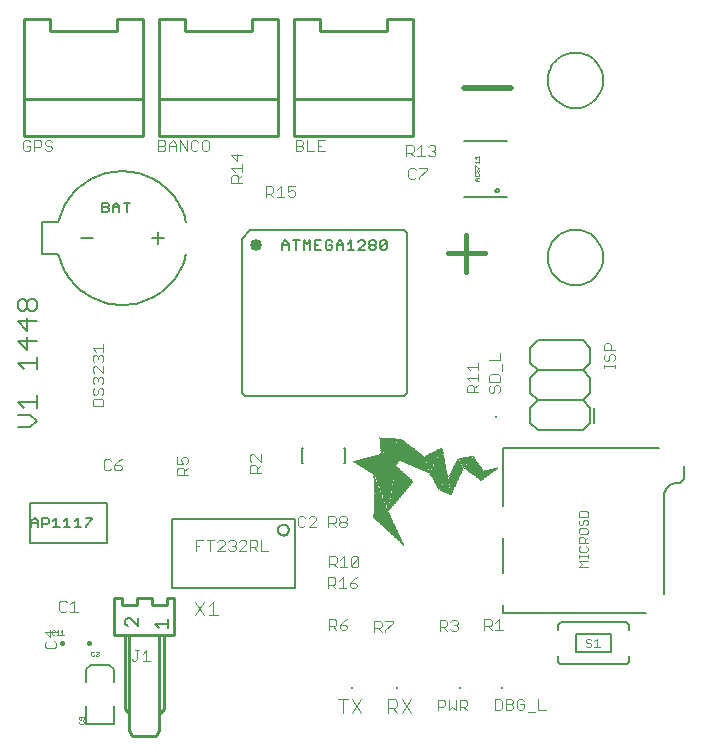
<source format=gto>
G75*
%MOIN*%
%OFA0B0*%
%FSLAX24Y24*%
%IPPOS*%
%LPD*%
%AMOC8*
5,1,8,0,0,1.08239X$1,22.5*
%
%ADD10C,0.0060*%
%ADD11C,0.0200*%
%ADD12C,0.0160*%
%ADD13C,0.0030*%
%ADD14C,0.0080*%
%ADD15C,0.0401*%
%ADD16C,0.0070*%
%ADD17R,0.0079X0.0079*%
%ADD18C,0.0040*%
%ADD19C,0.0050*%
%ADD20C,0.0100*%
%ADD21C,0.0020*%
%ADD22C,0.0010*%
%ADD23R,0.0003X0.0003*%
%ADD24R,0.0005X0.0003*%
%ADD25R,0.0008X0.0003*%
%ADD26R,0.0010X0.0003*%
%ADD27R,0.0013X0.0003*%
%ADD28R,0.0015X0.0003*%
%ADD29R,0.0018X0.0003*%
%ADD30R,0.0020X0.0003*%
%ADD31R,0.0022X0.0003*%
%ADD32R,0.0025X0.0003*%
%ADD33R,0.0027X0.0003*%
%ADD34R,0.0030X0.0003*%
%ADD35R,0.0035X0.0003*%
%ADD36R,0.0037X0.0003*%
%ADD37R,0.0040X0.0003*%
%ADD38R,0.0043X0.0003*%
%ADD39R,0.0045X0.0003*%
%ADD40R,0.0047X0.0003*%
%ADD41R,0.0053X0.0003*%
%ADD42R,0.0055X0.0003*%
%ADD43R,0.0057X0.0003*%
%ADD44R,0.0060X0.0003*%
%ADD45R,0.0063X0.0003*%
%ADD46R,0.0065X0.0003*%
%ADD47R,0.0070X0.0003*%
%ADD48R,0.0073X0.0003*%
%ADD49R,0.0075X0.0003*%
%ADD50R,0.0077X0.0003*%
%ADD51R,0.0080X0.0003*%
%ADD52R,0.0083X0.0003*%
%ADD53R,0.0088X0.0003*%
%ADD54R,0.0090X0.0003*%
%ADD55R,0.0092X0.0003*%
%ADD56R,0.0095X0.0003*%
%ADD57R,0.0098X0.0003*%
%ADD58R,0.0100X0.0003*%
%ADD59R,0.0103X0.0003*%
%ADD60R,0.0105X0.0003*%
%ADD61R,0.0107X0.0003*%
%ADD62R,0.0110X0.0003*%
%ADD63R,0.0113X0.0003*%
%ADD64R,0.0115X0.0003*%
%ADD65R,0.0118X0.0003*%
%ADD66R,0.0120X0.0003*%
%ADD67R,0.0123X0.0003*%
%ADD68R,0.0125X0.0003*%
%ADD69R,0.0127X0.0003*%
%ADD70R,0.0130X0.0003*%
%ADD71R,0.0133X0.0003*%
%ADD72R,0.0135X0.0003*%
%ADD73R,0.0140X0.0003*%
%ADD74R,0.0143X0.0003*%
%ADD75R,0.0145X0.0003*%
%ADD76R,0.0147X0.0003*%
%ADD77R,0.0150X0.0003*%
%ADD78R,0.0153X0.0003*%
%ADD79R,0.0155X0.0003*%
%ADD80R,0.0158X0.0003*%
%ADD81R,0.0160X0.0003*%
%ADD82R,0.0163X0.0003*%
%ADD83R,0.0165X0.0003*%
%ADD84R,0.0168X0.0003*%
%ADD85R,0.0170X0.0003*%
%ADD86R,0.0175X0.0003*%
%ADD87R,0.0177X0.0003*%
%ADD88R,0.0180X0.0003*%
%ADD89R,0.0182X0.0003*%
%ADD90R,0.0185X0.0003*%
%ADD91R,0.0187X0.0003*%
%ADD92R,0.0190X0.0003*%
%ADD93R,0.0193X0.0003*%
%ADD94R,0.0195X0.0003*%
%ADD95R,0.0198X0.0003*%
%ADD96R,0.0200X0.0003*%
%ADD97R,0.0203X0.0003*%
%ADD98R,0.0205X0.0003*%
%ADD99R,0.0208X0.0003*%
%ADD100R,0.0210X0.0003*%
%ADD101R,0.0213X0.0003*%
%ADD102R,0.0215X0.0003*%
%ADD103R,0.0217X0.0003*%
%ADD104R,0.0220X0.0003*%
%ADD105R,0.0222X0.0003*%
%ADD106R,0.0225X0.0003*%
%ADD107R,0.0230X0.0003*%
%ADD108R,0.0233X0.0003*%
%ADD109R,0.0235X0.0003*%
%ADD110R,0.0238X0.0003*%
%ADD111R,0.0240X0.0003*%
%ADD112R,0.0243X0.0003*%
%ADD113R,0.0245X0.0003*%
%ADD114R,0.0248X0.0003*%
%ADD115R,0.0250X0.0003*%
%ADD116R,0.0253X0.0003*%
%ADD117R,0.0255X0.0003*%
%ADD118R,0.0257X0.0003*%
%ADD119R,0.0260X0.0003*%
%ADD120R,0.0265X0.0003*%
%ADD121R,0.0267X0.0003*%
%ADD122R,0.0270X0.0003*%
%ADD123R,0.0273X0.0003*%
%ADD124R,0.0275X0.0003*%
%ADD125R,0.0278X0.0003*%
%ADD126R,0.0283X0.0003*%
%ADD127R,0.0285X0.0003*%
%ADD128R,0.0288X0.0003*%
%ADD129R,0.0290X0.0003*%
%ADD130R,0.0293X0.0003*%
%ADD131R,0.0295X0.0003*%
%ADD132R,0.0297X0.0003*%
%ADD133R,0.0300X0.0003*%
%ADD134R,0.0302X0.0003*%
%ADD135R,0.0305X0.0003*%
%ADD136R,0.0308X0.0003*%
%ADD137R,0.0310X0.0003*%
%ADD138R,0.0313X0.0003*%
%ADD139R,0.0318X0.0003*%
%ADD140R,0.0320X0.0003*%
%ADD141R,0.0323X0.0003*%
%ADD142R,0.0325X0.0003*%
%ADD143R,0.0328X0.0003*%
%ADD144R,0.0330X0.0003*%
%ADD145R,0.0335X0.0003*%
%ADD146R,0.0338X0.0003*%
%ADD147R,0.0340X0.0003*%
%ADD148R,0.0343X0.0003*%
%ADD149R,0.0345X0.0003*%
%ADD150R,0.0348X0.0003*%
%ADD151R,0.0352X0.0003*%
%ADD152R,0.0355X0.0003*%
%ADD153R,0.0357X0.0003*%
%ADD154R,0.0360X0.0003*%
%ADD155R,0.0362X0.0003*%
%ADD156R,0.0365X0.0003*%
%ADD157R,0.0370X0.0003*%
%ADD158R,0.0372X0.0003*%
%ADD159R,0.0375X0.0003*%
%ADD160R,0.0377X0.0003*%
%ADD161R,0.0380X0.0003*%
%ADD162R,0.0382X0.0003*%
%ADD163R,0.0385X0.0003*%
%ADD164R,0.0388X0.0003*%
%ADD165R,0.0390X0.0003*%
%ADD166R,0.0393X0.0003*%
%ADD167R,0.0395X0.0003*%
%ADD168R,0.0398X0.0003*%
%ADD169R,0.0400X0.0003*%
%ADD170R,0.0405X0.0003*%
%ADD171R,0.0408X0.0003*%
%ADD172R,0.0410X0.0003*%
%ADD173R,0.0413X0.0003*%
%ADD174R,0.0415X0.0003*%
%ADD175R,0.0418X0.0003*%
%ADD176R,0.0420X0.0003*%
%ADD177R,0.0423X0.0003*%
%ADD178R,0.0425X0.0003*%
%ADD179R,0.0428X0.0003*%
%ADD180R,0.0430X0.0003*%
%ADD181R,0.0432X0.0003*%
%ADD182R,0.0435X0.0003*%
%ADD183R,0.0437X0.0003*%
%ADD184R,0.0440X0.0003*%
%ADD185R,0.0442X0.0003*%
%ADD186R,0.0445X0.0003*%
%ADD187R,0.0447X0.0003*%
%ADD188R,0.0450X0.0003*%
%ADD189R,0.0452X0.0003*%
%ADD190R,0.0455X0.0003*%
%ADD191R,0.0457X0.0003*%
%ADD192R,0.0460X0.0003*%
%ADD193R,0.0462X0.0003*%
%ADD194R,0.0465X0.0003*%
%ADD195R,0.0468X0.0003*%
%ADD196R,0.0470X0.0003*%
%ADD197R,0.0473X0.0003*%
%ADD198R,0.0475X0.0003*%
%ADD199R,0.0478X0.0003*%
%ADD200R,0.0480X0.0003*%
%ADD201R,0.0483X0.0003*%
%ADD202R,0.0485X0.0003*%
%ADD203R,0.0488X0.0003*%
%ADD204R,0.0490X0.0003*%
%ADD205R,0.0493X0.0003*%
%ADD206R,0.0495X0.0003*%
%ADD207R,0.0498X0.0003*%
%ADD208R,0.0500X0.0003*%
%ADD209R,0.0503X0.0003*%
%ADD210R,0.0505X0.0003*%
%ADD211R,0.0508X0.0003*%
%ADD212R,0.0512X0.0003*%
%ADD213R,0.0515X0.0003*%
%ADD214R,0.0517X0.0003*%
%ADD215R,0.0520X0.0003*%
%ADD216R,0.0522X0.0003*%
%ADD217R,0.0525X0.0003*%
%ADD218R,0.0527X0.0003*%
%ADD219R,0.0530X0.0003*%
%ADD220R,0.0532X0.0003*%
%ADD221R,0.0535X0.0003*%
%ADD222R,0.0537X0.0003*%
%ADD223R,0.0540X0.0003*%
%ADD224R,0.0543X0.0003*%
%ADD225R,0.0548X0.0003*%
%ADD226R,0.0550X0.0003*%
%ADD227R,0.0553X0.0003*%
%ADD228R,0.0555X0.0003*%
%ADD229R,0.0558X0.0003*%
%ADD230R,0.0560X0.0003*%
%ADD231R,0.0565X0.0003*%
%ADD232R,0.0568X0.0003*%
%ADD233R,0.0563X0.0003*%
%ADD234R,0.0050X0.0003*%
%ADD235R,0.0067X0.0003*%
%ADD236R,0.0085X0.0003*%
%ADD237R,0.0350X0.0003*%
%ADD238R,0.0280X0.0003*%
%ADD239R,0.0227X0.0003*%
%ADD240R,0.0173X0.0003*%
%ADD241R,0.0315X0.0003*%
%ADD242R,0.0333X0.0003*%
%ADD243R,0.0032X0.0003*%
%ADD244R,0.0403X0.0003*%
%ADD245R,0.0138X0.0003*%
%ADD246R,0.0367X0.0003*%
%ADD247R,0.0262X0.0003*%
%ADD248R,0.0510X0.0003*%
%ADD249R,0.0545X0.0003*%
%ADD250R,0.0570X0.0003*%
%ADD251R,0.0573X0.0003*%
%ADD252R,0.0575X0.0003*%
%ADD253R,0.0578X0.0003*%
%ADD254R,0.0580X0.0003*%
%ADD255R,0.0583X0.0003*%
%ADD256R,0.0585X0.0003*%
%ADD257R,0.0587X0.0003*%
%ADD258R,0.0590X0.0003*%
%ADD259R,0.0592X0.0003*%
%ADD260R,0.0595X0.0003*%
%ADD261R,0.0597X0.0003*%
%ADD262R,0.0600X0.0003*%
%ADD263R,0.0602X0.0003*%
%ADD264R,0.0605X0.0003*%
%ADD265R,0.0607X0.0003*%
%ADD266R,0.0610X0.0003*%
%ADD267R,0.0612X0.0003*%
%ADD268R,0.0615X0.0003*%
%ADD269R,0.0617X0.0003*%
%ADD270R,0.0620X0.0003*%
%ADD271R,0.0623X0.0003*%
%ADD272R,0.0625X0.0003*%
%ADD273R,0.0628X0.0003*%
%ADD274R,0.0630X0.0003*%
%ADD275R,0.0633X0.0003*%
%ADD276R,0.0635X0.0003*%
%ADD277R,0.0638X0.0003*%
%ADD278R,0.0640X0.0003*%
%ADD279R,0.0643X0.0003*%
%ADD280R,0.0645X0.0003*%
%ADD281R,0.0648X0.0003*%
%ADD282R,0.0650X0.0003*%
%ADD283R,0.0653X0.0003*%
%ADD284R,0.0655X0.0003*%
%ADD285R,0.0663X0.0003*%
%ADD286R,0.0675X0.0003*%
%ADD287R,0.0683X0.0003*%
%ADD288R,0.0693X0.0003*%
%ADD289R,0.0705X0.0003*%
%ADD290R,0.0712X0.0003*%
%ADD291R,0.0725X0.0003*%
%ADD292R,0.0732X0.0003*%
%ADD293R,0.0742X0.0003*%
%ADD294R,0.0755X0.0003*%
%ADD295R,0.0762X0.0003*%
%ADD296R,0.0772X0.0003*%
%ADD297R,0.0785X0.0003*%
%ADD298R,0.0793X0.0003*%
%ADD299R,0.0803X0.0003*%
%ADD300R,0.0813X0.0003*%
%ADD301R,0.0823X0.0003*%
%ADD302R,0.0833X0.0003*%
%ADD303R,0.0843X0.0003*%
%ADD304R,0.0853X0.0003*%
%ADD305R,0.0862X0.0003*%
%ADD306R,0.0872X0.0003*%
%ADD307R,0.0882X0.0003*%
%ADD308R,0.0892X0.0003*%
%ADD309R,0.0902X0.0003*%
%ADD310R,0.0912X0.0003*%
%ADD311R,0.0922X0.0003*%
%ADD312R,0.0930X0.0003*%
%ADD313R,0.0943X0.0003*%
%ADD314R,0.0953X0.0003*%
%ADD315R,0.0963X0.0003*%
%ADD316R,0.0973X0.0003*%
%ADD317R,0.0980X0.0003*%
%ADD318R,0.0993X0.0003*%
%ADD319R,0.1000X0.0003*%
%ADD320R,0.1010X0.0003*%
%ADD321R,0.1022X0.0003*%
%ADD322R,0.1030X0.0003*%
%ADD323R,0.1043X0.0003*%
%ADD324R,0.1050X0.0003*%
%ADD325R,0.1060X0.0003*%
%ADD326R,0.1073X0.0003*%
%ADD327R,0.1080X0.0003*%
%ADD328R,0.1090X0.0003*%
%ADD329R,0.1100X0.0003*%
%ADD330R,0.1110X0.0003*%
%ADD331R,0.1123X0.0003*%
%ADD332R,0.1130X0.0003*%
%ADD333R,0.1140X0.0003*%
%ADD334R,0.1145X0.0003*%
%ADD335R,0.1103X0.0003*%
%ADD336R,0.1078X0.0003*%
%ADD337R,0.1058X0.0003*%
%ADD338R,0.1032X0.0003*%
%ADD339R,0.1013X0.0003*%
%ADD340R,0.0968X0.0003*%
%ADD341R,0.0948X0.0003*%
%ADD342R,0.0925X0.0003*%
%ADD343R,0.0860X0.0003*%
%ADD344R,0.0838X0.0003*%
%ADD345R,0.0815X0.0003*%
%ADD346R,0.0747X0.0003*%
%ADD347R,0.0727X0.0003*%
%ADD348R,0.0660X0.0003*%
%ADD349R,0.0658X0.0003*%
%ADD350R,0.0668X0.0003*%
%ADD351R,0.0680X0.0003*%
%ADD352R,0.0703X0.0003*%
%ADD353R,0.0685X0.0003*%
%ADD354R,0.0750X0.0003*%
%ADD355R,0.0690X0.0003*%
%ADD356R,0.0770X0.0003*%
%ADD357R,0.0695X0.0003*%
%ADD358R,0.0795X0.0003*%
%ADD359R,0.0700X0.0003*%
%ADD360R,0.0818X0.0003*%
%ADD361R,0.0840X0.0003*%
%ADD362R,0.0710X0.0003*%
%ADD363R,0.0715X0.0003*%
%ADD364R,0.0885X0.0003*%
%ADD365R,0.0720X0.0003*%
%ADD366R,0.0907X0.0003*%
%ADD367R,0.0730X0.0003*%
%ADD368R,0.0735X0.0003*%
%ADD369R,0.0978X0.0003*%
%ADD370R,0.0740X0.0003*%
%ADD371R,0.0998X0.0003*%
%ADD372R,0.0745X0.0003*%
%ADD373R,0.1045X0.0003*%
%ADD374R,0.1065X0.0003*%
%ADD375R,0.0765X0.0003*%
%ADD376R,0.1113X0.0003*%
%ADD377R,0.1135X0.0003*%
%ADD378R,0.0775X0.0003*%
%ADD379R,0.1158X0.0003*%
%ADD380R,0.0780X0.0003*%
%ADD381R,0.1177X0.0003*%
%ADD382R,0.1168X0.0003*%
%ADD383R,0.0790X0.0003*%
%ADD384R,0.1153X0.0003*%
%ADD385R,0.0800X0.0003*%
%ADD386R,0.1128X0.0003*%
%ADD387R,0.0808X0.0003*%
%ADD388R,0.1115X0.0003*%
%ADD389R,0.0788X0.0003*%
%ADD390R,0.1063X0.0003*%
%ADD391R,0.0757X0.0003*%
%ADD392R,0.1038X0.0003*%
%ADD393R,0.1025X0.0003*%
%ADD394R,0.0698X0.0003*%
%ADD395R,0.0985X0.0003*%
%ADD396R,0.0960X0.0003*%
%ADD397R,0.0933X0.0003*%
%ADD398R,0.0920X0.0003*%
%ADD399R,0.0910X0.0003*%
%ADD400R,0.0895X0.0003*%
%ADD401R,0.0870X0.0003*%
%ADD402R,0.0855X0.0003*%
%ADD403R,0.0820X0.0003*%
%ADD404R,0.0805X0.0003*%
%ADD405R,0.0752X0.0003*%
%ADD406R,0.0670X0.0003*%
%ADD407R,0.0767X0.0003*%
%ADD408R,0.0760X0.0003*%
%ADD409R,0.0722X0.0003*%
%ADD410R,0.0707X0.0003*%
%ADD411R,0.0688X0.0003*%
%ADD412R,0.0678X0.0003*%
%ADD413R,0.0673X0.0003*%
%ADD414R,0.0665X0.0003*%
D10*
X010786Y010348D02*
X010786Y012652D01*
X014881Y012652D01*
X014881Y010348D01*
X010786Y010348D01*
X014316Y012268D02*
X014318Y012294D01*
X014324Y012320D01*
X014333Y012345D01*
X014346Y012368D01*
X014362Y012389D01*
X014381Y012407D01*
X014403Y012423D01*
X014426Y012435D01*
X014451Y012443D01*
X014477Y012448D01*
X014504Y012449D01*
X014530Y012446D01*
X014555Y012439D01*
X014580Y012429D01*
X014602Y012415D01*
X014623Y012398D01*
X014640Y012379D01*
X014655Y012357D01*
X014666Y012333D01*
X014674Y012307D01*
X014678Y012281D01*
X014678Y012255D01*
X014674Y012229D01*
X014666Y012203D01*
X014655Y012179D01*
X014640Y012157D01*
X014623Y012138D01*
X014602Y012121D01*
X014580Y012107D01*
X014555Y012097D01*
X014530Y012090D01*
X014504Y012087D01*
X014477Y012088D01*
X014451Y012093D01*
X014426Y012101D01*
X014403Y012113D01*
X014381Y012129D01*
X014362Y012147D01*
X014346Y012168D01*
X014333Y012191D01*
X014324Y012216D01*
X014318Y012242D01*
X014316Y012268D01*
X006278Y015902D02*
X006065Y016115D01*
X005638Y016115D01*
X005851Y016333D02*
X005638Y016546D01*
X006278Y016546D01*
X006278Y016333D02*
X006278Y016760D01*
X006278Y015902D02*
X006065Y015688D01*
X005638Y015688D01*
X005851Y017622D02*
X005638Y017835D01*
X006278Y017835D01*
X006278Y017622D02*
X006278Y018049D01*
X005958Y018266D02*
X005958Y018693D01*
X005958Y018911D02*
X005958Y019338D01*
X006065Y019556D02*
X005958Y019662D01*
X005958Y019876D01*
X006065Y019983D01*
X006171Y019983D01*
X006278Y019876D01*
X006278Y019662D01*
X006171Y019556D01*
X006065Y019556D01*
X005958Y019662D02*
X005851Y019556D01*
X005744Y019556D01*
X005638Y019662D01*
X005638Y019876D01*
X005744Y019983D01*
X005851Y019983D01*
X005958Y019876D01*
X006278Y019231D02*
X005638Y019231D01*
X005958Y018911D01*
X006278Y018587D02*
X005638Y018587D01*
X005958Y018266D01*
X020517Y023373D02*
X021937Y023373D01*
X021937Y025233D02*
X020517Y025233D01*
X023306Y027260D02*
X023308Y027320D01*
X023314Y027381D01*
X023324Y027440D01*
X023338Y027499D01*
X023355Y027557D01*
X023376Y027614D01*
X023401Y027669D01*
X023430Y027722D01*
X023462Y027774D01*
X023497Y027823D01*
X023536Y027870D01*
X023577Y027914D01*
X023621Y027955D01*
X023668Y027994D01*
X023717Y028029D01*
X023768Y028061D01*
X023822Y028090D01*
X023877Y028115D01*
X023934Y028136D01*
X023992Y028153D01*
X024051Y028167D01*
X024110Y028177D01*
X024171Y028183D01*
X024231Y028185D01*
X024291Y028183D01*
X024352Y028177D01*
X024411Y028167D01*
X024470Y028153D01*
X024528Y028136D01*
X024585Y028115D01*
X024640Y028090D01*
X024693Y028061D01*
X024745Y028029D01*
X024794Y027994D01*
X024841Y027955D01*
X024885Y027914D01*
X024926Y027870D01*
X024965Y027823D01*
X025000Y027774D01*
X025032Y027723D01*
X025061Y027669D01*
X025086Y027614D01*
X025107Y027557D01*
X025124Y027499D01*
X025138Y027440D01*
X025148Y027381D01*
X025154Y027320D01*
X025156Y027260D01*
X025154Y027200D01*
X025148Y027139D01*
X025138Y027080D01*
X025124Y027021D01*
X025107Y026963D01*
X025086Y026906D01*
X025061Y026851D01*
X025032Y026798D01*
X025000Y026746D01*
X024965Y026697D01*
X024926Y026650D01*
X024885Y026606D01*
X024841Y026565D01*
X024794Y026526D01*
X024745Y026491D01*
X024694Y026459D01*
X024640Y026430D01*
X024585Y026405D01*
X024528Y026384D01*
X024470Y026367D01*
X024411Y026353D01*
X024352Y026343D01*
X024291Y026337D01*
X024231Y026335D01*
X024171Y026337D01*
X024110Y026343D01*
X024051Y026353D01*
X023992Y026367D01*
X023934Y026384D01*
X023877Y026405D01*
X023822Y026430D01*
X023769Y026459D01*
X023717Y026491D01*
X023668Y026526D01*
X023621Y026565D01*
X023577Y026606D01*
X023536Y026650D01*
X023497Y026697D01*
X023462Y026746D01*
X023430Y026797D01*
X023401Y026851D01*
X023376Y026906D01*
X023355Y026963D01*
X023338Y027021D01*
X023324Y027080D01*
X023314Y027139D01*
X023308Y027200D01*
X023306Y027260D01*
X023306Y021354D02*
X023308Y021414D01*
X023314Y021475D01*
X023324Y021534D01*
X023338Y021593D01*
X023355Y021651D01*
X023376Y021708D01*
X023401Y021763D01*
X023430Y021816D01*
X023462Y021868D01*
X023497Y021917D01*
X023536Y021964D01*
X023577Y022008D01*
X023621Y022049D01*
X023668Y022088D01*
X023717Y022123D01*
X023768Y022155D01*
X023822Y022184D01*
X023877Y022209D01*
X023934Y022230D01*
X023992Y022247D01*
X024051Y022261D01*
X024110Y022271D01*
X024171Y022277D01*
X024231Y022279D01*
X024291Y022277D01*
X024352Y022271D01*
X024411Y022261D01*
X024470Y022247D01*
X024528Y022230D01*
X024585Y022209D01*
X024640Y022184D01*
X024693Y022155D01*
X024745Y022123D01*
X024794Y022088D01*
X024841Y022049D01*
X024885Y022008D01*
X024926Y021964D01*
X024965Y021917D01*
X025000Y021868D01*
X025032Y021817D01*
X025061Y021763D01*
X025086Y021708D01*
X025107Y021651D01*
X025124Y021593D01*
X025138Y021534D01*
X025148Y021475D01*
X025154Y021414D01*
X025156Y021354D01*
X025154Y021294D01*
X025148Y021233D01*
X025138Y021174D01*
X025124Y021115D01*
X025107Y021057D01*
X025086Y021000D01*
X025061Y020945D01*
X025032Y020892D01*
X025000Y020840D01*
X024965Y020791D01*
X024926Y020744D01*
X024885Y020700D01*
X024841Y020659D01*
X024794Y020620D01*
X024745Y020585D01*
X024694Y020553D01*
X024640Y020524D01*
X024585Y020499D01*
X024528Y020478D01*
X024470Y020461D01*
X024411Y020447D01*
X024352Y020437D01*
X024291Y020431D01*
X024231Y020429D01*
X024171Y020431D01*
X024110Y020437D01*
X024051Y020447D01*
X023992Y020461D01*
X023934Y020478D01*
X023877Y020499D01*
X023822Y020524D01*
X023769Y020553D01*
X023717Y020585D01*
X023668Y020620D01*
X023621Y020659D01*
X023577Y020700D01*
X023536Y020744D01*
X023497Y020791D01*
X023462Y020840D01*
X023430Y020891D01*
X023401Y020945D01*
X023376Y021000D01*
X023355Y021057D01*
X023338Y021115D01*
X023324Y021174D01*
X023314Y021233D01*
X023308Y021294D01*
X023306Y021354D01*
D11*
X022072Y027001D02*
X020511Y027001D01*
D12*
X020589Y022115D02*
X020589Y020887D01*
X019976Y021501D02*
X021203Y021501D01*
X008033Y008512D02*
X008033Y008488D01*
X007133Y008512D02*
X007133Y008488D01*
D13*
X006911Y008508D02*
X006911Y008387D01*
X006851Y008326D01*
X006608Y008326D01*
X006547Y008387D01*
X006547Y008508D01*
X006608Y008569D01*
X006729Y008689D02*
X006729Y008931D01*
X006911Y008871D02*
X006547Y008871D01*
X006729Y008689D01*
X006851Y008569D02*
X006911Y008508D01*
X007090Y009554D02*
X007211Y009554D01*
X007272Y009615D01*
X007392Y009554D02*
X007635Y009554D01*
X007513Y009554D02*
X007513Y009918D01*
X007392Y009797D01*
X007272Y009858D02*
X007211Y009918D01*
X007090Y009918D01*
X007029Y009858D01*
X007029Y009615D01*
X007090Y009554D01*
X011575Y011566D02*
X011575Y011930D01*
X011817Y011930D01*
X011937Y011930D02*
X012180Y011930D01*
X012058Y011930D02*
X012058Y011566D01*
X012300Y011566D02*
X012542Y011809D01*
X012542Y011870D01*
X012482Y011930D01*
X012360Y011930D01*
X012300Y011870D01*
X012300Y011566D02*
X012542Y011566D01*
X012662Y011627D02*
X012723Y011566D01*
X012844Y011566D01*
X012905Y011627D01*
X012905Y011688D01*
X012844Y011748D01*
X012783Y011748D01*
X012844Y011748D02*
X012905Y011809D01*
X012905Y011870D01*
X012844Y011930D01*
X012723Y011930D01*
X012662Y011870D01*
X013025Y011870D02*
X013085Y011930D01*
X013207Y011930D01*
X013267Y011870D01*
X013267Y011809D01*
X013025Y011566D01*
X013267Y011566D01*
X013387Y011566D02*
X013387Y011930D01*
X013569Y011930D01*
X013630Y011870D01*
X013630Y011748D01*
X013569Y011688D01*
X013387Y011688D01*
X013508Y011688D02*
X013630Y011566D01*
X013750Y011566D02*
X013992Y011566D01*
X013750Y011566D02*
X013750Y011930D01*
X014983Y012428D02*
X015044Y012367D01*
X015165Y012367D01*
X015226Y012428D01*
X015346Y012367D02*
X015589Y012610D01*
X015589Y012670D01*
X015528Y012731D01*
X015407Y012731D01*
X015346Y012670D01*
X015226Y012670D02*
X015165Y012731D01*
X015044Y012731D01*
X014983Y012670D01*
X014983Y012428D01*
X015346Y012367D02*
X015589Y012367D01*
X015998Y012365D02*
X015998Y012735D01*
X016183Y012735D01*
X016245Y012674D01*
X016245Y012550D01*
X016183Y012488D01*
X015998Y012488D01*
X016122Y012488D02*
X016245Y012365D01*
X016367Y012427D02*
X016367Y012488D01*
X016428Y012550D01*
X016552Y012550D01*
X016614Y012488D01*
X016614Y012427D01*
X016552Y012365D01*
X016428Y012365D01*
X016367Y012427D01*
X016428Y012550D02*
X016367Y012612D01*
X016367Y012674D01*
X016428Y012735D01*
X016552Y012735D01*
X016614Y012674D01*
X016614Y012612D01*
X016552Y012550D01*
X016510Y011389D02*
X016510Y011025D01*
X016389Y011025D02*
X016632Y011025D01*
X016752Y011086D02*
X016994Y011328D01*
X016994Y011086D01*
X016934Y011025D01*
X016812Y011025D01*
X016752Y011086D01*
X016752Y011328D01*
X016812Y011389D01*
X016934Y011389D01*
X016994Y011328D01*
X016510Y011389D02*
X016389Y011268D01*
X016269Y011328D02*
X016269Y011207D01*
X016209Y011146D01*
X016027Y011146D01*
X016148Y011146D02*
X016269Y011025D01*
X016027Y011025D02*
X016027Y011389D01*
X016209Y011389D01*
X016269Y011328D01*
X016169Y010694D02*
X016230Y010633D01*
X016230Y010512D01*
X016169Y010451D01*
X015987Y010451D01*
X015987Y010330D02*
X015987Y010694D01*
X016169Y010694D01*
X016350Y010573D02*
X016471Y010694D01*
X016471Y010330D01*
X016350Y010330D02*
X016592Y010330D01*
X016712Y010391D02*
X016773Y010330D01*
X016894Y010330D01*
X016955Y010391D01*
X016955Y010451D01*
X016894Y010512D01*
X016712Y010512D01*
X016712Y010391D01*
X016712Y010512D02*
X016834Y010633D01*
X016955Y010694D01*
X016230Y010330D02*
X016109Y010451D01*
X016020Y009300D02*
X016202Y009300D01*
X016262Y009240D01*
X016262Y009118D01*
X016202Y009058D01*
X016020Y009058D01*
X016141Y009058D02*
X016262Y008936D01*
X016382Y008997D02*
X016382Y009118D01*
X016564Y009118D01*
X016625Y009058D01*
X016625Y008997D01*
X016564Y008936D01*
X016443Y008936D01*
X016382Y008997D01*
X016382Y009118D02*
X016503Y009240D01*
X016625Y009300D01*
X016020Y009300D02*
X016020Y008936D01*
X017531Y008881D02*
X017531Y009245D01*
X017713Y009245D01*
X017773Y009184D01*
X017773Y009063D01*
X017713Y009002D01*
X017531Y009002D01*
X017652Y009002D02*
X017773Y008881D01*
X017893Y008881D02*
X017893Y008942D01*
X018136Y009184D01*
X018136Y009245D01*
X017893Y009245D01*
X019702Y009274D02*
X019702Y008910D01*
X019702Y009031D02*
X019884Y009031D01*
X019945Y009092D01*
X019945Y009213D01*
X019884Y009274D01*
X019702Y009274D01*
X019823Y009031D02*
X019945Y008910D01*
X020065Y008971D02*
X020125Y008910D01*
X020247Y008910D01*
X020307Y008971D01*
X020307Y009031D01*
X020247Y009092D01*
X020186Y009092D01*
X020247Y009092D02*
X020307Y009153D01*
X020307Y009213D01*
X020247Y009274D01*
X020125Y009274D01*
X020065Y009213D01*
X021198Y009300D02*
X021198Y008936D01*
X021198Y009058D02*
X021380Y009058D01*
X021441Y009118D01*
X021441Y009240D01*
X021380Y009300D01*
X021198Y009300D01*
X021320Y009058D02*
X021441Y008936D01*
X021561Y008936D02*
X021804Y008936D01*
X021682Y008936D02*
X021682Y009300D01*
X021561Y009179D01*
X021548Y006638D02*
X021730Y006638D01*
X021791Y006577D01*
X021791Y006334D01*
X021730Y006274D01*
X021548Y006274D01*
X021548Y006638D01*
X021910Y006638D02*
X021910Y006274D01*
X022092Y006274D01*
X022153Y006334D01*
X022153Y006395D01*
X022092Y006456D01*
X021910Y006456D01*
X021910Y006638D02*
X022092Y006638D01*
X022153Y006577D01*
X022153Y006516D01*
X022092Y006456D01*
X022273Y006577D02*
X022273Y006334D01*
X022334Y006274D01*
X022455Y006274D01*
X022516Y006334D01*
X022516Y006456D01*
X022394Y006456D01*
X022273Y006577D02*
X022334Y006638D01*
X022455Y006638D01*
X022516Y006577D01*
X022635Y006213D02*
X022878Y006213D01*
X022998Y006274D02*
X022998Y006638D01*
X022998Y006274D02*
X023241Y006274D01*
X020616Y006255D02*
X020495Y006376D01*
X020555Y006376D02*
X020373Y006376D01*
X020373Y006255D02*
X020373Y006619D01*
X020555Y006619D01*
X020616Y006559D01*
X020616Y006437D01*
X020555Y006376D01*
X020254Y006255D02*
X020254Y006619D01*
X020011Y006619D02*
X020011Y006255D01*
X020132Y006376D01*
X020254Y006255D01*
X019891Y006437D02*
X019891Y006559D01*
X019830Y006619D01*
X019648Y006619D01*
X019648Y006255D01*
X019648Y006376D02*
X019830Y006376D01*
X019891Y006437D01*
X024348Y011051D02*
X024445Y011147D01*
X024348Y011244D01*
X024638Y011244D01*
X024638Y011345D02*
X024638Y011442D01*
X024638Y011394D02*
X024348Y011394D01*
X024348Y011442D02*
X024348Y011345D01*
X024396Y011542D02*
X024590Y011542D01*
X024638Y011590D01*
X024638Y011687D01*
X024590Y011735D01*
X024638Y011836D02*
X024348Y011836D01*
X024348Y011982D01*
X024396Y012030D01*
X024493Y012030D01*
X024542Y011982D01*
X024542Y011836D01*
X024542Y011933D02*
X024638Y012030D01*
X024590Y012131D02*
X024638Y012179D01*
X024638Y012276D01*
X024590Y012325D01*
X024396Y012325D01*
X024348Y012276D01*
X024348Y012179D01*
X024396Y012131D01*
X024590Y012131D01*
X024590Y012426D02*
X024638Y012474D01*
X024638Y012571D01*
X024590Y012619D01*
X024542Y012619D01*
X024493Y012571D01*
X024493Y012474D01*
X024445Y012426D01*
X024396Y012426D01*
X024348Y012474D01*
X024348Y012571D01*
X024396Y012619D01*
X024348Y012720D02*
X024348Y012865D01*
X024396Y012914D01*
X024590Y012914D01*
X024638Y012865D01*
X024638Y012720D01*
X024348Y012720D01*
X024396Y011735D02*
X024348Y011687D01*
X024348Y011590D01*
X024396Y011542D01*
X024348Y011051D02*
X024638Y011051D01*
X021651Y016854D02*
X021712Y016914D01*
X021712Y017036D01*
X021651Y017096D01*
X021591Y017096D01*
X021530Y017036D01*
X021530Y016914D01*
X021469Y016854D01*
X021409Y016854D01*
X021348Y016914D01*
X021348Y017036D01*
X021409Y017096D01*
X021348Y017216D02*
X021348Y017398D01*
X021409Y017459D01*
X021651Y017459D01*
X021712Y017398D01*
X021712Y017216D01*
X021348Y017216D01*
X020972Y017230D02*
X020972Y017473D01*
X020972Y017592D02*
X020972Y017835D01*
X020972Y017714D02*
X020608Y017714D01*
X020729Y017592D01*
X020608Y017351D02*
X020972Y017351D01*
X020972Y017110D02*
X020851Y016989D01*
X020851Y017049D02*
X020851Y016867D01*
X020972Y016867D02*
X020608Y016867D01*
X020608Y017049D01*
X020669Y017110D01*
X020790Y017110D01*
X020851Y017049D01*
X020729Y017230D02*
X020608Y017351D01*
X021348Y017941D02*
X021712Y017941D01*
X021712Y018184D01*
X021773Y017821D02*
X021773Y017579D01*
X019027Y023981D02*
X019027Y024041D01*
X019269Y024284D01*
X019269Y024345D01*
X019027Y024345D01*
X018907Y024284D02*
X018846Y024345D01*
X018725Y024345D01*
X018664Y024284D01*
X018664Y024041D01*
X018725Y023981D01*
X018846Y023981D01*
X018907Y024041D01*
X018961Y024725D02*
X019204Y024725D01*
X019083Y024725D02*
X019083Y025089D01*
X018961Y024968D01*
X018841Y025029D02*
X018841Y024907D01*
X018781Y024847D01*
X018599Y024847D01*
X018720Y024847D02*
X018841Y024725D01*
X018599Y024725D02*
X018599Y025089D01*
X018781Y025089D01*
X018841Y025029D01*
X019324Y025029D02*
X019384Y025089D01*
X019506Y025089D01*
X019566Y025029D01*
X019566Y024968D01*
X019506Y024907D01*
X019566Y024847D01*
X019566Y024786D01*
X019506Y024725D01*
X019384Y024725D01*
X019324Y024786D01*
X019445Y024907D02*
X019506Y024907D01*
X014884Y023729D02*
X014642Y023729D01*
X014642Y023547D01*
X014763Y023607D01*
X014824Y023607D01*
X014884Y023547D01*
X014884Y023425D01*
X014824Y023365D01*
X014702Y023365D01*
X014642Y023425D01*
X014522Y023365D02*
X014279Y023365D01*
X014159Y023365D02*
X014038Y023486D01*
X014099Y023486D02*
X013917Y023486D01*
X013917Y023365D02*
X013917Y023729D01*
X014099Y023729D01*
X014159Y023668D01*
X014159Y023547D01*
X014099Y023486D01*
X014279Y023607D02*
X014401Y023729D01*
X014401Y023365D01*
X013117Y023850D02*
X012753Y023850D01*
X012753Y024032D01*
X012813Y024093D01*
X012935Y024093D01*
X012995Y024032D01*
X012995Y023850D01*
X012995Y023971D02*
X013117Y024093D01*
X013117Y024213D02*
X013117Y024455D01*
X013117Y024334D02*
X012753Y024334D01*
X012874Y024213D01*
X012935Y024575D02*
X012753Y024757D01*
X013117Y024757D01*
X012935Y024818D02*
X012935Y024575D01*
X008499Y018462D02*
X008499Y018219D01*
X008499Y018341D02*
X008135Y018341D01*
X008257Y018219D01*
X008257Y018099D02*
X008317Y018039D01*
X008378Y018099D01*
X008439Y018099D01*
X008499Y018039D01*
X008499Y017917D01*
X008439Y017857D01*
X008499Y017737D02*
X008499Y017494D01*
X008257Y017737D01*
X008196Y017737D01*
X008135Y017676D01*
X008135Y017555D01*
X008196Y017494D01*
X008196Y017374D02*
X008257Y017374D01*
X008317Y017314D01*
X008378Y017374D01*
X008439Y017374D01*
X008499Y017314D01*
X008499Y017192D01*
X008439Y017132D01*
X008439Y017012D02*
X008499Y016951D01*
X008499Y016830D01*
X008439Y016769D01*
X008439Y016649D02*
X008196Y016649D01*
X008135Y016589D01*
X008135Y016407D01*
X008499Y016407D01*
X008499Y016589D01*
X008439Y016649D01*
X008317Y016830D02*
X008317Y016951D01*
X008378Y017012D01*
X008439Y017012D01*
X008317Y016830D02*
X008257Y016769D01*
X008196Y016769D01*
X008135Y016830D01*
X008135Y016951D01*
X008196Y017012D01*
X008196Y017132D02*
X008135Y017192D01*
X008135Y017314D01*
X008196Y017374D01*
X008317Y017314D02*
X008317Y017253D01*
X008196Y017857D02*
X008135Y017917D01*
X008135Y018039D01*
X008196Y018099D01*
X008257Y018099D01*
X008317Y018039D02*
X008317Y017978D01*
X008565Y014623D02*
X008505Y014563D01*
X008505Y014320D01*
X008565Y014259D01*
X008687Y014259D01*
X008747Y014320D01*
X008867Y014320D02*
X008928Y014259D01*
X009049Y014259D01*
X009110Y014320D01*
X009110Y014381D01*
X009049Y014441D01*
X008867Y014441D01*
X008867Y014320D01*
X008867Y014441D02*
X008988Y014563D01*
X009110Y014623D01*
X008747Y014563D02*
X008687Y014623D01*
X008565Y014623D01*
X010954Y014713D02*
X010954Y014470D01*
X011136Y014470D01*
X011076Y014591D01*
X011076Y014652D01*
X011136Y014713D01*
X011258Y014713D01*
X011318Y014652D01*
X011318Y014531D01*
X011258Y014470D01*
X011318Y014350D02*
X011197Y014229D01*
X011197Y014290D02*
X011197Y014108D01*
X011318Y014108D02*
X010954Y014108D01*
X010954Y014290D01*
X011015Y014350D01*
X011136Y014350D01*
X011197Y014290D01*
X013372Y014368D02*
X013372Y014186D01*
X013736Y014186D01*
X013614Y014186D02*
X013614Y014368D01*
X013554Y014429D01*
X013432Y014429D01*
X013372Y014368D01*
X013432Y014549D02*
X013372Y014609D01*
X013372Y014731D01*
X013432Y014791D01*
X013493Y014791D01*
X013736Y014549D01*
X013736Y014791D01*
X013736Y014429D02*
X013614Y014308D01*
X011696Y011748D02*
X011575Y011748D01*
D14*
X008623Y011839D02*
X006043Y011839D01*
X006043Y013161D01*
X008623Y013161D01*
X008623Y011839D01*
X008698Y007784D02*
X008068Y007784D01*
X007911Y007627D01*
X007911Y007194D01*
X007911Y006406D02*
X007911Y005816D01*
X008856Y005816D01*
X008856Y006406D01*
X008856Y007194D02*
X008856Y007627D01*
X008698Y007784D01*
X015125Y014494D02*
X015125Y015006D01*
X015164Y015006D01*
X015164Y014494D02*
X015125Y014494D01*
X016503Y014494D02*
X016562Y014494D01*
X016562Y015006D01*
X016503Y015006D01*
X018518Y016744D02*
X018617Y016843D01*
X018617Y022157D01*
X018518Y022256D01*
X013400Y022256D01*
X013105Y021961D01*
X013105Y016843D01*
X013203Y016744D01*
X018518Y016744D01*
X021833Y015012D02*
X021833Y013083D01*
X021833Y012020D02*
X021833Y010839D01*
X021833Y009776D02*
X021833Y009500D01*
X026597Y009500D01*
X027188Y010130D02*
X027188Y013437D01*
X027187Y013437D02*
X027190Y013475D01*
X027196Y013513D01*
X027206Y013550D01*
X027220Y013586D01*
X027236Y013621D01*
X027256Y013653D01*
X027279Y013684D01*
X027305Y013713D01*
X027334Y013739D01*
X027365Y013762D01*
X027397Y013782D01*
X027432Y013798D01*
X027468Y013812D01*
X027505Y013822D01*
X027543Y013828D01*
X027581Y013831D01*
X027613Y013830D01*
X027644Y013834D01*
X027675Y013841D01*
X027705Y013852D01*
X027733Y013866D01*
X027759Y013884D01*
X027783Y013905D01*
X027804Y013929D01*
X027822Y013955D01*
X027836Y013983D01*
X027847Y014013D01*
X027854Y014044D01*
X027858Y014075D01*
X027857Y014107D01*
X027857Y014106D02*
X027857Y014421D01*
X027030Y015012D02*
X021833Y015012D01*
X022733Y015850D02*
X022733Y016350D01*
X022983Y016600D01*
X024483Y016600D01*
X024733Y016850D01*
X024733Y017350D01*
X024483Y017600D01*
X022983Y017600D01*
X022733Y017850D01*
X022733Y018350D01*
X022983Y018600D01*
X024483Y018600D01*
X024733Y018350D01*
X024733Y017850D01*
X024483Y017600D01*
X024483Y016600D02*
X024733Y016350D01*
X024733Y015850D01*
X024483Y015600D01*
X022983Y015600D01*
X022733Y015850D01*
X022983Y016600D02*
X022733Y016850D01*
X022733Y017350D01*
X022983Y017600D01*
X024865Y016350D02*
X024865Y015850D01*
X021560Y023593D02*
X021562Y023608D01*
X021568Y023621D01*
X021577Y023633D01*
X021588Y023642D01*
X021602Y023648D01*
X021617Y023650D01*
X021632Y023648D01*
X021645Y023642D01*
X021657Y023633D01*
X021666Y023622D01*
X021672Y023608D01*
X021674Y023593D01*
X021672Y023578D01*
X021666Y023565D01*
X021657Y023553D01*
X021646Y023544D01*
X021632Y023538D01*
X021617Y023536D01*
X021602Y023538D01*
X021589Y023544D01*
X021577Y023553D01*
X021568Y023564D01*
X021562Y023578D01*
X021560Y023593D01*
X010522Y022000D02*
X010122Y022000D01*
X010322Y022200D02*
X010322Y021800D01*
X011251Y021468D02*
X011229Y021379D01*
X011203Y021291D01*
X011173Y021204D01*
X011140Y021119D01*
X011103Y021035D01*
X011063Y020952D01*
X011019Y020872D01*
X010972Y020793D01*
X010921Y020716D01*
X010868Y020642D01*
X010811Y020570D01*
X010751Y020500D01*
X010689Y020433D01*
X010624Y020368D01*
X010556Y020307D01*
X010485Y020248D01*
X010412Y020192D01*
X010337Y020140D01*
X010260Y020090D01*
X010180Y020044D01*
X010099Y020002D01*
X010016Y019962D01*
X009931Y019927D01*
X009845Y019894D01*
X009758Y019866D01*
X009670Y019841D01*
X009581Y019820D01*
X009490Y019803D01*
X009400Y019789D01*
X009308Y019780D01*
X009217Y019774D01*
X009125Y019772D01*
X009033Y019774D01*
X008942Y019780D01*
X008850Y019789D01*
X008760Y019803D01*
X008669Y019820D01*
X008580Y019841D01*
X008492Y019866D01*
X008405Y019894D01*
X008319Y019927D01*
X008234Y019962D01*
X008151Y020002D01*
X008070Y020044D01*
X007990Y020090D01*
X007913Y020140D01*
X007838Y020192D01*
X007765Y020248D01*
X007694Y020307D01*
X007626Y020368D01*
X007561Y020433D01*
X007499Y020500D01*
X007439Y020570D01*
X007382Y020642D01*
X007329Y020716D01*
X007278Y020793D01*
X007231Y020872D01*
X007187Y020952D01*
X007147Y021035D01*
X007110Y021119D01*
X007077Y021204D01*
X007047Y021291D01*
X007021Y021379D01*
X006999Y021468D01*
X006999Y021469D02*
X006467Y021469D01*
X006467Y022531D01*
X006999Y022531D01*
X007759Y022000D02*
X008159Y022000D01*
X006999Y022532D02*
X007021Y022621D01*
X007047Y022709D01*
X007077Y022796D01*
X007110Y022881D01*
X007147Y022965D01*
X007187Y023048D01*
X007231Y023128D01*
X007278Y023207D01*
X007329Y023284D01*
X007382Y023358D01*
X007439Y023430D01*
X007499Y023500D01*
X007561Y023567D01*
X007626Y023632D01*
X007694Y023693D01*
X007765Y023752D01*
X007838Y023808D01*
X007913Y023860D01*
X007990Y023910D01*
X008070Y023956D01*
X008151Y023998D01*
X008234Y024038D01*
X008319Y024073D01*
X008405Y024106D01*
X008492Y024134D01*
X008580Y024159D01*
X008669Y024180D01*
X008760Y024197D01*
X008850Y024211D01*
X008942Y024220D01*
X009033Y024226D01*
X009125Y024228D01*
X009217Y024226D01*
X009308Y024220D01*
X009400Y024211D01*
X009490Y024197D01*
X009581Y024180D01*
X009670Y024159D01*
X009758Y024134D01*
X009845Y024106D01*
X009931Y024073D01*
X010016Y024038D01*
X010099Y023998D01*
X010180Y023956D01*
X010260Y023910D01*
X010337Y023860D01*
X010412Y023808D01*
X010485Y023752D01*
X010556Y023693D01*
X010624Y023632D01*
X010689Y023567D01*
X010751Y023500D01*
X010811Y023430D01*
X010868Y023358D01*
X010921Y023284D01*
X010972Y023207D01*
X011019Y023128D01*
X011063Y023048D01*
X011103Y022965D01*
X011140Y022881D01*
X011173Y022796D01*
X011203Y022709D01*
X011229Y022621D01*
X011251Y022532D01*
D15*
X013597Y021764D03*
D16*
X014459Y021764D02*
X014675Y021764D01*
X014675Y021818D02*
X014675Y021602D01*
X014675Y021818D02*
X014567Y021926D01*
X014459Y021818D01*
X014459Y021602D01*
X014929Y021602D02*
X014929Y021926D01*
X014821Y021926D02*
X015037Y021926D01*
X015184Y021926D02*
X015292Y021818D01*
X015400Y021926D01*
X015400Y021602D01*
X015546Y021602D02*
X015762Y021602D01*
X015909Y021656D02*
X015963Y021602D01*
X016071Y021602D01*
X016125Y021656D01*
X016125Y021764D01*
X016017Y021764D01*
X016125Y021872D02*
X016071Y021926D01*
X015963Y021926D01*
X015909Y021872D01*
X015909Y021656D01*
X015654Y021764D02*
X015546Y021764D01*
X015546Y021926D02*
X015546Y021602D01*
X015546Y021926D02*
X015762Y021926D01*
X016271Y021818D02*
X016271Y021602D01*
X016271Y021764D02*
X016487Y021764D01*
X016487Y021818D02*
X016487Y021602D01*
X016634Y021602D02*
X016850Y021602D01*
X016742Y021602D02*
X016742Y021926D01*
X016634Y021818D01*
X016487Y021818D02*
X016379Y021926D01*
X016271Y021818D01*
X016996Y021872D02*
X017050Y021926D01*
X017158Y021926D01*
X017212Y021872D01*
X017212Y021818D01*
X016996Y021602D01*
X017212Y021602D01*
X017359Y021656D02*
X017359Y021710D01*
X017413Y021764D01*
X017521Y021764D01*
X017575Y021710D01*
X017575Y021656D01*
X017521Y021602D01*
X017413Y021602D01*
X017359Y021656D01*
X017413Y021764D02*
X017359Y021818D01*
X017359Y021872D01*
X017413Y021926D01*
X017521Y021926D01*
X017575Y021872D01*
X017575Y021818D01*
X017521Y021764D01*
X017722Y021872D02*
X017776Y021926D01*
X017883Y021926D01*
X017937Y021872D01*
X017722Y021656D01*
X017776Y021602D01*
X017883Y021602D01*
X017937Y021656D01*
X017937Y021872D01*
X017722Y021872D02*
X017722Y021656D01*
X015184Y021602D02*
X015184Y021926D01*
X009394Y023184D02*
X009178Y023184D01*
X009286Y023184D02*
X009286Y022860D01*
X009032Y022860D02*
X009032Y023076D01*
X008924Y023184D01*
X008816Y023076D01*
X008816Y022860D01*
X008669Y022914D02*
X008615Y022860D01*
X008453Y022860D01*
X008453Y023184D01*
X008615Y023184D01*
X008669Y023130D01*
X008669Y023076D01*
X008615Y023022D01*
X008453Y023022D01*
X008615Y023022D02*
X008669Y022968D01*
X008669Y022914D01*
X008816Y023022D02*
X009032Y023022D01*
X008122Y012680D02*
X007906Y012680D01*
X008122Y012680D02*
X008122Y012626D01*
X007906Y012410D01*
X007906Y012356D01*
X007759Y012356D02*
X007543Y012356D01*
X007651Y012356D02*
X007651Y012680D01*
X007543Y012572D01*
X007397Y012356D02*
X007181Y012356D01*
X007289Y012356D02*
X007289Y012680D01*
X007181Y012572D01*
X007034Y012356D02*
X006818Y012356D01*
X006926Y012356D02*
X006926Y012680D01*
X006818Y012572D01*
X006672Y012518D02*
X006618Y012464D01*
X006456Y012464D01*
X006456Y012356D02*
X006456Y012680D01*
X006618Y012680D01*
X006672Y012626D01*
X006672Y012518D01*
X006309Y012518D02*
X006093Y012518D01*
X006093Y012572D02*
X006201Y012680D01*
X006309Y012572D01*
X006309Y012356D01*
X006093Y012356D02*
X006093Y012572D01*
X009303Y009343D02*
X009231Y009272D01*
X009231Y009128D01*
X009303Y009056D01*
X009303Y009343D02*
X009375Y009343D01*
X009662Y009056D01*
X009662Y009343D01*
X010211Y009150D02*
X010355Y009006D01*
X010211Y009150D02*
X010642Y009150D01*
X010642Y009293D02*
X010642Y009006D01*
D17*
X016794Y007000D03*
X018294Y007000D03*
X020373Y007000D03*
X021794Y007000D03*
X021597Y016039D03*
D18*
X025188Y017667D02*
X025188Y017785D01*
X025188Y017726D02*
X025542Y017726D01*
X025542Y017667D02*
X025542Y017785D01*
X025483Y017909D02*
X025542Y017968D01*
X025542Y018086D01*
X025483Y018145D01*
X025424Y018145D01*
X025365Y018086D01*
X025365Y017968D01*
X025306Y017909D01*
X025247Y017909D01*
X025188Y017968D01*
X025188Y018086D01*
X025247Y018145D01*
X025188Y018271D02*
X025188Y018448D01*
X025247Y018507D01*
X025365Y018507D01*
X025424Y018448D01*
X025424Y018271D01*
X025542Y018271D02*
X025188Y018271D01*
X015871Y024910D02*
X015635Y024910D01*
X015635Y025264D01*
X015871Y025264D01*
X015753Y025087D02*
X015635Y025087D01*
X015508Y024910D02*
X015272Y024910D01*
X015272Y025264D01*
X015146Y025205D02*
X015146Y025146D01*
X015087Y025087D01*
X014910Y025087D01*
X015087Y025087D02*
X015146Y025028D01*
X015146Y024969D01*
X015087Y024910D01*
X014910Y024910D01*
X014910Y025264D01*
X015087Y025264D01*
X015146Y025205D01*
X012017Y025205D02*
X012017Y024969D01*
X011958Y024910D01*
X011840Y024910D01*
X011781Y024969D01*
X011781Y025205D01*
X011840Y025264D01*
X011958Y025264D01*
X012017Y025205D01*
X011654Y025205D02*
X011595Y025264D01*
X011477Y025264D01*
X011418Y025205D01*
X011418Y024969D01*
X011477Y024910D01*
X011595Y024910D01*
X011654Y024969D01*
X011292Y024910D02*
X011292Y025264D01*
X011056Y025264D02*
X011056Y024910D01*
X010929Y024910D02*
X010929Y025146D01*
X010811Y025264D01*
X010693Y025146D01*
X010693Y024910D01*
X010567Y024969D02*
X010508Y024910D01*
X010331Y024910D01*
X010331Y025264D01*
X010508Y025264D01*
X010567Y025205D01*
X010567Y025146D01*
X010508Y025087D01*
X010331Y025087D01*
X010508Y025087D02*
X010567Y025028D01*
X010567Y024969D01*
X010693Y025087D02*
X010929Y025087D01*
X011056Y025264D02*
X011292Y024910D01*
X006792Y024969D02*
X006733Y024910D01*
X006615Y024910D01*
X006556Y024969D01*
X006615Y025087D02*
X006556Y025146D01*
X006556Y025205D01*
X006615Y025264D01*
X006733Y025264D01*
X006792Y025205D01*
X006733Y025087D02*
X006792Y025028D01*
X006792Y024969D01*
X006733Y025087D02*
X006615Y025087D01*
X006429Y025087D02*
X006429Y025205D01*
X006370Y025264D01*
X006193Y025264D01*
X006193Y024910D01*
X006193Y025028D02*
X006370Y025028D01*
X006429Y025087D01*
X006067Y025087D02*
X005949Y025087D01*
X006067Y025087D02*
X006067Y024969D01*
X006008Y024910D01*
X005890Y024910D01*
X005831Y024969D01*
X005831Y025205D01*
X005890Y025264D01*
X006008Y025264D01*
X006067Y025205D01*
X011542Y009885D02*
X011849Y009424D01*
X012002Y009424D02*
X012309Y009424D01*
X012156Y009424D02*
X012156Y009885D01*
X012002Y009731D01*
X011849Y009885D02*
X011542Y009424D01*
X009928Y008262D02*
X009928Y007902D01*
X009808Y007902D02*
X010048Y007902D01*
X009808Y008142D02*
X009928Y008262D01*
X009680Y008262D02*
X009560Y008262D01*
X009620Y008262D02*
X009620Y007962D01*
X009560Y007902D01*
X009500Y007902D01*
X009440Y007962D01*
X016333Y006630D02*
X016639Y006630D01*
X016486Y006630D02*
X016486Y006170D01*
X016793Y006170D02*
X017100Y006630D01*
X016793Y006630D02*
X017100Y006170D01*
X017983Y006170D02*
X017983Y006630D01*
X018213Y006630D01*
X018289Y006554D01*
X018289Y006400D01*
X018213Y006323D01*
X017983Y006323D01*
X018136Y006323D02*
X018289Y006170D01*
X018443Y006170D02*
X018750Y006630D01*
X018443Y006630D02*
X018750Y006170D01*
D19*
X023652Y007909D02*
X023652Y008067D01*
X023653Y007909D02*
X023654Y007892D01*
X023659Y007875D01*
X023666Y007860D01*
X023676Y007846D01*
X023688Y007834D01*
X023702Y007824D01*
X023717Y007817D01*
X023734Y007812D01*
X023751Y007811D01*
X025916Y007811D01*
X025933Y007812D01*
X025950Y007817D01*
X025965Y007824D01*
X025979Y007834D01*
X025991Y007846D01*
X026001Y007860D01*
X026008Y007875D01*
X026013Y007892D01*
X026014Y007909D01*
X026014Y008067D01*
X025424Y008205D02*
X025424Y008795D01*
X024243Y008795D01*
X024243Y008205D01*
X025424Y008205D01*
X026014Y008933D02*
X026014Y009091D01*
X026013Y009108D01*
X026008Y009125D01*
X026001Y009140D01*
X025991Y009154D01*
X025979Y009166D01*
X025965Y009176D01*
X025950Y009183D01*
X025933Y009188D01*
X025916Y009189D01*
X023790Y009189D01*
X023769Y009191D01*
X023748Y009189D01*
X023728Y009183D01*
X023709Y009174D01*
X023692Y009162D01*
X023677Y009147D01*
X023666Y009130D01*
X023657Y009111D01*
X023652Y009091D01*
X023652Y008933D01*
X014865Y025606D02*
X014865Y026394D01*
X010365Y026394D02*
X010365Y025606D01*
X005865Y025606D02*
X005865Y026394D01*
D20*
X005865Y026630D02*
X009802Y026630D01*
X009802Y029307D01*
X008936Y029307D01*
X008936Y028913D01*
X006731Y028913D01*
X006731Y029307D01*
X005865Y029307D01*
X005865Y026630D01*
X005865Y025409D01*
X009802Y025409D01*
X009802Y026630D01*
X010365Y026630D02*
X014302Y026630D01*
X014302Y029307D01*
X013436Y029307D01*
X013436Y028913D01*
X011231Y028913D01*
X011231Y029307D01*
X010365Y029307D01*
X010365Y026630D01*
X010365Y025409D01*
X014302Y025409D01*
X014302Y026630D01*
X014865Y026630D02*
X018802Y026630D01*
X018802Y029307D01*
X017936Y029307D01*
X017936Y028913D01*
X015731Y028913D01*
X015731Y029307D01*
X014865Y029307D01*
X014865Y026630D01*
X014865Y025409D01*
X018802Y025409D01*
X018802Y026630D01*
X010867Y010021D02*
X010617Y010021D01*
X010617Y009771D01*
X010117Y009771D01*
X010117Y010021D01*
X009617Y010021D01*
X009617Y009771D01*
X009117Y009771D01*
X009117Y010021D01*
X008867Y010021D01*
X008867Y008771D01*
X009217Y008771D01*
X009217Y006321D01*
X009347Y006181D01*
X009367Y005621D02*
X009467Y005421D01*
X009847Y005421D01*
X009887Y005421D01*
X009847Y005421D02*
X010267Y005421D01*
X010367Y005621D01*
X010367Y008771D01*
X010867Y008771D01*
X010867Y010021D01*
X010517Y008771D02*
X010517Y006321D01*
X010387Y006181D01*
X009367Y005621D02*
X009367Y008771D01*
X009217Y008771D02*
X010367Y008771D01*
D21*
X024572Y008606D02*
X024572Y008559D01*
X024619Y008513D01*
X024712Y008513D01*
X024759Y008466D01*
X024759Y008419D01*
X024712Y008373D01*
X024619Y008373D01*
X024572Y008419D01*
X024572Y008606D02*
X024619Y008653D01*
X024712Y008653D01*
X024759Y008606D01*
X024848Y008559D02*
X024942Y008653D01*
X024942Y008373D01*
X025035Y008373D02*
X024848Y008373D01*
D22*
X007710Y005805D02*
X007685Y005830D01*
X007685Y005880D01*
X007710Y005905D01*
X007710Y005952D02*
X007735Y005952D01*
X007760Y005977D01*
X007760Y006052D01*
X007810Y006052D02*
X007710Y006052D01*
X007685Y006027D01*
X007685Y005977D01*
X007710Y005952D01*
X007810Y005952D02*
X007835Y005977D01*
X007835Y006027D01*
X007810Y006052D01*
X007810Y005905D02*
X007835Y005880D01*
X007835Y005830D01*
X007810Y005805D01*
X007710Y005805D01*
X008119Y008070D02*
X008169Y008070D01*
X008194Y008095D01*
X008241Y008095D02*
X008266Y008070D01*
X008316Y008070D01*
X008341Y008095D01*
X008341Y008120D01*
X008316Y008145D01*
X008291Y008145D01*
X008316Y008145D02*
X008341Y008170D01*
X008341Y008195D01*
X008316Y008220D01*
X008266Y008220D01*
X008241Y008195D01*
X008194Y008195D02*
X008169Y008220D01*
X008119Y008220D01*
X008094Y008195D01*
X008094Y008095D01*
X008119Y008070D01*
X007183Y008780D02*
X007083Y008780D01*
X007036Y008780D02*
X006936Y008780D01*
X006986Y008780D02*
X006986Y008930D01*
X006936Y008880D01*
X006888Y008905D02*
X006863Y008930D01*
X006813Y008930D01*
X006788Y008905D01*
X006788Y008805D01*
X006813Y008780D01*
X006863Y008780D01*
X006888Y008805D01*
X007083Y008880D02*
X007133Y008930D01*
X007133Y008780D01*
X020922Y023908D02*
X020872Y023958D01*
X020922Y024008D01*
X021022Y024008D01*
X020997Y024055D02*
X021022Y024080D01*
X021022Y024131D01*
X020997Y024156D01*
X020997Y024203D02*
X021022Y024228D01*
X021022Y024278D01*
X020997Y024303D01*
X020972Y024303D01*
X020947Y024278D01*
X020947Y024228D01*
X020922Y024203D01*
X020897Y024203D01*
X020872Y024228D01*
X020872Y024278D01*
X020897Y024303D01*
X020872Y024350D02*
X020872Y024450D01*
X020897Y024450D01*
X020997Y024350D01*
X021022Y024350D01*
X021022Y024497D02*
X021022Y024598D01*
X021022Y024645D02*
X021022Y024745D01*
X021022Y024695D02*
X020872Y024695D01*
X020922Y024645D01*
X020872Y024547D02*
X021022Y024547D01*
X020922Y024497D02*
X020872Y024547D01*
X020897Y024156D02*
X020872Y024131D01*
X020872Y024080D01*
X020897Y024055D01*
X020997Y024055D01*
X020947Y024008D02*
X020947Y023908D01*
X020922Y023908D02*
X021022Y023908D01*
D23*
X018443Y015265D03*
X018418Y015263D03*
X018381Y015280D03*
X018081Y015300D03*
X017781Y015320D03*
X017763Y014808D03*
X018248Y014418D03*
X018236Y014383D03*
X018363Y014580D03*
X017531Y014035D03*
X017531Y014033D03*
X017531Y014030D03*
X016853Y014525D03*
X017993Y012918D03*
X017993Y012915D03*
X018016Y012913D03*
X018518Y011735D03*
X020081Y013425D03*
X020101Y013445D03*
X019678Y013608D03*
X019978Y013975D03*
X019968Y014018D03*
X020016Y014035D03*
X020486Y014295D03*
X020513Y014345D03*
X020321Y014615D03*
X020838Y014705D03*
X021143Y014240D03*
X021108Y013913D03*
X021106Y013910D03*
X021081Y013903D03*
X019793Y014973D03*
X019793Y014975D03*
X019773Y014985D03*
X019371Y014173D03*
X019371Y014170D03*
D24*
X019347Y014160D03*
X019977Y013973D03*
X019977Y013970D03*
X020482Y014293D03*
X020515Y014348D03*
X020555Y014308D03*
X020320Y014613D03*
X020810Y014708D03*
X019795Y014970D03*
X018445Y015263D03*
X018417Y015260D03*
X017817Y014750D03*
X017750Y014773D03*
X018260Y014378D03*
X017532Y014028D03*
X017532Y014025D03*
X017992Y012925D03*
X017992Y012923D03*
X017992Y012920D03*
X018017Y012915D03*
X018020Y012918D03*
X017517Y012673D03*
X018515Y011740D03*
X018517Y011738D03*
X020102Y013448D03*
X020102Y013450D03*
X020102Y013453D03*
D25*
X019678Y013610D03*
X019976Y013968D03*
X020018Y014038D03*
X020021Y014040D03*
X020321Y014610D03*
X020838Y014700D03*
X020838Y014703D03*
X021078Y013905D03*
X021111Y013915D03*
X021658Y014328D03*
X019793Y014965D03*
X019793Y014968D03*
X019768Y014983D03*
X019371Y014175D03*
X018261Y014375D03*
X018248Y014420D03*
X017823Y014748D03*
X017766Y014810D03*
X017521Y014108D03*
X017533Y014023D03*
X017533Y014020D03*
X017533Y014018D03*
X018021Y012920D03*
X018511Y011745D03*
X018513Y011743D03*
X018416Y015258D03*
D26*
X018447Y015260D03*
X018360Y014583D03*
X018262Y014373D03*
X018232Y014380D03*
X017535Y014015D03*
X017535Y014013D03*
X017992Y012930D03*
X017992Y012928D03*
X018022Y012923D03*
X017990Y012855D03*
X017520Y012675D03*
X018507Y011750D03*
X018510Y011748D03*
X020077Y013428D03*
X020102Y013455D03*
X020102Y013458D03*
X019677Y013613D03*
X019975Y013965D03*
X020480Y014290D03*
X020515Y014350D03*
X021077Y013908D03*
X021112Y013918D03*
X019792Y014960D03*
X019792Y014963D03*
X019372Y014180D03*
X019372Y014178D03*
X019345Y014163D03*
X019395Y014120D03*
D27*
X019371Y014183D03*
X019678Y013615D03*
X020103Y013463D03*
X020103Y013460D03*
X020023Y014043D03*
X020026Y014045D03*
X020478Y014288D03*
X020513Y014353D03*
X020321Y014605D03*
X020321Y014608D03*
X020838Y014698D03*
X021113Y013920D03*
X021651Y014325D03*
X019791Y014958D03*
X019766Y014980D03*
X019181Y014695D03*
X018448Y015258D03*
X018413Y015255D03*
X017828Y014745D03*
X017766Y014813D03*
X018263Y014370D03*
X017536Y014010D03*
X017536Y014008D03*
X017536Y014005D03*
X017991Y012938D03*
X017991Y012935D03*
X017991Y012933D03*
X018023Y012928D03*
X018023Y012925D03*
X018506Y011753D03*
D28*
X018502Y011755D03*
X017987Y012853D03*
X018025Y012930D03*
X018027Y012933D03*
X017990Y012940D03*
X017537Y014000D03*
X017537Y014003D03*
X018230Y014378D03*
X018265Y014368D03*
X018247Y014423D03*
X018395Y014580D03*
X017832Y014743D03*
X017767Y014815D03*
X018412Y015253D03*
X018450Y015255D03*
X019792Y014955D03*
X020475Y014285D03*
X020515Y014355D03*
X021135Y014243D03*
X021117Y013923D03*
X021077Y013910D03*
X020105Y013465D03*
X020075Y013430D03*
X019975Y013960D03*
X019975Y013963D03*
X019962Y014020D03*
X019372Y014185D03*
X019372Y014188D03*
D29*
X019373Y014190D03*
X019341Y014165D03*
X019678Y013618D03*
X020071Y013433D03*
X020103Y013468D03*
X019973Y013958D03*
X020028Y014048D03*
X020563Y014305D03*
X020321Y014600D03*
X020321Y014603D03*
X020838Y014695D03*
X021076Y013913D03*
X021118Y013925D03*
X019791Y014953D03*
X019763Y014978D03*
X018356Y014585D03*
X018246Y014425D03*
X018266Y014365D03*
X017838Y014740D03*
X017746Y014770D03*
X017523Y014110D03*
X017538Y013998D03*
X017538Y013995D03*
X017538Y013993D03*
X017991Y012945D03*
X017991Y012943D03*
X018028Y012935D03*
X017523Y012678D03*
X018498Y011760D03*
X018501Y011758D03*
D30*
X018497Y011763D03*
X018495Y011765D03*
X018030Y012938D03*
X017990Y012948D03*
X017990Y012950D03*
X017540Y013985D03*
X017540Y013988D03*
X017540Y013990D03*
X018227Y014375D03*
X018202Y014418D03*
X017770Y014818D03*
X018410Y015250D03*
X018450Y015253D03*
X019760Y014975D03*
X019790Y014950D03*
X019790Y014948D03*
X019790Y014945D03*
X020470Y014280D03*
X020472Y014283D03*
X020515Y014358D03*
X020800Y014705D03*
X020837Y014693D03*
X021120Y013928D03*
X020032Y014050D03*
X019972Y013955D03*
X019680Y013620D03*
X020105Y013473D03*
X020105Y013470D03*
X019402Y014118D03*
X019372Y014193D03*
X019337Y014168D03*
D31*
X019373Y014195D03*
X019373Y014198D03*
X019971Y013953D03*
X020033Y014053D03*
X019678Y013623D03*
X020106Y013480D03*
X020106Y013478D03*
X020106Y013475D03*
X021073Y013915D03*
X021643Y014323D03*
X020321Y014598D03*
X018353Y014588D03*
X018246Y014428D03*
X018266Y014363D03*
X017843Y014738D03*
X017771Y014820D03*
X018408Y015248D03*
X017541Y013983D03*
X017541Y013980D03*
X017988Y012955D03*
X017988Y012953D03*
X018031Y012943D03*
X018031Y012940D03*
X017986Y012850D03*
X017526Y012680D03*
X018493Y011768D03*
D32*
X018492Y011770D03*
X018490Y011773D03*
X018032Y012945D03*
X018035Y012948D03*
X017990Y012958D03*
X017542Y013973D03*
X017542Y013975D03*
X017542Y013978D03*
X018222Y014373D03*
X018267Y014360D03*
X017772Y014823D03*
X018407Y015245D03*
X018452Y015250D03*
X019175Y014693D03*
X019757Y014973D03*
X019790Y014943D03*
X019790Y014940D03*
X020322Y014595D03*
X020515Y014360D03*
X020467Y014278D03*
X020465Y014275D03*
X020037Y014055D03*
X019957Y014023D03*
X019972Y013950D03*
X019680Y013625D03*
X020067Y013435D03*
X021072Y013918D03*
X021122Y013930D03*
X020837Y014690D03*
X016867Y014523D03*
D33*
X017523Y014113D03*
X017543Y013970D03*
X017543Y013968D03*
X017848Y014735D03*
X018246Y014430D03*
X018453Y015248D03*
X019753Y014970D03*
X019788Y014938D03*
X019788Y014935D03*
X020321Y014593D03*
X020516Y014363D03*
X021123Y013933D03*
X021126Y013935D03*
X020106Y013485D03*
X020106Y013483D03*
X019971Y013948D03*
X019373Y014200D03*
X019373Y014203D03*
X019333Y014170D03*
X018036Y012950D03*
X017988Y012960D03*
X017988Y012963D03*
X017528Y012683D03*
X018486Y011778D03*
X018488Y011775D03*
D34*
X018485Y011780D03*
X018482Y011783D03*
X017982Y012848D03*
X017987Y012965D03*
X017987Y012968D03*
X017987Y012970D03*
X018037Y012953D03*
X017545Y013960D03*
X017545Y013963D03*
X017545Y013965D03*
X018220Y014370D03*
X018270Y014358D03*
X018350Y014590D03*
X018402Y014583D03*
X017775Y014825D03*
X017742Y014768D03*
X018405Y015243D03*
X018455Y015245D03*
X019750Y014968D03*
X019787Y014933D03*
X019787Y014930D03*
X020322Y014590D03*
X020462Y014273D03*
X020575Y014303D03*
X020837Y014685D03*
X020837Y014688D03*
X021072Y013920D03*
X021637Y014320D03*
X020042Y014060D03*
X020040Y014058D03*
X019970Y013945D03*
X019970Y013943D03*
X019680Y013628D03*
X020065Y013438D03*
X020107Y013488D03*
X020107Y013490D03*
X019410Y014115D03*
X019375Y014205D03*
D35*
X019375Y014210D03*
X019375Y014213D03*
X019327Y014175D03*
X019680Y013633D03*
X019967Y013938D03*
X020457Y014268D03*
X020322Y014585D03*
X020322Y014588D03*
X020837Y014683D03*
X021070Y013923D03*
X021130Y013940D03*
X021630Y014318D03*
X020107Y013495D03*
X020062Y013440D03*
X019787Y014925D03*
X019787Y014928D03*
X019747Y014965D03*
X018457Y015243D03*
X017860Y014730D03*
X018245Y014433D03*
X018217Y014368D03*
X018272Y014353D03*
X017547Y013953D03*
X017547Y013950D03*
X017547Y013948D03*
X017987Y012975D03*
X017987Y012973D03*
X018040Y012960D03*
X018040Y012958D03*
X017532Y012685D03*
X018477Y011788D03*
X018480Y011785D03*
D36*
X018476Y011790D03*
X018473Y011793D03*
X017981Y012845D03*
X018041Y012963D03*
X018043Y012965D03*
X017986Y012978D03*
X017986Y012980D03*
X017986Y012983D03*
X017548Y013943D03*
X017548Y013945D03*
X018273Y014350D03*
X018243Y014435D03*
X017863Y014728D03*
X017778Y014830D03*
X018398Y015235D03*
X018458Y015240D03*
X019743Y014963D03*
X019786Y014923D03*
X019786Y014920D03*
X020453Y014265D03*
X020516Y014370D03*
X021068Y013925D03*
X021131Y013943D03*
X020051Y014068D03*
X020048Y014065D03*
X019951Y014025D03*
X019681Y013635D03*
X020108Y013500D03*
X020108Y013498D03*
D37*
X020110Y013503D03*
X020110Y013505D03*
X019967Y013933D03*
X019967Y013935D03*
X019415Y014113D03*
X019375Y014215D03*
X019375Y014218D03*
X019167Y014690D03*
X019785Y014918D03*
X020322Y014583D03*
X020322Y014580D03*
X020837Y014680D03*
X021067Y013928D03*
X021135Y013945D03*
X018460Y015238D03*
X018397Y015233D03*
X018347Y014593D03*
X017780Y014833D03*
X017525Y014115D03*
X017550Y013940D03*
X017550Y013938D03*
X017550Y013935D03*
X017985Y012988D03*
X017985Y012985D03*
X018045Y012968D03*
X017535Y012688D03*
X018470Y011798D03*
X018472Y011795D03*
D38*
X018468Y011800D03*
X018466Y011803D03*
X017978Y012843D03*
X018046Y012970D03*
X017551Y013930D03*
X017551Y013933D03*
X018213Y014365D03*
X018188Y014420D03*
X018243Y014438D03*
X018273Y014348D03*
X018408Y014585D03*
X017868Y014725D03*
X017781Y014835D03*
X018396Y015230D03*
X019376Y014223D03*
X019376Y014220D03*
X019323Y014178D03*
X019681Y013638D03*
X019966Y013930D03*
X020053Y014070D03*
X020056Y014073D03*
X020451Y014263D03*
X020516Y014373D03*
X020583Y014300D03*
X020836Y014678D03*
X021136Y013948D03*
X020108Y013508D03*
X020058Y013443D03*
X019786Y014915D03*
X019741Y014960D03*
D39*
X019737Y014958D03*
X019785Y014913D03*
X019785Y014910D03*
X020322Y014578D03*
X020517Y014375D03*
X020450Y014260D03*
X019965Y013928D03*
X020110Y013513D03*
X020110Y013510D03*
X020055Y013445D03*
X021065Y013930D03*
X021137Y013950D03*
X021622Y014315D03*
X018462Y015235D03*
X017875Y014723D03*
X017740Y014765D03*
X018275Y014345D03*
X017552Y013928D03*
X017552Y013925D03*
X017552Y013923D03*
X017985Y012995D03*
X017985Y012993D03*
X017985Y012990D03*
X018047Y012973D03*
X017537Y012690D03*
X018465Y011805D03*
D40*
X018463Y011808D03*
X018461Y011810D03*
X018048Y012975D03*
X018048Y012978D03*
X018051Y012980D03*
X017983Y012998D03*
X017983Y013000D03*
X017553Y013915D03*
X017553Y013918D03*
X017553Y013920D03*
X017526Y014118D03*
X018211Y014363D03*
X018276Y014343D03*
X018343Y014595D03*
X018393Y015228D03*
X018463Y015233D03*
X019376Y014228D03*
X019376Y014225D03*
X019321Y014180D03*
X019681Y013643D03*
X019681Y013640D03*
X019963Y013925D03*
X019946Y014028D03*
X020058Y014075D03*
X020446Y014258D03*
X020323Y014575D03*
X020783Y014700D03*
X020836Y014675D03*
X021116Y014248D03*
X020111Y013518D03*
X020111Y013515D03*
X019783Y014905D03*
X019783Y014908D03*
X016883Y014520D03*
D41*
X017556Y013908D03*
X017556Y013905D03*
X017556Y013903D03*
X018278Y014338D03*
X017783Y014840D03*
X018391Y015223D03*
X019376Y014233D03*
X019318Y014183D03*
X019681Y013645D03*
X019963Y013920D03*
X020063Y014080D03*
X020441Y014253D03*
X020443Y014255D03*
X020518Y014380D03*
X020323Y014570D03*
X020836Y014670D03*
X021063Y013935D03*
X021141Y013955D03*
X021143Y013958D03*
X021616Y014313D03*
X020111Y013523D03*
X019783Y014900D03*
X019731Y014953D03*
X018053Y012985D03*
X017983Y013003D03*
X017983Y013005D03*
X017983Y013008D03*
X018456Y011815D03*
X018458Y011813D03*
D42*
X018455Y011818D03*
X018452Y011820D03*
X018055Y012988D03*
X017982Y013010D03*
X017982Y013013D03*
X017982Y013015D03*
X017557Y013898D03*
X017557Y013900D03*
X018207Y014360D03*
X018242Y014443D03*
X018340Y014598D03*
X017890Y014715D03*
X017885Y014718D03*
X017737Y014763D03*
X017785Y014843D03*
X018467Y015228D03*
X019377Y014238D03*
X019377Y014235D03*
X019682Y013648D03*
X019962Y013918D03*
X020067Y014083D03*
X020517Y014383D03*
X021062Y013938D03*
X020112Y013528D03*
X020112Y013525D03*
X019782Y014895D03*
X019782Y014898D03*
D43*
X019781Y014893D03*
X019781Y014890D03*
X019728Y014950D03*
X019161Y014688D03*
X019313Y014185D03*
X019961Y013915D03*
X019961Y013913D03*
X020436Y014248D03*
X020438Y014250D03*
X020593Y014298D03*
X020323Y014568D03*
X020836Y014668D03*
X021146Y013960D03*
X021608Y014310D03*
X020113Y013533D03*
X020113Y013530D03*
X020048Y013450D03*
X018416Y014588D03*
X018241Y014445D03*
X018203Y014358D03*
X017526Y014120D03*
X017558Y013895D03*
X017558Y013893D03*
X017558Y013890D03*
X018058Y012995D03*
X018056Y012990D03*
X017973Y012838D03*
X017543Y012695D03*
X018448Y011825D03*
X018451Y011823D03*
X018388Y015220D03*
X018468Y015225D03*
D44*
X018387Y015218D03*
X017787Y014845D03*
X017895Y014713D03*
X018337Y014600D03*
X018280Y014335D03*
X017560Y013885D03*
X017982Y013020D03*
X017982Y013018D03*
X018057Y012993D03*
X018060Y012998D03*
X018445Y011830D03*
X018447Y011828D03*
X020112Y013535D03*
X019682Y013650D03*
X019682Y013653D03*
X019940Y014030D03*
X020070Y014085D03*
X020072Y014088D03*
X020517Y014385D03*
X020322Y014565D03*
X020775Y014698D03*
X020835Y014665D03*
X021060Y013940D03*
X021147Y013963D03*
X019427Y014108D03*
X019377Y014240D03*
X019377Y014243D03*
D45*
X019378Y014245D03*
X019311Y014188D03*
X019961Y013910D03*
X020433Y014245D03*
X020518Y014388D03*
X020323Y014563D03*
X019781Y014885D03*
X019781Y014888D03*
X019726Y014948D03*
X018468Y015223D03*
X018386Y015215D03*
X017788Y014848D03*
X018201Y014355D03*
X018281Y014333D03*
X017558Y013888D03*
X017561Y013883D03*
X017561Y013880D03*
X017981Y013028D03*
X017981Y013025D03*
X017981Y013023D03*
X018061Y013000D03*
X017971Y012835D03*
X017546Y012698D03*
X018441Y011835D03*
X018443Y011833D03*
X020046Y013453D03*
X020113Y013538D03*
X020113Y013540D03*
X021148Y013965D03*
X021108Y014250D03*
D46*
X021152Y013968D03*
X021060Y013943D03*
X021602Y014308D03*
X020835Y014663D03*
X020322Y014560D03*
X020430Y014243D03*
X020075Y014090D03*
X019960Y013908D03*
X019682Y013655D03*
X020115Y013545D03*
X020115Y013543D03*
X019377Y014248D03*
X019780Y014880D03*
X019780Y014883D03*
X019722Y014945D03*
X018240Y014448D03*
X018172Y014423D03*
X018282Y014330D03*
X017900Y014710D03*
X017790Y014850D03*
X017560Y013878D03*
X017980Y013033D03*
X017980Y013030D03*
X018062Y013003D03*
X018437Y011840D03*
X018440Y011838D03*
D47*
X018435Y011843D03*
X018432Y011845D03*
X017970Y012833D03*
X018065Y013008D03*
X018067Y013013D03*
X017980Y013035D03*
X017980Y013038D03*
X017980Y013040D03*
X017562Y013865D03*
X017562Y013868D03*
X018197Y014353D03*
X018285Y014325D03*
X018240Y014450D03*
X018422Y014590D03*
X017905Y014708D03*
X017792Y014853D03*
X018382Y015210D03*
X018472Y015218D03*
X019720Y014943D03*
X020322Y014555D03*
X020835Y014658D03*
X020835Y014660D03*
X021155Y013973D03*
X020080Y014095D03*
X019932Y014033D03*
X019957Y013900D03*
X020115Y013550D03*
X020042Y013455D03*
X019435Y014105D03*
X019305Y014193D03*
X019380Y014255D03*
X016897Y014518D03*
D48*
X017563Y013863D03*
X017563Y013860D03*
X017563Y013858D03*
X018286Y014323D03*
X017911Y014705D03*
X017793Y014855D03*
X018378Y015208D03*
X018473Y015215D03*
X019153Y014685D03*
X019378Y014258D03*
X019683Y013660D03*
X019956Y013898D03*
X020083Y014098D03*
X020426Y014238D03*
X020518Y014393D03*
X020518Y014395D03*
X020323Y014553D03*
X020766Y014695D03*
X021056Y013948D03*
X020116Y013555D03*
X020116Y013553D03*
X019778Y014870D03*
X019778Y014873D03*
X019716Y014940D03*
X018068Y013015D03*
X017978Y013043D03*
X017978Y013045D03*
X017551Y012703D03*
X018428Y011850D03*
X018431Y011848D03*
D49*
X018427Y011853D03*
X017967Y012830D03*
X018070Y013018D03*
X017977Y013048D03*
X017565Y013853D03*
X017565Y013855D03*
X018195Y014350D03*
X018240Y014453D03*
X018330Y014605D03*
X018377Y015205D03*
X019380Y014263D03*
X019380Y014260D03*
X019682Y013663D03*
X019957Y013895D03*
X020085Y014100D03*
X020422Y014235D03*
X020835Y014655D03*
X021100Y014253D03*
X021160Y013978D03*
X021157Y013975D03*
X021055Y013950D03*
X021595Y014305D03*
X020117Y013560D03*
X020117Y013558D03*
X020040Y013458D03*
X019777Y014865D03*
X019777Y014868D03*
D50*
X019776Y014863D03*
X019713Y014938D03*
X020323Y014550D03*
X020323Y014548D03*
X020518Y014398D03*
X020421Y014233D03*
X020088Y014103D03*
X019956Y013893D03*
X019683Y013665D03*
X020036Y013460D03*
X020116Y013563D03*
X019301Y014195D03*
X018286Y014320D03*
X017916Y014703D03*
X017796Y014858D03*
X018376Y015203D03*
X018476Y015213D03*
X017528Y014125D03*
X017566Y013850D03*
X017566Y013848D03*
X017566Y013845D03*
X017978Y013053D03*
X017978Y013050D03*
X018071Y013020D03*
X018423Y011858D03*
X018426Y011855D03*
X021053Y013953D03*
X021161Y013980D03*
D51*
X020520Y014400D03*
X020417Y014230D03*
X019927Y014035D03*
X019955Y013890D03*
X020117Y013568D03*
X020117Y013565D03*
X019380Y014265D03*
X019380Y014268D03*
X019777Y014860D03*
X019710Y014935D03*
X020835Y014653D03*
X021587Y014303D03*
X018477Y015210D03*
X017920Y014700D03*
X017797Y014860D03*
X018240Y014455D03*
X018192Y014348D03*
X018287Y014318D03*
X017567Y013843D03*
X017567Y013840D03*
X017977Y013058D03*
X017977Y013055D03*
X018072Y013023D03*
X018075Y013025D03*
X018075Y013028D03*
X017555Y012705D03*
X018420Y011863D03*
X018422Y011860D03*
D52*
X018418Y011865D03*
X018416Y011868D03*
X018076Y013030D03*
X017976Y013060D03*
X017568Y013833D03*
X017568Y013835D03*
X017568Y013838D03*
X018288Y014315D03*
X018326Y014608D03*
X017926Y014698D03*
X017731Y014758D03*
X018373Y015200D03*
X018478Y015208D03*
X019381Y014270D03*
X019298Y014198D03*
X019441Y014103D03*
X019683Y013670D03*
X019683Y013668D03*
X019953Y013885D03*
X019953Y013888D03*
X020091Y014105D03*
X020093Y014108D03*
X020118Y013573D03*
X020118Y013570D03*
X020613Y014293D03*
X020323Y014545D03*
X020833Y014650D03*
X021163Y013983D03*
X019776Y014855D03*
X019776Y014858D03*
D53*
X019703Y014930D03*
X019146Y014683D03*
X019381Y014278D03*
X019381Y014275D03*
X019293Y014200D03*
X019683Y013673D03*
X019953Y013883D03*
X020118Y013578D03*
X020118Y013575D03*
X020323Y014540D03*
X020833Y014648D03*
X021051Y013958D03*
X021166Y013988D03*
X018413Y011870D03*
X018411Y011873D03*
X018078Y013035D03*
X017976Y013068D03*
X017976Y013070D03*
X017976Y013073D03*
X017571Y013820D03*
X017571Y013823D03*
X017571Y013825D03*
X018188Y014345D03*
X018158Y014425D03*
X018291Y014313D03*
X017931Y014695D03*
X017798Y014865D03*
X018371Y015195D03*
D54*
X018482Y015203D03*
X018322Y014610D03*
X018237Y014460D03*
X018185Y014343D03*
X018292Y014310D03*
X017530Y014128D03*
X017572Y013818D03*
X017572Y013815D03*
X017975Y013075D03*
X018080Y013038D03*
X018082Y013040D03*
X018082Y013043D03*
X017962Y012825D03*
X017560Y012710D03*
X018407Y011878D03*
X018410Y011875D03*
X020030Y013465D03*
X020120Y013580D03*
X020120Y013583D03*
X020120Y013585D03*
X019952Y013880D03*
X020100Y014113D03*
X020102Y014115D03*
X020410Y014223D03*
X020520Y014405D03*
X020325Y014538D03*
X020835Y014645D03*
X021050Y013960D03*
X021170Y013990D03*
X021580Y014300D03*
X019775Y014845D03*
X019775Y014848D03*
X019447Y014100D03*
X019685Y013675D03*
X016912Y014515D03*
D55*
X017573Y013813D03*
X017573Y013810D03*
X017573Y013808D03*
X017976Y013078D03*
X018083Y013045D03*
X018403Y011883D03*
X018406Y011880D03*
X020121Y013588D03*
X019951Y013875D03*
X019951Y013878D03*
X019921Y014038D03*
X020406Y014220D03*
X020521Y014408D03*
X020323Y014535D03*
X020833Y014643D03*
X021088Y014255D03*
X021171Y013993D03*
X021048Y013963D03*
X019773Y014840D03*
X019773Y014843D03*
X019701Y014928D03*
X019381Y014283D03*
X019381Y014280D03*
X019291Y014203D03*
X018293Y014308D03*
X017936Y014693D03*
X017801Y014868D03*
X018368Y015193D03*
X018483Y015200D03*
D56*
X018485Y015198D03*
X018367Y015190D03*
X017802Y014870D03*
X017727Y014755D03*
X017942Y014690D03*
X018237Y014463D03*
X018182Y014340D03*
X017575Y013805D03*
X017575Y013803D03*
X017575Y013800D03*
X017975Y013085D03*
X017975Y013083D03*
X017975Y013080D03*
X018085Y013048D03*
X017562Y012713D03*
X018402Y011885D03*
X020027Y013468D03*
X020120Y013590D03*
X019950Y013873D03*
X020105Y014118D03*
X020405Y014218D03*
X020520Y014410D03*
X020325Y014533D03*
X019772Y014835D03*
X019772Y014838D03*
X019697Y014925D03*
X019382Y014288D03*
X019382Y014285D03*
X019685Y013678D03*
X021172Y013995D03*
D57*
X020623Y014290D03*
X020401Y014215D03*
X020108Y014120D03*
X020121Y013595D03*
X020121Y013593D03*
X019683Y013680D03*
X019288Y014205D03*
X018293Y014305D03*
X018318Y014613D03*
X017946Y014688D03*
X018366Y015188D03*
X017531Y014130D03*
X017576Y013798D03*
X017576Y013795D03*
X017973Y013090D03*
X017973Y013088D03*
X018086Y013050D03*
X017961Y012823D03*
X018398Y011890D03*
X018401Y011888D03*
X020748Y014690D03*
X020833Y014640D03*
X021573Y014298D03*
D58*
X021177Y014000D03*
X021175Y013998D03*
X021047Y013965D03*
X020520Y014413D03*
X020325Y014528D03*
X020325Y014530D03*
X020400Y014213D03*
X020110Y014123D03*
X019950Y013870D03*
X020122Y013600D03*
X020122Y013598D03*
X019685Y013683D03*
X019452Y014098D03*
X019285Y014208D03*
X019382Y014290D03*
X019382Y014293D03*
X019772Y014830D03*
X019772Y014833D03*
X019695Y014923D03*
X018487Y015195D03*
X018437Y014595D03*
X018295Y014303D03*
X017805Y014873D03*
X017577Y013793D03*
X017577Y013790D03*
X017577Y013788D03*
X017972Y013093D03*
X018087Y013053D03*
X018090Y013055D03*
X018395Y011895D03*
X018397Y011893D03*
D59*
X018393Y011898D03*
X017566Y012715D03*
X017973Y013095D03*
X017973Y013098D03*
X018091Y013060D03*
X018091Y013058D03*
X017578Y013783D03*
X017578Y013785D03*
X018178Y014338D03*
X018296Y014300D03*
X018236Y014465D03*
X018316Y014615D03*
X017951Y014685D03*
X017806Y014875D03*
X018363Y015185D03*
X018488Y015193D03*
X019141Y014680D03*
X019383Y014295D03*
X019771Y014825D03*
X019771Y014828D03*
X019691Y014920D03*
X020113Y014125D03*
X019916Y014040D03*
X019948Y013868D03*
X019948Y013865D03*
X020023Y013470D03*
X020521Y014415D03*
X020833Y014638D03*
X021046Y013968D03*
X021178Y014003D03*
X021566Y014295D03*
D60*
X021045Y013970D03*
X020397Y014210D03*
X020115Y014128D03*
X019947Y013863D03*
X020122Y013608D03*
X020122Y013605D03*
X020122Y013603D03*
X020020Y013473D03*
X019685Y013685D03*
X019382Y014298D03*
X019770Y014823D03*
X020325Y014525D03*
X020325Y014523D03*
X020832Y014635D03*
X018490Y015190D03*
X018362Y015183D03*
X017762Y015318D03*
X017807Y014878D03*
X018235Y014468D03*
X018297Y014298D03*
X017580Y013780D03*
X017580Y013778D03*
X017580Y013775D03*
X017972Y013103D03*
X017972Y013100D03*
X018092Y013063D03*
X017957Y012820D03*
X018390Y011900D03*
D61*
X018388Y011903D03*
X018386Y011905D03*
X017568Y012718D03*
X017971Y013105D03*
X017971Y013108D03*
X018093Y013065D03*
X017581Y013770D03*
X017581Y013773D03*
X017531Y014133D03*
X017723Y014753D03*
X017956Y014683D03*
X018176Y014335D03*
X018298Y014295D03*
X018361Y015180D03*
X019281Y014210D03*
X019383Y014300D03*
X019383Y014303D03*
X019771Y014820D03*
X019688Y014918D03*
X020393Y014208D03*
X020521Y014418D03*
X020633Y014288D03*
X021081Y014258D03*
X021181Y014005D03*
X020118Y014130D03*
X019946Y013860D03*
X020123Y013613D03*
X020123Y013610D03*
X019686Y013688D03*
D62*
X019685Y013690D03*
X020017Y013475D03*
X019460Y014095D03*
X019770Y014815D03*
X019770Y014818D03*
X019685Y014915D03*
X020325Y014520D03*
X020522Y014420D03*
X020392Y014205D03*
X020832Y014633D03*
X021042Y013973D03*
X021182Y014008D03*
X021185Y014010D03*
X021560Y014293D03*
X018300Y014293D03*
X018235Y014470D03*
X018312Y014618D03*
X017962Y014680D03*
X017810Y014880D03*
X017582Y013768D03*
X017582Y013765D03*
X017582Y013763D03*
X017972Y013110D03*
X018095Y013068D03*
X018097Y013070D03*
X018382Y011910D03*
X018385Y011908D03*
D63*
X018381Y011913D03*
X018378Y011915D03*
X017956Y012818D03*
X018098Y013073D03*
X017971Y013113D03*
X017971Y013115D03*
X017571Y012720D03*
X017583Y013758D03*
X017583Y013760D03*
X018143Y014428D03*
X017811Y014883D03*
X018356Y015175D03*
X018358Y015178D03*
X018491Y015188D03*
X019278Y014213D03*
X019383Y014305D03*
X019383Y014308D03*
X019768Y014810D03*
X019768Y014813D03*
X020121Y014133D03*
X020388Y014203D03*
X020833Y014630D03*
X019946Y013858D03*
X019946Y013855D03*
X020123Y013618D03*
X020123Y013615D03*
X019686Y013693D03*
X016928Y014513D03*
D64*
X017585Y013755D03*
X017585Y013753D03*
X017585Y013750D03*
X017970Y013123D03*
X017970Y013120D03*
X017970Y013118D03*
X018100Y013078D03*
X018100Y013075D03*
X018375Y011920D03*
X018377Y011918D03*
X020125Y013620D03*
X020125Y013623D03*
X019945Y013853D03*
X019910Y014043D03*
X020125Y014135D03*
X020325Y014515D03*
X020325Y014518D03*
X020522Y014423D03*
X020740Y014688D03*
X020832Y014628D03*
X021042Y013975D03*
X021187Y014013D03*
X019767Y014808D03*
X019682Y014913D03*
X019385Y014313D03*
X019385Y014310D03*
X018445Y014598D03*
X018302Y014290D03*
X018172Y014333D03*
X017967Y014678D03*
X018492Y015185D03*
D65*
X018493Y015183D03*
X018353Y015173D03*
X017811Y014885D03*
X018233Y014473D03*
X017533Y014135D03*
X017586Y013748D03*
X017586Y013745D03*
X017586Y013743D03*
X018101Y013080D03*
X017953Y012815D03*
X017573Y012723D03*
X018373Y011923D03*
X020013Y013478D03*
X020126Y013625D03*
X020126Y013628D03*
X019943Y013850D03*
X019686Y013695D03*
X020126Y014138D03*
X020383Y014198D03*
X020386Y014200D03*
X020521Y014425D03*
X021041Y013978D03*
X021188Y014015D03*
X019768Y014805D03*
X019678Y014910D03*
X019133Y014678D03*
X019276Y014215D03*
D66*
X019385Y014315D03*
X019385Y014318D03*
X019467Y014093D03*
X019687Y013698D03*
X019942Y013845D03*
X019942Y013848D03*
X020130Y014140D03*
X020325Y014513D03*
X020522Y014428D03*
X020832Y014625D03*
X021072Y014260D03*
X021190Y014018D03*
X021552Y014290D03*
X019767Y014800D03*
X019767Y014803D03*
X018352Y015170D03*
X018310Y014620D03*
X018170Y014330D03*
X018302Y014288D03*
X017977Y014673D03*
X017972Y014675D03*
X017587Y013740D03*
X017587Y013738D03*
X017970Y013130D03*
X017970Y013128D03*
X017970Y013125D03*
X018102Y013083D03*
X018105Y013085D03*
X018372Y011925D03*
D67*
X018368Y011928D03*
X018366Y011930D03*
X018106Y013088D03*
X017968Y013133D03*
X017968Y013135D03*
X017588Y013730D03*
X017588Y013733D03*
X017588Y013735D03*
X018166Y014328D03*
X018303Y014285D03*
X018233Y014475D03*
X017721Y014750D03*
X017813Y014888D03*
X018351Y015168D03*
X018496Y015180D03*
X019676Y014908D03*
X019766Y014798D03*
X019766Y014795D03*
X019386Y014320D03*
X019271Y014218D03*
X019903Y014045D03*
X020131Y014143D03*
X020378Y014193D03*
X020381Y014195D03*
X020643Y014285D03*
X020326Y014510D03*
X021038Y013980D03*
X020126Y013633D03*
X020126Y013630D03*
X020011Y013480D03*
X019686Y013700D03*
D68*
X019942Y013843D03*
X020127Y013640D03*
X020127Y013638D03*
X020127Y013635D03*
X020135Y014145D03*
X020325Y014508D03*
X020522Y014430D03*
X020732Y014685D03*
X020832Y014623D03*
X021037Y013983D03*
X021192Y014020D03*
X021195Y014023D03*
X019672Y014905D03*
X019385Y014323D03*
X018305Y014283D03*
X018232Y014478D03*
X017982Y014670D03*
X017815Y014890D03*
X018497Y015178D03*
X017590Y013728D03*
X017590Y013725D03*
X017967Y013138D03*
X018107Y013093D03*
X018107Y013090D03*
X017952Y012813D03*
X017577Y012725D03*
X018365Y011933D03*
D69*
X018363Y011935D03*
X018361Y011938D03*
X018108Y013095D03*
X017968Y013140D03*
X017968Y013143D03*
X017591Y013718D03*
X017591Y013720D03*
X017591Y013723D03*
X017533Y014138D03*
X018306Y014280D03*
X018306Y014623D03*
X018451Y014600D03*
X018348Y015165D03*
X018498Y015175D03*
X017816Y014893D03*
X019268Y014220D03*
X019386Y014325D03*
X019386Y014328D03*
X019766Y014790D03*
X019766Y014793D03*
X020326Y014505D03*
X020523Y014433D03*
X020376Y014190D03*
X019941Y013840D03*
X019941Y013838D03*
X019686Y013703D03*
X020008Y013483D03*
X021196Y014025D03*
X021546Y014288D03*
X020831Y014620D03*
D70*
X020325Y014503D03*
X020372Y014188D03*
X020140Y014150D03*
X020137Y014148D03*
X019940Y013835D03*
X020127Y013645D03*
X020127Y013643D03*
X019687Y013705D03*
X019472Y014090D03*
X019127Y014675D03*
X019670Y014903D03*
X019765Y014788D03*
X019765Y014785D03*
X019765Y014783D03*
X018347Y015163D03*
X017987Y014668D03*
X018232Y014480D03*
X018162Y014325D03*
X018307Y014278D03*
X017592Y013715D03*
X017592Y013713D03*
X017967Y013148D03*
X017967Y013145D03*
X018110Y013098D03*
X018112Y013100D03*
X017580Y012728D03*
X018357Y011943D03*
X018360Y011940D03*
X021037Y013985D03*
X021197Y014028D03*
D71*
X021036Y013988D03*
X020523Y014435D03*
X020326Y014500D03*
X020831Y014618D03*
X021538Y014285D03*
X020128Y013650D03*
X020128Y013648D03*
X020003Y013485D03*
X019938Y013833D03*
X019386Y014330D03*
X019386Y014333D03*
X019266Y014223D03*
X019763Y014780D03*
X019666Y014900D03*
X018501Y015173D03*
X018346Y015160D03*
X017818Y014895D03*
X017993Y014665D03*
X018308Y014275D03*
X017966Y013153D03*
X017966Y013150D03*
X018113Y013103D03*
X017948Y012810D03*
X018353Y011948D03*
X018356Y011945D03*
D72*
X018352Y011950D03*
X018350Y011953D03*
X017582Y012730D03*
X017967Y013155D03*
X018115Y013105D03*
X017592Y013705D03*
X017592Y013708D03*
X017592Y013710D03*
X018160Y014323D03*
X018130Y014430D03*
X018302Y014625D03*
X017820Y014898D03*
X017717Y014748D03*
X018502Y015170D03*
X019387Y014335D03*
X019897Y014048D03*
X020142Y014153D03*
X020145Y014155D03*
X020370Y014185D03*
X020522Y014438D03*
X020832Y014615D03*
X021062Y014263D03*
X021202Y014033D03*
X021200Y014030D03*
X020130Y013653D03*
X019687Y013708D03*
X019687Y013710D03*
X016942Y014510D03*
D73*
X017595Y013698D03*
X017595Y013695D03*
X017595Y013693D03*
X017965Y013168D03*
X017965Y013165D03*
X017965Y013163D03*
X018117Y013113D03*
X018120Y013115D03*
X017947Y012808D03*
X017585Y012733D03*
X018345Y011958D03*
X018347Y011955D03*
X019687Y013713D03*
X019937Y013825D03*
X020130Y013663D03*
X020130Y013660D03*
X020130Y013658D03*
X020365Y014180D03*
X021032Y013993D03*
X021205Y014035D03*
X021532Y014283D03*
X019762Y014770D03*
X019660Y014895D03*
X019387Y014345D03*
X019387Y014343D03*
X019387Y014340D03*
X019480Y014088D03*
X018310Y014270D03*
X018300Y014628D03*
X018002Y014660D03*
X018342Y015155D03*
D74*
X018341Y015153D03*
X018506Y015165D03*
X018458Y014603D03*
X018231Y014485D03*
X018156Y014320D03*
X018311Y014268D03*
X017823Y014903D03*
X017781Y015315D03*
X019258Y014228D03*
X019761Y014768D03*
X020326Y014493D03*
X020326Y014490D03*
X020523Y014443D03*
X020363Y014178D03*
X020151Y014160D03*
X019936Y013823D03*
X020131Y013668D03*
X020131Y013665D03*
X019998Y013490D03*
X019688Y013715D03*
X020831Y014610D03*
X021031Y013995D03*
X021206Y014038D03*
X018121Y013118D03*
X017596Y013685D03*
X017596Y013688D03*
X017596Y013690D03*
X018341Y011963D03*
X018343Y011960D03*
D75*
X018340Y011965D03*
X017945Y012805D03*
X018122Y013120D03*
X017965Y013170D03*
X017965Y013173D03*
X017597Y013680D03*
X017597Y013683D03*
X018230Y014488D03*
X018007Y014658D03*
X017715Y014745D03*
X017825Y014905D03*
X018507Y015163D03*
X019120Y014673D03*
X019387Y014348D03*
X019762Y014763D03*
X019762Y014765D03*
X019657Y014893D03*
X020155Y014163D03*
X020360Y014175D03*
X019935Y013820D03*
X019935Y013818D03*
X019687Y013718D03*
X021207Y014040D03*
X021210Y014043D03*
D76*
X020831Y014608D03*
X020523Y014445D03*
X020326Y014488D03*
X020156Y014165D03*
X019891Y014050D03*
X019688Y013720D03*
X020131Y013673D03*
X020131Y013670D03*
X019388Y014350D03*
X019388Y014353D03*
X019761Y014758D03*
X019761Y014760D03*
X019653Y014890D03*
X018508Y015160D03*
X018338Y015150D03*
X018296Y014630D03*
X018013Y014655D03*
X018153Y014318D03*
X018313Y014265D03*
X017536Y014143D03*
X017598Y013678D03*
X017598Y013675D03*
X017598Y013673D03*
X017963Y013180D03*
X017963Y013178D03*
X017963Y013175D03*
X018123Y013125D03*
X018123Y013123D03*
X017588Y012735D03*
X018336Y011970D03*
X018338Y011968D03*
D77*
X018335Y011973D03*
X018332Y011975D03*
X018125Y013128D03*
X018127Y013130D03*
X017962Y013183D03*
X017602Y013663D03*
X017602Y013665D03*
X017600Y013668D03*
X017600Y013670D03*
X018315Y014263D03*
X018230Y014490D03*
X017827Y014908D03*
X018337Y015148D03*
X019255Y014230D03*
X019387Y014355D03*
X019760Y014755D03*
X020327Y014485D03*
X020525Y014448D03*
X020662Y014280D03*
X020357Y014173D03*
X020355Y014170D03*
X020160Y014168D03*
X019935Y013815D03*
X020132Y013678D03*
X020132Y013675D03*
X019995Y013493D03*
X021030Y013998D03*
X021212Y014045D03*
X021525Y014280D03*
X020830Y014605D03*
X020715Y014680D03*
D78*
X020831Y014603D03*
X021053Y014265D03*
X021028Y014000D03*
X021213Y014048D03*
X020326Y014483D03*
X020161Y014170D03*
X019933Y013813D03*
X020133Y013680D03*
X019688Y013723D03*
X019486Y014085D03*
X019251Y014233D03*
X019388Y014358D03*
X019388Y014360D03*
X019761Y014753D03*
X019651Y014888D03*
X018466Y014605D03*
X018316Y014260D03*
X018151Y014315D03*
X018018Y014653D03*
X018336Y015145D03*
X017601Y013660D03*
X017963Y013188D03*
X017963Y013185D03*
X018128Y013133D03*
X017943Y012803D03*
X017591Y012738D03*
X018328Y011980D03*
X018331Y011978D03*
D79*
X018327Y011983D03*
X018130Y013135D03*
X017962Y013190D03*
X017962Y013193D03*
X017602Y013655D03*
X017602Y013658D03*
X018115Y014433D03*
X018292Y014633D03*
X018332Y015143D03*
X018510Y015158D03*
X017827Y014910D03*
X019647Y014885D03*
X019760Y014750D03*
X020327Y014480D03*
X020525Y014453D03*
X020525Y014450D03*
X020352Y014168D03*
X020350Y014165D03*
X020165Y014173D03*
X019932Y013810D03*
X019932Y013808D03*
X020132Y013683D03*
X019992Y013495D03*
X021027Y014003D03*
X021215Y014050D03*
X021517Y014278D03*
D80*
X020831Y014600D03*
X019886Y014053D03*
X019931Y013805D03*
X020133Y013690D03*
X020133Y013688D03*
X020133Y013685D03*
X019688Y013725D03*
X019688Y013728D03*
X019248Y014235D03*
X019388Y014363D03*
X019388Y014365D03*
X019758Y014743D03*
X019758Y014745D03*
X019758Y014748D03*
X018511Y015155D03*
X018331Y015140D03*
X017828Y014913D03*
X017711Y014743D03*
X018023Y014650D03*
X018228Y014493D03*
X018146Y014313D03*
X018316Y014258D03*
X017536Y014145D03*
X017603Y013653D03*
X017603Y013650D03*
X017603Y013648D03*
X017961Y013198D03*
X017961Y013195D03*
X018131Y013138D03*
X017593Y012740D03*
X018323Y011985D03*
X016958Y014508D03*
D81*
X017605Y013645D03*
X017605Y013643D03*
X017962Y013200D03*
X018132Y013143D03*
X018132Y013140D03*
X018135Y013145D03*
X017940Y012800D03*
X018320Y011990D03*
X018322Y011988D03*
X019990Y013498D03*
X020135Y013693D03*
X020167Y014175D03*
X020170Y014178D03*
X020347Y014163D03*
X020327Y014478D03*
X020525Y014455D03*
X020830Y014598D03*
X021025Y014005D03*
X021217Y014053D03*
X021220Y014055D03*
X019757Y014740D03*
X019645Y014883D03*
X019115Y014670D03*
X019390Y014368D03*
X019492Y014083D03*
X018512Y015153D03*
X018330Y015138D03*
X018030Y014648D03*
X018317Y014255D03*
D82*
X018318Y014253D03*
X018143Y014310D03*
X018228Y014495D03*
X018288Y014635D03*
X018033Y014645D03*
X017831Y014915D03*
X018513Y015150D03*
X019641Y014880D03*
X019758Y014738D03*
X020326Y014475D03*
X020526Y014458D03*
X020673Y014278D03*
X020343Y014160D03*
X020133Y013695D03*
X019931Y013803D03*
X019688Y013730D03*
X018136Y013148D03*
X017961Y013203D03*
X017961Y013205D03*
X017596Y012743D03*
X018316Y011995D03*
X018318Y011993D03*
X017606Y013635D03*
X017606Y013638D03*
X017606Y013640D03*
X021221Y014058D03*
D83*
X021025Y014008D03*
X021045Y014268D03*
X020830Y014595D03*
X020705Y014678D03*
X020327Y014473D03*
X020342Y014158D03*
X020172Y014180D03*
X019930Y013800D03*
X019930Y013798D03*
X020135Y013700D03*
X020135Y013698D03*
X019985Y013500D03*
X019690Y013733D03*
X019245Y014238D03*
X019390Y014370D03*
X019390Y014373D03*
X019390Y014375D03*
X019757Y014733D03*
X019757Y014735D03*
X018327Y015135D03*
X017832Y014918D03*
X018320Y014250D03*
X017607Y013633D03*
X017607Y013630D03*
X017607Y013628D03*
X017960Y013213D03*
X017960Y013210D03*
X017960Y013208D03*
X018137Y013150D03*
X017937Y012798D03*
X018312Y012000D03*
X018315Y011998D03*
X021510Y014275D03*
D84*
X021223Y014060D03*
X021023Y014010D03*
X020526Y014460D03*
X020326Y014470D03*
X020176Y014183D03*
X019928Y013795D03*
X020136Y013705D03*
X020136Y013703D03*
X019391Y014378D03*
X019241Y014240D03*
X019756Y014728D03*
X019756Y014730D03*
X019638Y014878D03*
X018516Y015148D03*
X018326Y015133D03*
X017833Y014920D03*
X018038Y014643D03*
X018226Y014498D03*
X018141Y014308D03*
X018321Y014248D03*
X018473Y014608D03*
X017538Y014148D03*
X017608Y013625D03*
X017608Y013623D03*
X018138Y013153D03*
X018308Y012005D03*
X018311Y012003D03*
D85*
X018307Y012008D03*
X018305Y012010D03*
X017600Y012745D03*
X017960Y013215D03*
X017960Y013218D03*
X018140Y013155D03*
X018142Y013160D03*
X017610Y013615D03*
X017610Y013618D03*
X017610Y013620D03*
X018322Y014245D03*
X018285Y014638D03*
X018045Y014640D03*
X018517Y015145D03*
X019635Y014875D03*
X019755Y014725D03*
X020327Y014468D03*
X020340Y014155D03*
X020177Y014185D03*
X019880Y014055D03*
X019927Y013793D03*
X019690Y013738D03*
X019690Y013735D03*
X019982Y013503D03*
X019497Y014080D03*
X020830Y014590D03*
X020830Y014593D03*
X021022Y014013D03*
X021225Y014063D03*
X021227Y014065D03*
D86*
X021230Y014068D03*
X021020Y014015D03*
X020682Y014275D03*
X020830Y014588D03*
X020327Y014465D03*
X020327Y014463D03*
X020182Y014190D03*
X020335Y014150D03*
X020137Y013718D03*
X020137Y013715D03*
X020137Y013713D03*
X019927Y013788D03*
X019690Y013740D03*
X019980Y013505D03*
X019755Y014718D03*
X019755Y014720D03*
X019632Y014873D03*
X019107Y014668D03*
X018322Y015128D03*
X017837Y014925D03*
X018050Y014638D03*
X018137Y014305D03*
X017612Y013608D03*
X017612Y013605D03*
X017612Y013603D03*
X017957Y013228D03*
X018145Y013165D03*
X017602Y012748D03*
X018302Y012013D03*
D87*
X018301Y012015D03*
X018298Y012018D03*
X017933Y012793D03*
X018146Y013168D03*
X017958Y013230D03*
X017613Y013598D03*
X017613Y013600D03*
X017538Y014150D03*
X018226Y014503D03*
X018281Y014640D03*
X018323Y014243D03*
X017838Y014928D03*
X018321Y015125D03*
X018521Y015140D03*
X019391Y014390D03*
X019391Y014388D03*
X019753Y014713D03*
X019753Y014715D03*
X019628Y014870D03*
X019873Y014058D03*
X019926Y013785D03*
X020138Y013720D03*
X019691Y013743D03*
X020186Y014193D03*
X020331Y014148D03*
X020526Y014468D03*
X020696Y014675D03*
X021231Y014070D03*
X021496Y014270D03*
D88*
X021232Y014073D03*
X021020Y014018D03*
X021035Y014270D03*
X020830Y014585D03*
X020327Y014460D03*
X020327Y014458D03*
X020137Y013723D03*
X019925Y013780D03*
X019925Y013783D03*
X019505Y014078D03*
X019235Y014245D03*
X019392Y014393D03*
X018522Y015138D03*
X018055Y014635D03*
X018100Y014435D03*
X018135Y014303D03*
X018325Y014240D03*
X017615Y013595D03*
X017615Y013593D03*
X017615Y013590D03*
X017957Y013238D03*
X017957Y013235D03*
X017957Y013233D03*
X018147Y013170D03*
X018150Y013175D03*
X017605Y012750D03*
X018295Y012023D03*
X018297Y012020D03*
X016972Y014505D03*
D89*
X017616Y013588D03*
X017616Y013585D03*
X017956Y013243D03*
X017956Y013240D03*
X018148Y013173D03*
X018151Y013178D03*
X018291Y012028D03*
X018293Y012025D03*
X019691Y013745D03*
X019976Y013508D03*
X020138Y013725D03*
X020138Y013728D03*
X020326Y014143D03*
X020328Y014145D03*
X020191Y014198D03*
X020188Y014195D03*
X020526Y014470D03*
X020828Y014583D03*
X021018Y014020D03*
X021236Y014075D03*
X019753Y014708D03*
X019753Y014710D03*
X019626Y014868D03*
X019391Y014395D03*
X018481Y014610D03*
X018278Y014643D03*
X018226Y014505D03*
X018326Y014238D03*
X017841Y014930D03*
X017801Y015313D03*
X018318Y015123D03*
X018523Y015135D03*
D90*
X018317Y015120D03*
X017842Y014933D03*
X017705Y014738D03*
X018060Y014633D03*
X018065Y014630D03*
X018132Y014300D03*
X018327Y014235D03*
X017617Y013583D03*
X017617Y013580D03*
X017617Y013578D03*
X018152Y013180D03*
X017932Y012790D03*
X018287Y012033D03*
X018290Y012030D03*
X019690Y013748D03*
X019925Y013778D03*
X020140Y013733D03*
X020140Y013730D03*
X020195Y014200D03*
X020327Y014455D03*
X020527Y014473D03*
X021237Y014078D03*
X019752Y014703D03*
X019752Y014705D03*
X019622Y014865D03*
X019392Y014400D03*
X019392Y014398D03*
X019232Y014248D03*
D91*
X019228Y014250D03*
X019751Y014698D03*
X019751Y014700D03*
X020328Y014453D03*
X020323Y014140D03*
X020321Y014138D03*
X019923Y013775D03*
X019691Y013750D03*
X019973Y013510D03*
X021016Y014023D03*
X021238Y014080D03*
X021488Y014268D03*
X020828Y014580D03*
X018526Y015133D03*
X018316Y015118D03*
X018223Y014508D03*
X018328Y014233D03*
X017538Y014153D03*
X017618Y013575D03*
X017618Y013573D03*
X017618Y013570D03*
X017956Y013250D03*
X017956Y013248D03*
X017956Y013245D03*
X018153Y013183D03*
X017608Y012753D03*
X018283Y012038D03*
X018286Y012035D03*
D92*
X018282Y012040D03*
X018155Y013185D03*
X017955Y013253D03*
X017955Y013255D03*
X017955Y013258D03*
X017620Y013565D03*
X017620Y013568D03*
X018127Y014298D03*
X018330Y014230D03*
X018275Y014645D03*
X018070Y014628D03*
X017842Y014935D03*
X018527Y015130D03*
X019100Y014665D03*
X019392Y014405D03*
X019392Y014403D03*
X019620Y014863D03*
X020327Y014450D03*
X020527Y014475D03*
X020690Y014673D03*
X020827Y014578D03*
X020692Y014273D03*
X021015Y014025D03*
X020200Y014205D03*
X020197Y014203D03*
X019867Y014060D03*
X019922Y013773D03*
X019922Y013770D03*
X020140Y013738D03*
X020140Y013735D03*
X019970Y013513D03*
D93*
X019921Y013768D03*
X020141Y013745D03*
X020141Y013743D03*
X020141Y013740D03*
X020318Y014135D03*
X020328Y014448D03*
X020528Y014478D03*
X020828Y014575D03*
X021013Y014028D03*
X021241Y014083D03*
X021243Y014085D03*
X019691Y013753D03*
X019511Y014075D03*
X019226Y014253D03*
X019393Y014408D03*
X019393Y014410D03*
X019751Y014693D03*
X019751Y014695D03*
X019616Y014860D03*
X018313Y015115D03*
X018311Y015113D03*
X018223Y014510D03*
X017621Y013563D03*
X017621Y013560D03*
X017621Y013558D03*
X018158Y013193D03*
X018158Y013190D03*
X018156Y013188D03*
X017928Y012788D03*
X017611Y012755D03*
X018278Y012043D03*
D94*
X018277Y012045D03*
X018275Y012048D03*
X018160Y013195D03*
X017955Y013260D03*
X017955Y013263D03*
X017622Y013553D03*
X017622Y013555D03*
X018125Y014295D03*
X018330Y014228D03*
X018487Y014613D03*
X018075Y014625D03*
X017845Y014938D03*
X018310Y015110D03*
X018527Y015128D03*
X019750Y014690D03*
X019750Y014688D03*
X020327Y014445D03*
X020527Y014480D03*
X020315Y014133D03*
X020202Y014208D03*
X019920Y013765D03*
X019692Y013755D03*
X021245Y014088D03*
X021482Y014265D03*
D95*
X021026Y014273D03*
X021013Y014030D03*
X020828Y014573D03*
X020328Y014443D03*
X020203Y014210D03*
X020313Y014130D03*
X020141Y013750D03*
X020141Y013748D03*
X019966Y013515D03*
X019691Y013758D03*
X019393Y014413D03*
X019393Y014415D03*
X019748Y014685D03*
X019613Y014858D03*
X018271Y014648D03*
X018223Y014513D03*
X018081Y014623D03*
X017846Y014940D03*
X017701Y014735D03*
X017541Y014155D03*
X017623Y013550D03*
X017623Y013548D03*
X017623Y013545D03*
X017953Y013270D03*
X017953Y013268D03*
X017953Y013265D03*
X018161Y013198D03*
X017613Y012758D03*
X018271Y012053D03*
X018273Y012050D03*
X018331Y014225D03*
D96*
X018332Y014223D03*
X018307Y015108D03*
X018530Y015125D03*
X019222Y014255D03*
X019395Y014418D03*
X019517Y014073D03*
X019862Y014063D03*
X019920Y013763D03*
X019920Y013760D03*
X020142Y013755D03*
X020142Y013753D03*
X019692Y013760D03*
X020207Y014213D03*
X020527Y014483D03*
X020702Y014270D03*
X020827Y014570D03*
X021247Y014090D03*
X021475Y014263D03*
X019750Y014683D03*
X019610Y014855D03*
X017952Y013273D03*
X018162Y013200D03*
X017927Y012785D03*
X018270Y012055D03*
X017625Y013540D03*
X017625Y013543D03*
D97*
X017626Y013538D03*
X017626Y013535D03*
X017626Y013533D03*
X017953Y013275D03*
X018163Y013203D03*
X018166Y013205D03*
X017616Y012760D03*
X018266Y012060D03*
X018268Y012058D03*
X019963Y013518D03*
X019918Y013758D03*
X020143Y013758D03*
X020143Y013760D03*
X020311Y014128D03*
X020211Y014215D03*
X020328Y014438D03*
X020328Y014440D03*
X020528Y014485D03*
X021011Y014033D03*
X021248Y014093D03*
X019748Y014678D03*
X019748Y014680D03*
X019393Y014420D03*
X019218Y014258D03*
X018531Y015123D03*
X018306Y015105D03*
X017848Y014943D03*
X018086Y014620D03*
X018086Y014438D03*
X018121Y014293D03*
X016988Y014503D03*
D98*
X017850Y014945D03*
X018090Y014618D03*
X018222Y014515D03*
X018267Y014650D03*
X018335Y014220D03*
X018532Y015120D03*
X019395Y014425D03*
X019395Y014423D03*
X019747Y014673D03*
X019747Y014675D03*
X019607Y014853D03*
X020212Y014218D03*
X020307Y014125D03*
X019917Y013755D03*
X019692Y013763D03*
X020680Y014670D03*
X020827Y014568D03*
X021010Y014035D03*
X021250Y014095D03*
X018167Y013210D03*
X018167Y013208D03*
X017952Y013278D03*
X017952Y013280D03*
X017952Y013283D03*
X017627Y013525D03*
X017627Y013528D03*
X017627Y013530D03*
X017925Y012783D03*
X018262Y012065D03*
X018265Y012063D03*
D99*
X018261Y012068D03*
X017618Y012763D03*
X017951Y013285D03*
X017951Y013288D03*
X018168Y013213D03*
X017628Y013520D03*
X017628Y013523D03*
X017541Y014158D03*
X018118Y014290D03*
X018336Y014218D03*
X017851Y014948D03*
X018303Y015103D03*
X019093Y014663D03*
X019603Y014850D03*
X019746Y014670D03*
X020328Y014435D03*
X020528Y014488D03*
X020216Y014220D03*
X020306Y014123D03*
X020143Y013768D03*
X020143Y013765D03*
X020143Y013763D03*
X019916Y013753D03*
X019693Y013765D03*
X021253Y014098D03*
D100*
X021255Y014100D03*
X021007Y014038D03*
X021017Y014275D03*
X020827Y014565D03*
X020330Y014433D03*
X020302Y014120D03*
X020145Y013773D03*
X020145Y013770D03*
X019917Y013750D03*
X019692Y013768D03*
X019525Y014070D03*
X019215Y014260D03*
X019395Y014428D03*
X019395Y014430D03*
X019747Y014668D03*
X018495Y014615D03*
X018222Y014518D03*
X018095Y014615D03*
X018337Y014215D03*
X018302Y015100D03*
X018535Y015118D03*
X017630Y013518D03*
X017630Y013515D03*
X017630Y013513D03*
X018170Y013215D03*
X018257Y012070D03*
X019960Y013520D03*
X021467Y014260D03*
D101*
X021256Y014103D03*
X020826Y014563D03*
X020528Y014493D03*
X020528Y014490D03*
X020328Y014430D03*
X020221Y014225D03*
X020218Y014223D03*
X019856Y014065D03*
X019916Y013748D03*
X019396Y014433D03*
X019396Y014435D03*
X019746Y014663D03*
X019746Y014665D03*
X019601Y014848D03*
X018536Y015115D03*
X018301Y015098D03*
X017853Y014950D03*
X017698Y014733D03*
X018101Y014613D03*
X018221Y014520D03*
X018116Y014288D03*
X017631Y013510D03*
X017631Y013508D03*
X017951Y013295D03*
X017951Y013293D03*
X017951Y013290D03*
X018171Y013218D03*
X018173Y013220D03*
X018253Y012075D03*
X018256Y012073D03*
D102*
X018252Y012078D03*
X018250Y012080D03*
X017922Y012780D03*
X017622Y012765D03*
X017950Y013298D03*
X017950Y013300D03*
X018175Y013225D03*
X018175Y013223D03*
X017632Y013500D03*
X017632Y013503D03*
X017632Y013505D03*
X017542Y014160D03*
X018337Y014213D03*
X018265Y014653D03*
X018300Y015095D03*
X018537Y015113D03*
X017855Y014953D03*
X019212Y014263D03*
X019745Y014658D03*
X019745Y014660D03*
X019597Y014845D03*
X020300Y014118D03*
X020297Y014115D03*
X020145Y013778D03*
X020145Y013775D03*
X019915Y013745D03*
X019915Y013743D03*
X019957Y013523D03*
X019692Y013770D03*
X020712Y014268D03*
X020827Y014560D03*
X021007Y014040D03*
D103*
X021006Y014043D03*
X021258Y014105D03*
X021261Y014108D03*
X021461Y014258D03*
X020671Y014668D03*
X020528Y014495D03*
X020328Y014428D03*
X020328Y014425D03*
X020223Y014228D03*
X020146Y013783D03*
X020146Y013780D03*
X019913Y013740D03*
X019953Y013525D03*
X019693Y013773D03*
X019208Y014265D03*
X019396Y014438D03*
X019396Y014440D03*
X018538Y015110D03*
X018106Y014610D03*
X018221Y014523D03*
X018338Y014210D03*
X017856Y014955D03*
X017633Y013498D03*
X017633Y013495D03*
X017948Y013303D03*
X018176Y013228D03*
X018246Y012085D03*
X018248Y012083D03*
D104*
X018245Y012088D03*
X018242Y012090D03*
X017920Y012778D03*
X017625Y012768D03*
X017950Y013305D03*
X017950Y013308D03*
X018177Y013230D03*
X017635Y013488D03*
X017635Y013490D03*
X018112Y014285D03*
X018340Y014208D03*
X018262Y014655D03*
X018297Y015093D03*
X017820Y015310D03*
X019087Y014660D03*
X019397Y014443D03*
X019530Y014068D03*
X019692Y013775D03*
X019912Y013738D03*
X020147Y013785D03*
X020147Y013788D03*
X020295Y014113D03*
X020227Y014230D03*
X020530Y014498D03*
X020827Y014558D03*
X021005Y014045D03*
X021262Y014110D03*
X019745Y014653D03*
X019745Y014655D03*
X019595Y014843D03*
D105*
X019591Y014840D03*
X019743Y014650D03*
X019743Y014648D03*
X019396Y014445D03*
X019206Y014268D03*
X019851Y014068D03*
X019693Y013778D03*
X019951Y013528D03*
X020291Y014110D03*
X020228Y014233D03*
X020328Y014423D03*
X020826Y014555D03*
X021453Y014255D03*
X018541Y015108D03*
X018296Y015090D03*
X017858Y014958D03*
X018111Y014608D03*
X018116Y014605D03*
X018108Y014283D03*
X018341Y014205D03*
X017948Y013315D03*
X017948Y013313D03*
X017948Y013310D03*
X018178Y013233D03*
X018181Y013235D03*
X017636Y013483D03*
X017636Y013485D03*
X017633Y013493D03*
X017001Y014500D03*
X018238Y012095D03*
X018241Y012093D03*
D106*
X018237Y012098D03*
X017627Y012770D03*
X017947Y013318D03*
X018182Y013238D03*
X017637Y013475D03*
X017637Y013478D03*
X017637Y013480D03*
X018342Y014203D03*
X018220Y014525D03*
X018070Y014440D03*
X018502Y014618D03*
X018542Y015105D03*
X019397Y014450D03*
X019397Y014448D03*
X019742Y014645D03*
X020330Y014420D03*
X020232Y014235D03*
X020290Y014108D03*
X020147Y013795D03*
X020147Y013793D03*
X020147Y013790D03*
X019912Y013735D03*
X019912Y013733D03*
X020530Y014500D03*
X021007Y014278D03*
X021002Y014048D03*
X021265Y014113D03*
X017695Y014730D03*
D107*
X017860Y014963D03*
X018290Y015083D03*
X018292Y015085D03*
X018105Y014280D03*
X017640Y013468D03*
X017640Y013465D03*
X017640Y013463D03*
X017947Y013328D03*
X017947Y013325D03*
X017947Y013323D03*
X018185Y013245D03*
X017630Y012773D03*
X018232Y012103D03*
X018235Y012100D03*
X019695Y013783D03*
X019910Y013728D03*
X019947Y013530D03*
X020285Y014103D03*
X020237Y014240D03*
X020330Y014415D03*
X020530Y014503D03*
X020662Y014665D03*
X020722Y014265D03*
X021002Y014050D03*
X021267Y014118D03*
X019742Y014638D03*
X019742Y014640D03*
X019585Y014835D03*
X019397Y014455D03*
X019397Y014453D03*
X019202Y014270D03*
X019537Y014065D03*
D108*
X019693Y013785D03*
X019908Y013725D03*
X020148Y013803D03*
X020148Y013805D03*
X020328Y014413D03*
X020531Y014505D03*
X020826Y014548D03*
X020826Y014550D03*
X021001Y014053D03*
X021271Y014120D03*
X021446Y014253D03*
X019741Y014633D03*
X019741Y014635D03*
X019398Y014458D03*
X018546Y015100D03*
X018126Y014600D03*
X018218Y014530D03*
X018343Y014198D03*
X017946Y013333D03*
X017946Y013330D03*
X018186Y013248D03*
X018188Y013250D03*
X017916Y012773D03*
X018228Y012108D03*
X018231Y012105D03*
X017641Y013455D03*
X017641Y013458D03*
X017641Y013460D03*
D109*
X017642Y013453D03*
X017642Y013450D03*
X018190Y013253D03*
X018102Y014278D03*
X018132Y014598D03*
X018255Y014660D03*
X018287Y015080D03*
X017862Y014965D03*
X019080Y014658D03*
X019397Y014460D03*
X019200Y014273D03*
X019740Y014630D03*
X019582Y014833D03*
X019845Y014070D03*
X019695Y013788D03*
X019910Y013723D03*
X019945Y013533D03*
X020150Y013808D03*
X020150Y013810D03*
X020282Y014100D03*
X020240Y014243D03*
X020242Y014245D03*
X020330Y014410D03*
X020530Y014508D03*
X021272Y014123D03*
X018227Y012110D03*
X018225Y012113D03*
D110*
X018223Y012115D03*
X018221Y012118D03*
X017633Y012775D03*
X017946Y013335D03*
X017946Y013338D03*
X017946Y013340D03*
X018191Y013255D03*
X018346Y014195D03*
X018508Y014620D03*
X018546Y015098D03*
X018286Y015078D03*
X017863Y014968D03*
X017691Y014728D03*
X017543Y014165D03*
X019196Y014275D03*
X019398Y014463D03*
X019398Y014465D03*
X019741Y014628D03*
X019578Y014830D03*
X020278Y014098D03*
X020151Y013813D03*
X019908Y013720D03*
X020531Y014510D03*
X020826Y014545D03*
X020998Y014055D03*
X021273Y014125D03*
D111*
X021440Y014250D03*
X021000Y014280D03*
X020997Y014058D03*
X020732Y014263D03*
X020330Y014405D03*
X020330Y014408D03*
X020245Y014248D03*
X020277Y014095D03*
X020150Y013815D03*
X019907Y013718D03*
X019942Y013535D03*
X019695Y013790D03*
X019542Y014063D03*
X019400Y014468D03*
X019740Y014623D03*
X019740Y014625D03*
X018547Y015095D03*
X018285Y015075D03*
X017865Y014970D03*
X018137Y014595D03*
X018217Y014533D03*
X018100Y014275D03*
X018347Y014193D03*
X017945Y013345D03*
X017945Y013343D03*
X018192Y013260D03*
X018192Y013258D03*
X017642Y013443D03*
X017642Y013445D03*
X017642Y013448D03*
X018217Y012123D03*
X018220Y012120D03*
D112*
X018216Y012125D03*
X017913Y012770D03*
X017636Y012778D03*
X017943Y013348D03*
X018193Y013263D03*
X018196Y013265D03*
X017643Y013438D03*
X017643Y013440D03*
X018348Y014190D03*
X018251Y014663D03*
X019398Y014470D03*
X019738Y014618D03*
X019738Y014620D03*
X019576Y014828D03*
X020248Y014250D03*
X020273Y014093D03*
X020151Y013823D03*
X020151Y013820D03*
X020151Y013818D03*
X019906Y013715D03*
X019906Y013713D03*
X020531Y014513D03*
X020653Y014663D03*
X020826Y014543D03*
X020996Y014060D03*
X021276Y014128D03*
X021278Y014130D03*
D113*
X021280Y014133D03*
X021432Y014248D03*
X020825Y014540D03*
X020330Y014403D03*
X020250Y014253D03*
X019837Y014073D03*
X019695Y013795D03*
X019695Y013793D03*
X020152Y013825D03*
X020152Y013828D03*
X019400Y014473D03*
X019400Y014475D03*
X019192Y014278D03*
X019572Y014825D03*
X018550Y015093D03*
X018282Y015073D03*
X017867Y014973D03*
X018142Y014593D03*
X018217Y014535D03*
X018350Y014188D03*
X017945Y013353D03*
X017945Y013350D03*
X018197Y013268D03*
X017645Y013430D03*
X017645Y013433D03*
X017645Y013435D03*
X017017Y014498D03*
X018212Y012128D03*
D114*
X018211Y012130D03*
X018208Y012133D03*
X017911Y012768D03*
X017638Y012780D03*
X017646Y013425D03*
X017646Y013428D03*
X017943Y013358D03*
X017943Y013355D03*
X018198Y013270D03*
X018351Y014185D03*
X018096Y014273D03*
X018056Y014443D03*
X018146Y014590D03*
X017868Y014975D03*
X018281Y015070D03*
X018551Y015090D03*
X019738Y014615D03*
X019738Y014613D03*
X020253Y014255D03*
X020331Y014400D03*
X020531Y014515D03*
X020271Y014090D03*
X020268Y014088D03*
X019906Y013710D03*
X019938Y013538D03*
X020996Y014063D03*
X017546Y014168D03*
D115*
X017690Y014725D03*
X018152Y014588D03*
X018217Y014538D03*
X018247Y014665D03*
X018280Y015068D03*
X018552Y015088D03*
X019190Y014280D03*
X019400Y014478D03*
X019400Y014480D03*
X019737Y014608D03*
X019737Y014610D03*
X019570Y014823D03*
X019550Y014060D03*
X019695Y013798D03*
X019905Y013708D03*
X019935Y013540D03*
X020152Y013830D03*
X020152Y013833D03*
X020257Y014258D03*
X020330Y014398D03*
X020532Y014518D03*
X020825Y014538D03*
X021282Y014135D03*
X018200Y013275D03*
X018200Y013273D03*
X017942Y013360D03*
X017942Y013363D03*
X017647Y013418D03*
X017647Y013420D03*
X017647Y013423D03*
X018205Y012138D03*
X018207Y012135D03*
D116*
X018203Y012140D03*
X018201Y013278D03*
X018203Y013280D03*
X017943Y013365D03*
X017648Y013410D03*
X017648Y013413D03*
X017648Y013415D03*
X018351Y014183D03*
X018093Y014270D03*
X018516Y014623D03*
X019073Y014655D03*
X019401Y014483D03*
X019186Y014283D03*
X019736Y014603D03*
X019736Y014605D03*
X019566Y014820D03*
X020331Y014395D03*
X020258Y014260D03*
X020266Y014085D03*
X020263Y014083D03*
X020153Y013838D03*
X020153Y013835D03*
X019903Y013705D03*
X019903Y013703D03*
X019696Y013800D03*
X020993Y014065D03*
X021283Y014138D03*
X017871Y014978D03*
D117*
X017872Y014980D03*
X017837Y015308D03*
X018277Y015065D03*
X018555Y015085D03*
X018157Y014585D03*
X018215Y014540D03*
X018352Y014180D03*
X017942Y013373D03*
X017942Y013370D03*
X017942Y013368D03*
X018205Y013283D03*
X017650Y013405D03*
X017650Y013408D03*
X017642Y012783D03*
X017910Y012765D03*
X018200Y012145D03*
X018202Y012143D03*
X019902Y013700D03*
X020155Y013840D03*
X019832Y014075D03*
X020262Y014263D03*
X020330Y014393D03*
X020532Y014520D03*
X020532Y014523D03*
X020645Y014660D03*
X020825Y014535D03*
X020825Y014533D03*
X020742Y014260D03*
X020990Y014283D03*
X020992Y014068D03*
X021285Y014140D03*
X021425Y014245D03*
X019400Y014485D03*
D118*
X019401Y014488D03*
X019401Y014490D03*
X019736Y014598D03*
X019736Y014600D03*
X019563Y014818D03*
X020331Y014390D03*
X020263Y014265D03*
X020261Y014080D03*
X020153Y013845D03*
X020153Y013843D03*
X019901Y013698D03*
X019931Y013543D03*
X019696Y013803D03*
X019696Y013805D03*
X020991Y014070D03*
X021288Y014143D03*
X018556Y015083D03*
X018276Y015063D03*
X018243Y014668D03*
X018088Y014268D03*
X018353Y014178D03*
X017546Y014170D03*
X017651Y013403D03*
X017651Y013400D03*
X017651Y013398D03*
X017941Y013378D03*
X017941Y013375D03*
X018206Y013285D03*
X018196Y012150D03*
X018198Y012148D03*
X017873Y014983D03*
D119*
X018162Y014583D03*
X018215Y014543D03*
X018557Y015080D03*
X019182Y014285D03*
X019735Y014593D03*
X019735Y014595D03*
X019560Y014815D03*
X020267Y014268D03*
X020532Y014525D03*
X020825Y014530D03*
X021290Y014145D03*
X020155Y013850D03*
X020155Y013848D03*
X019902Y013695D03*
X018355Y014175D03*
X018207Y013288D03*
X017652Y013393D03*
X017652Y013395D03*
X017645Y012785D03*
X017907Y012763D03*
X018192Y012155D03*
X018195Y012153D03*
D120*
X018190Y012158D03*
X018187Y012160D03*
X017647Y012788D03*
X017655Y013380D03*
X017655Y013383D03*
X017940Y013388D03*
X017940Y013390D03*
X018212Y013298D03*
X018357Y014173D03*
X018215Y014545D03*
X018272Y015058D03*
X018560Y015078D03*
X019067Y014653D03*
X019402Y014500D03*
X019402Y014498D03*
X019180Y014288D03*
X019735Y014585D03*
X019735Y014588D03*
X019557Y014813D03*
X020330Y014385D03*
X020272Y014273D03*
X020270Y014270D03*
X020255Y014075D03*
X020155Y013855D03*
X019900Y013690D03*
X020532Y014528D03*
X020825Y014528D03*
X020990Y014073D03*
X017875Y014985D03*
X017032Y014495D03*
X017547Y014173D03*
D121*
X018083Y014263D03*
X018358Y014170D03*
X018173Y014578D03*
X018523Y014625D03*
X018561Y015075D03*
X018271Y015055D03*
X017876Y014988D03*
X019176Y014290D03*
X019733Y014580D03*
X019733Y014583D03*
X019553Y014810D03*
X019826Y014078D03*
X019696Y013810D03*
X019898Y013688D03*
X019898Y013685D03*
X019926Y013548D03*
X020156Y013858D03*
X020156Y013860D03*
X020253Y014073D03*
X020331Y014383D03*
X020533Y014530D03*
X020823Y014525D03*
X020751Y014258D03*
X020981Y014285D03*
X020988Y014075D03*
X021293Y014150D03*
X021296Y014153D03*
X021411Y014240D03*
X018213Y013300D03*
X017938Y013393D03*
X017656Y013378D03*
X017656Y013375D03*
X017656Y013373D03*
X018183Y012165D03*
X018186Y012163D03*
D122*
X018182Y012168D03*
X018180Y012170D03*
X017905Y012760D03*
X017650Y012790D03*
X017657Y013368D03*
X017657Y013370D03*
X017940Y013395D03*
X017940Y013398D03*
X018215Y013303D03*
X018042Y014445D03*
X018177Y014575D03*
X018215Y014548D03*
X018237Y014673D03*
X018267Y015053D03*
X018562Y015073D03*
X017877Y014990D03*
X019402Y014505D03*
X019402Y014503D03*
X019732Y014575D03*
X019732Y014578D03*
X019562Y014055D03*
X019697Y013813D03*
X020157Y013863D03*
X020157Y013865D03*
X020250Y014070D03*
X020275Y014275D03*
X020330Y014380D03*
X020637Y014658D03*
X020987Y014078D03*
X021297Y014155D03*
D123*
X020823Y014523D03*
X020533Y014533D03*
X020331Y014378D03*
X020278Y014278D03*
X020248Y014068D03*
X020158Y013868D03*
X019898Y013683D03*
X019696Y013815D03*
X019403Y014508D03*
X019551Y014808D03*
X018266Y015050D03*
X018183Y014573D03*
X018358Y014168D03*
X018218Y013310D03*
X018216Y013308D03*
X018216Y013305D03*
X017938Y013400D03*
X017938Y013403D03*
X017658Y013365D03*
X017658Y013363D03*
X017658Y013360D03*
X018176Y012175D03*
X018178Y012173D03*
D124*
X018175Y012178D03*
X017902Y012758D03*
X017652Y012793D03*
X017660Y013355D03*
X017660Y013358D03*
X017937Y013405D03*
X017937Y013408D03*
X018220Y013313D03*
X018360Y014165D03*
X018080Y014260D03*
X018212Y014550D03*
X018265Y015048D03*
X018565Y015070D03*
X017880Y014993D03*
X017682Y014720D03*
X019172Y014293D03*
X019402Y014510D03*
X019547Y014805D03*
X019732Y014573D03*
X019732Y014570D03*
X020280Y014280D03*
X020245Y014065D03*
X020157Y013873D03*
X020157Y013870D03*
X019897Y013680D03*
X019922Y013550D03*
X019697Y013818D03*
X020532Y014535D03*
X020825Y014520D03*
X020985Y014080D03*
X021300Y014158D03*
X021405Y014238D03*
D125*
X021303Y014163D03*
X021301Y014160D03*
X020823Y014518D03*
X020533Y014538D03*
X020331Y014375D03*
X020331Y014373D03*
X020283Y014283D03*
X020158Y013878D03*
X020158Y013875D03*
X019896Y013678D03*
X019896Y013675D03*
X019918Y013553D03*
X019821Y014080D03*
X019731Y014565D03*
X019731Y014568D03*
X019403Y014515D03*
X019403Y014513D03*
X019061Y014650D03*
X018566Y015068D03*
X018233Y014675D03*
X018188Y014570D03*
X017881Y014995D03*
X017548Y014175D03*
X018361Y014163D03*
X018221Y013315D03*
X017938Y013410D03*
X017661Y013353D03*
X017661Y013350D03*
X017661Y013348D03*
X018171Y012183D03*
X018173Y012180D03*
D126*
X018168Y012185D03*
X018166Y012188D03*
X017656Y012795D03*
X017663Y013335D03*
X017663Y013338D03*
X017936Y013418D03*
X017936Y013420D03*
X017936Y013423D03*
X018223Y013320D03*
X018226Y013325D03*
X018363Y014158D03*
X018193Y014568D03*
X018261Y015043D03*
X018566Y015065D03*
X019166Y014298D03*
X019403Y014518D03*
X019403Y014520D03*
X019541Y014800D03*
X019731Y014560D03*
X019568Y014053D03*
X019698Y013823D03*
X019916Y013555D03*
X020158Y013883D03*
X020286Y014285D03*
X020288Y014288D03*
X020331Y014370D03*
X020533Y014540D03*
X020628Y014655D03*
X020823Y014515D03*
X020761Y014255D03*
X020983Y014085D03*
D127*
X020982Y014088D03*
X020972Y014288D03*
X021307Y014168D03*
X021397Y014235D03*
X020535Y014543D03*
X020332Y014368D03*
X020237Y014058D03*
X020235Y014055D03*
X020160Y013888D03*
X020160Y013885D03*
X019895Y013670D03*
X019697Y013825D03*
X019730Y014555D03*
X019730Y014558D03*
X019405Y014523D03*
X018567Y015063D03*
X018260Y015040D03*
X018230Y014678D03*
X018212Y014555D03*
X018075Y014255D03*
X018365Y014155D03*
X018227Y013328D03*
X018225Y013323D03*
X017665Y013328D03*
X017665Y013330D03*
X017665Y013333D03*
X018162Y012193D03*
X018165Y012190D03*
X017885Y015000D03*
D128*
X017886Y015003D03*
X017678Y014718D03*
X018198Y014565D03*
X018203Y014563D03*
X017548Y014178D03*
X017936Y013430D03*
X017936Y013428D03*
X017936Y013425D03*
X017666Y013325D03*
X017666Y013323D03*
X017658Y012798D03*
X017898Y012753D03*
X018158Y012198D03*
X018161Y012195D03*
X018228Y013330D03*
X019698Y013828D03*
X019893Y013668D03*
X019893Y013665D03*
X020161Y013890D03*
X020161Y013893D03*
X020291Y014290D03*
X020293Y014293D03*
X020331Y014365D03*
X020823Y014513D03*
X021308Y014170D03*
X019728Y014550D03*
X019728Y014553D03*
X019538Y014798D03*
X019403Y014525D03*
D129*
X019405Y014528D03*
X019405Y014530D03*
X019535Y014795D03*
X019162Y014300D03*
X019575Y014050D03*
X019815Y014083D03*
X020232Y014053D03*
X020332Y014363D03*
X020535Y014545D03*
X020822Y014510D03*
X020980Y014090D03*
X021310Y014173D03*
X021390Y014233D03*
X019892Y013663D03*
X019912Y013558D03*
X018570Y015060D03*
X018257Y015038D03*
X017887Y015005D03*
X018070Y014253D03*
X018365Y014153D03*
X018230Y013333D03*
X017935Y013433D03*
X017935Y013435D03*
X017667Y013320D03*
X017667Y013318D03*
X017667Y013315D03*
X017662Y012800D03*
X018155Y012203D03*
X018157Y012200D03*
X017047Y014493D03*
D130*
X018026Y014448D03*
X018208Y014560D03*
X018211Y014558D03*
X018256Y015035D03*
X018571Y015058D03*
X019406Y014533D03*
X019728Y014545D03*
X019728Y014548D03*
X020296Y014295D03*
X020331Y014360D03*
X020771Y014253D03*
X020978Y014093D03*
X021313Y014175D03*
X020161Y013900D03*
X020161Y013898D03*
X020161Y013895D03*
X019891Y013660D03*
X019698Y013830D03*
X019698Y013833D03*
X018231Y013335D03*
X017933Y013438D03*
X017668Y013313D03*
X017668Y013310D03*
X018151Y012208D03*
X018153Y012205D03*
D131*
X018150Y012210D03*
X017895Y012750D03*
X017670Y013303D03*
X017670Y013305D03*
X017670Y013308D03*
X017935Y013440D03*
X017935Y013443D03*
X018232Y013338D03*
X018235Y013340D03*
X018235Y013343D03*
X018367Y014150D03*
X018067Y014250D03*
X018227Y014680D03*
X018537Y014630D03*
X018572Y015055D03*
X018255Y015033D03*
X017857Y015305D03*
X019055Y014648D03*
X019160Y014303D03*
X019405Y014535D03*
X019532Y014793D03*
X019727Y014543D03*
X019727Y014540D03*
X020300Y014298D03*
X020302Y014300D03*
X020332Y014358D03*
X020535Y014548D03*
X020535Y014550D03*
X020620Y014653D03*
X020822Y014508D03*
X020230Y014050D03*
X020227Y014048D03*
X020162Y013905D03*
X020162Y013903D03*
X019890Y013658D03*
X019910Y013560D03*
X021315Y014178D03*
X017550Y014180D03*
D132*
X018368Y014148D03*
X018236Y013345D03*
X017933Y013445D03*
X017933Y013448D03*
X017671Y013300D03*
X017671Y013298D03*
X017666Y012803D03*
X018146Y012213D03*
X019698Y013835D03*
X019891Y013655D03*
X019808Y014085D03*
X019726Y014535D03*
X019726Y014538D03*
X019406Y014538D03*
X019406Y014540D03*
X019528Y014790D03*
X020823Y014505D03*
X020963Y014290D03*
X020978Y014095D03*
X021316Y014180D03*
X017888Y015008D03*
D133*
X017890Y015010D03*
X018252Y015030D03*
X018575Y015053D03*
X018225Y014683D03*
X018065Y014248D03*
X018370Y014145D03*
X018237Y013348D03*
X017932Y013450D03*
X017932Y013453D03*
X017672Y013295D03*
X017672Y013293D03*
X017672Y013290D03*
X018145Y012215D03*
X019907Y013563D03*
X019890Y013653D03*
X020162Y013908D03*
X020162Y013910D03*
X020225Y014045D03*
X020305Y014303D03*
X020332Y014353D03*
X020332Y014355D03*
X020535Y014553D03*
X020822Y014503D03*
X021382Y014230D03*
X019582Y014048D03*
X019157Y014305D03*
X019405Y014543D03*
D134*
X019406Y014545D03*
X019406Y014548D03*
X019526Y014788D03*
X019726Y014533D03*
X019726Y014530D03*
X020308Y014305D03*
X020221Y014043D03*
X020163Y013915D03*
X020163Y013913D03*
X019888Y013650D03*
X019698Y013838D03*
X020536Y014555D03*
X020976Y014098D03*
X021318Y014183D03*
X021321Y014185D03*
X018576Y015050D03*
X018251Y015028D03*
X017676Y014715D03*
X018371Y014143D03*
X018238Y013350D03*
X017933Y013455D03*
X017673Y013288D03*
X017673Y013285D03*
X017673Y013283D03*
X017668Y012805D03*
X017893Y012748D03*
X018141Y012220D03*
X018143Y012218D03*
D135*
X018140Y012223D03*
X018137Y012225D03*
X018240Y013353D03*
X018242Y013355D03*
X018242Y013358D03*
X017932Y013458D03*
X017932Y013460D03*
X017675Y013280D03*
X017675Y013278D03*
X018372Y014140D03*
X019152Y014308D03*
X019522Y014785D03*
X019725Y014528D03*
X019725Y014525D03*
X020310Y014308D03*
X020332Y014348D03*
X020332Y014350D03*
X020220Y014040D03*
X020165Y013920D03*
X020165Y013918D03*
X019887Y013648D03*
X019887Y013645D03*
X019902Y013565D03*
X019700Y013840D03*
X020822Y014500D03*
X020975Y014100D03*
X021322Y014188D03*
X018577Y015048D03*
X018250Y015025D03*
X017892Y015013D03*
D136*
X017893Y015015D03*
X018246Y015023D03*
X018221Y014685D03*
X018061Y014245D03*
X017551Y014183D03*
X017931Y013468D03*
X017931Y013465D03*
X017931Y013463D03*
X017676Y013275D03*
X017676Y013273D03*
X017671Y012808D03*
X017891Y012745D03*
X018133Y012230D03*
X018136Y012228D03*
X018243Y013360D03*
X019698Y013843D03*
X020216Y014038D03*
X020313Y014310D03*
X020536Y014558D03*
X020611Y014650D03*
X020821Y014498D03*
X020781Y014250D03*
X020973Y014103D03*
X021376Y014228D03*
X019723Y014523D03*
X019406Y014550D03*
X019406Y014553D03*
D137*
X019407Y014555D03*
X019407Y014558D03*
X019520Y014783D03*
X019725Y014520D03*
X019802Y014088D03*
X019587Y014045D03*
X019700Y013845D03*
X019887Y013643D03*
X019900Y013568D03*
X020165Y013923D03*
X020165Y013925D03*
X020165Y013928D03*
X020332Y014345D03*
X021325Y014190D03*
X019150Y014310D03*
X019047Y014645D03*
X018545Y014633D03*
X018580Y015045D03*
X018245Y015020D03*
X017895Y015018D03*
X017062Y014490D03*
X018372Y014138D03*
X018245Y013363D03*
X017677Y013268D03*
X017677Y013265D03*
X017675Y013270D03*
X018130Y012235D03*
X018132Y012233D03*
D138*
X018128Y012238D03*
X018126Y012240D03*
X017678Y013258D03*
X017678Y013260D03*
X017678Y013263D03*
X017931Y013470D03*
X017931Y013473D03*
X018246Y013365D03*
X018373Y014135D03*
X018058Y014243D03*
X018243Y015018D03*
X018581Y015043D03*
X019723Y014518D03*
X019723Y014515D03*
X020316Y014313D03*
X020318Y014315D03*
X020333Y014343D03*
X020536Y014560D03*
X020536Y014563D03*
X020821Y014495D03*
X020953Y014293D03*
X021326Y014193D03*
X021328Y014195D03*
X021368Y014225D03*
X020213Y014035D03*
X020211Y014033D03*
X020166Y013933D03*
X020166Y013930D03*
X019886Y013640D03*
X019886Y013638D03*
D139*
X019883Y013633D03*
X019701Y013850D03*
X020166Y013935D03*
X020166Y013938D03*
X020206Y014028D03*
X020208Y014030D03*
X020321Y014318D03*
X020323Y014320D03*
X020333Y014338D03*
X020536Y014565D03*
X020821Y014493D03*
X020821Y014490D03*
X020971Y014108D03*
X021331Y014198D03*
X019721Y014508D03*
X019408Y014565D03*
X019513Y014778D03*
X018241Y015015D03*
X017898Y015023D03*
X018376Y014130D03*
X018251Y013375D03*
X018251Y013373D03*
X017928Y013483D03*
X017928Y013485D03*
X017681Y013250D03*
X017681Y013248D03*
X017681Y013245D03*
X017888Y012743D03*
X018121Y012245D03*
X018123Y012243D03*
D140*
X018120Y012248D03*
X018117Y012250D03*
X017682Y013240D03*
X017682Y013243D03*
X017930Y013488D03*
X018252Y013378D03*
X018055Y014240D03*
X018552Y014635D03*
X018585Y015038D03*
X018240Y015013D03*
X017900Y015025D03*
X019142Y014315D03*
X019407Y014568D03*
X019510Y014775D03*
X019722Y014505D03*
X019797Y014090D03*
X019595Y014043D03*
X019700Y013853D03*
X020167Y013940D03*
X020167Y013943D03*
X020537Y014568D03*
X020602Y014648D03*
X020970Y014110D03*
X021332Y014200D03*
X021362Y014223D03*
D141*
X021333Y014203D03*
X020968Y014113D03*
X020791Y014248D03*
X020821Y014488D03*
X020333Y014335D03*
X020326Y014323D03*
X020203Y014025D03*
X020168Y013948D03*
X020168Y013945D03*
X019883Y013630D03*
X019883Y013628D03*
X019893Y013573D03*
X019721Y014500D03*
X019721Y014503D03*
X019408Y014570D03*
X019408Y014573D03*
X018378Y014128D03*
X018051Y014238D03*
X018213Y014690D03*
X017928Y013493D03*
X017928Y013490D03*
X018253Y013380D03*
X017683Y013238D03*
X017683Y013235D03*
X017683Y013233D03*
X017676Y012813D03*
X017886Y012740D03*
X018113Y012255D03*
X018116Y012253D03*
D142*
X018112Y012258D03*
X018110Y012260D03*
X017685Y013230D03*
X017927Y013495D03*
X017927Y013498D03*
X017927Y013500D03*
X018255Y013383D03*
X018257Y013385D03*
X018380Y014125D03*
X019040Y014643D03*
X019140Y014318D03*
X019507Y014773D03*
X019720Y014498D03*
X019720Y014495D03*
X020330Y014325D03*
X020332Y014333D03*
X020537Y014570D03*
X021337Y014205D03*
X019882Y013625D03*
X019700Y013855D03*
X018585Y015035D03*
X018237Y015010D03*
X017902Y015028D03*
D143*
X017903Y015030D03*
X018236Y015008D03*
X018586Y015033D03*
X019408Y014575D03*
X019701Y013858D03*
X019881Y013623D03*
X019891Y013575D03*
X020168Y013950D03*
X020168Y013953D03*
X020168Y013955D03*
X020198Y014020D03*
X020201Y014023D03*
X020331Y014328D03*
X020333Y014330D03*
X020821Y014485D03*
X020966Y014115D03*
X021338Y014208D03*
X018258Y013388D03*
X017683Y013228D03*
X017683Y013225D03*
X017678Y012815D03*
X018108Y012263D03*
X017553Y014188D03*
X018048Y014235D03*
X017668Y014710D03*
D144*
X018210Y014693D03*
X018235Y015005D03*
X017875Y015303D03*
X018380Y014123D03*
X018260Y013393D03*
X018260Y013390D03*
X017927Y013503D03*
X017927Y013505D03*
X017685Y013223D03*
X017685Y013220D03*
X017885Y012738D03*
X018105Y012268D03*
X018107Y012265D03*
X019700Y013860D03*
X019880Y013620D03*
X019880Y013618D03*
X020170Y013958D03*
X020170Y013960D03*
X020820Y014483D03*
X020945Y014295D03*
X021340Y014210D03*
X021355Y014220D03*
X020537Y014573D03*
X019720Y014493D03*
X019720Y014490D03*
X019410Y014578D03*
X019410Y014580D03*
X019505Y014770D03*
X019137Y014320D03*
D145*
X019132Y014323D03*
X019410Y014585D03*
X019497Y014765D03*
X019717Y014483D03*
X019717Y014480D03*
X020192Y014015D03*
X020170Y013965D03*
X020170Y013963D03*
X019880Y013615D03*
X020802Y014245D03*
X020965Y014120D03*
X020820Y014480D03*
X020595Y014645D03*
X020537Y014578D03*
X021342Y014213D03*
X021347Y014218D03*
X018560Y014638D03*
X018207Y014695D03*
X018232Y015003D03*
X018590Y015028D03*
X018045Y014233D03*
X018382Y014118D03*
X018262Y013398D03*
X017687Y013210D03*
X017687Y013208D03*
X017882Y012735D03*
X018100Y012273D03*
X018102Y012270D03*
X017555Y014190D03*
D146*
X017926Y013518D03*
X017926Y013515D03*
X018263Y013400D03*
X018266Y013403D03*
X017688Y013205D03*
X017688Y013203D03*
X017688Y013200D03*
X017683Y012820D03*
X018096Y012278D03*
X018098Y012275D03*
X019701Y013865D03*
X019878Y013613D03*
X019883Y013580D03*
X020171Y013968D03*
X020171Y013970D03*
X020191Y014013D03*
X020821Y014478D03*
X021343Y014215D03*
X019411Y014588D03*
X019411Y014590D03*
X018591Y015025D03*
X018231Y015000D03*
X017906Y015035D03*
X018383Y014115D03*
D147*
X018385Y014113D03*
X018042Y014230D03*
X017997Y014453D03*
X017907Y015038D03*
X018230Y014998D03*
X018592Y015023D03*
X019032Y014640D03*
X019130Y014325D03*
X019410Y014593D03*
X019495Y014763D03*
X019717Y014478D03*
X019717Y014475D03*
X019607Y014038D03*
X019702Y013868D03*
X019877Y013610D03*
X019877Y013608D03*
X020172Y013973D03*
X020187Y014010D03*
X020820Y014475D03*
X020537Y014580D03*
X020962Y014123D03*
X018267Y013405D03*
X017925Y013520D03*
X017925Y013523D03*
X017925Y013525D03*
X017690Y013198D03*
X017690Y013195D03*
X018092Y012283D03*
X018095Y012280D03*
D148*
X018091Y012285D03*
X018088Y012288D03*
X017881Y012733D03*
X017691Y013188D03*
X017691Y013190D03*
X017691Y013193D03*
X017923Y013528D03*
X018268Y013410D03*
X018268Y013408D03*
X018386Y014110D03*
X018203Y014698D03*
X017908Y015040D03*
X017666Y014708D03*
X019411Y014598D03*
X019411Y014595D03*
X019716Y014473D03*
X019716Y014470D03*
X020171Y013975D03*
X019876Y013605D03*
X019881Y013583D03*
X020538Y014583D03*
X020961Y014125D03*
D149*
X020935Y014298D03*
X020810Y014243D03*
X020820Y014473D03*
X020185Y014008D03*
X020182Y014005D03*
X020172Y013983D03*
X020172Y013980D03*
X020172Y013978D03*
X019785Y014095D03*
X019702Y013873D03*
X019702Y013870D03*
X019715Y014465D03*
X019715Y014468D03*
X019492Y014760D03*
X019127Y014328D03*
X018595Y015020D03*
X018227Y014995D03*
X018040Y014228D03*
X017555Y014193D03*
X017925Y013533D03*
X017925Y013530D03*
X018270Y013413D03*
X017692Y013185D03*
X017692Y013183D03*
X017687Y012823D03*
X018085Y012293D03*
X018087Y012290D03*
D150*
X018083Y012295D03*
X018081Y012298D03*
X017693Y013175D03*
X017693Y013178D03*
X017693Y013180D03*
X017923Y013535D03*
X017923Y013538D03*
X018271Y013415D03*
X018273Y013418D03*
X018386Y014108D03*
X018223Y014990D03*
X018226Y014993D03*
X017911Y015043D03*
X018596Y015018D03*
X019411Y014603D03*
X019411Y014600D03*
X019488Y014758D03*
X020173Y013988D03*
X020173Y013985D03*
X019876Y013603D03*
X020538Y014585D03*
X020586Y014643D03*
X020961Y014128D03*
D151*
X020958Y014130D03*
X020818Y014468D03*
X020538Y014590D03*
X020173Y013993D03*
X020173Y013990D03*
X019873Y013595D03*
X019613Y014035D03*
X019713Y014455D03*
X019713Y014458D03*
X019411Y014608D03*
X018598Y015015D03*
X018221Y014988D03*
X017913Y015048D03*
X017663Y014705D03*
X018036Y014225D03*
X017923Y013545D03*
X018276Y013425D03*
X018276Y013423D03*
X017696Y013165D03*
X017696Y013163D03*
X018078Y012300D03*
D152*
X018077Y012303D03*
X018075Y012305D03*
X017692Y012828D03*
X017697Y013155D03*
X017697Y013158D03*
X017697Y013160D03*
X017922Y013548D03*
X017922Y013550D03*
X018277Y013428D03*
X018280Y013430D03*
X018390Y014103D03*
X018032Y014223D03*
X018220Y014985D03*
X018600Y015013D03*
X019027Y014638D03*
X019120Y014333D03*
X019412Y014610D03*
X019412Y014613D03*
X019482Y014753D03*
X019712Y014453D03*
X019780Y014098D03*
X019702Y013880D03*
X019702Y013878D03*
X019872Y013593D03*
X019875Y013588D03*
X020175Y013995D03*
X020175Y013998D03*
X020957Y014133D03*
X017092Y014485D03*
D153*
X017556Y014195D03*
X017921Y013558D03*
X017921Y013555D03*
X017921Y013553D03*
X018281Y013433D03*
X017698Y013153D03*
X017698Y013150D03*
X017696Y012830D03*
X017876Y012728D03*
X018071Y012310D03*
X018073Y012308D03*
X018391Y014100D03*
X018196Y014703D03*
X018218Y014983D03*
X017916Y015050D03*
X018601Y015010D03*
X019713Y014450D03*
X019873Y013590D03*
X020818Y014465D03*
X020926Y014300D03*
X020956Y014135D03*
X020538Y014593D03*
D154*
X020540Y014595D03*
X020820Y014463D03*
X019712Y014448D03*
X019712Y014445D03*
X019412Y014615D03*
X019412Y014618D03*
X019480Y014750D03*
X019117Y014335D03*
X019620Y014033D03*
X019702Y013883D03*
X018392Y014098D03*
X017920Y013560D03*
X018282Y013435D03*
X017700Y013148D03*
X017700Y013145D03*
X017700Y013143D03*
X018067Y012315D03*
X018070Y012313D03*
X017917Y015053D03*
D155*
X017918Y015055D03*
X018216Y014980D03*
X018601Y015008D03*
X018573Y014643D03*
X018393Y014095D03*
X018028Y014220D03*
X017983Y014455D03*
X017921Y013563D03*
X018283Y013438D03*
X017701Y013140D03*
X017701Y013138D03*
X017873Y012725D03*
X018063Y012320D03*
X018066Y012318D03*
X019703Y013885D03*
X019711Y014440D03*
X019711Y014443D03*
X019413Y014620D03*
X019413Y014623D03*
X019476Y014748D03*
X020576Y014640D03*
X020818Y014460D03*
X020821Y014240D03*
X020956Y014138D03*
D156*
X020540Y014598D03*
X019772Y014100D03*
X019472Y014745D03*
X018605Y015005D03*
X018215Y014978D03*
X018192Y014705D03*
X017660Y014703D03*
X017557Y014198D03*
X017920Y013570D03*
X017920Y013568D03*
X017920Y013565D03*
X018285Y013443D03*
X018287Y013445D03*
X018285Y013440D03*
X017702Y013135D03*
X017702Y013133D03*
X017702Y013130D03*
X017700Y012833D03*
X018060Y012325D03*
X018062Y012323D03*
D157*
X018057Y012328D03*
X018055Y012330D03*
X017705Y013118D03*
X017705Y013120D03*
X017705Y013123D03*
X017920Y013575D03*
X018290Y013450D03*
X018395Y014090D03*
X019020Y014635D03*
X019110Y014340D03*
X019415Y014630D03*
X019470Y014743D03*
X019710Y014433D03*
X019710Y014430D03*
X018605Y015003D03*
X018212Y014975D03*
X017920Y015058D03*
X020952Y014143D03*
D158*
X020951Y014145D03*
X020818Y014455D03*
X020568Y014638D03*
X020541Y014603D03*
X019708Y014428D03*
X019708Y014425D03*
X019413Y014633D03*
X019626Y014030D03*
X019703Y013893D03*
X018606Y015000D03*
X018211Y014973D03*
X018188Y014708D03*
X017921Y015060D03*
X018023Y014215D03*
X018396Y014088D03*
X017918Y013583D03*
X017918Y013580D03*
X017918Y013578D03*
X018291Y013453D03*
X017706Y013115D03*
X017706Y013113D03*
X017706Y013110D03*
X017701Y012835D03*
X017871Y012723D03*
X018051Y012335D03*
X018053Y012333D03*
D159*
X018050Y012338D03*
X017707Y013105D03*
X017707Y013108D03*
X017917Y013585D03*
X017917Y013588D03*
X018292Y013458D03*
X018292Y013455D03*
X018397Y014085D03*
X017557Y014200D03*
X017107Y014483D03*
X018210Y014970D03*
X019107Y014343D03*
X019415Y014635D03*
X019415Y014638D03*
X019467Y014740D03*
X019767Y014103D03*
X019705Y013895D03*
X020540Y014605D03*
X020817Y014453D03*
X020917Y014303D03*
X020830Y014238D03*
D160*
X020948Y014148D03*
X020818Y014450D03*
X020541Y014608D03*
X019708Y014423D03*
X019708Y014420D03*
X019463Y014738D03*
X018581Y014645D03*
X018608Y014998D03*
X018186Y014710D03*
X017923Y015063D03*
X017656Y014700D03*
X018398Y014083D03*
X018296Y013463D03*
X018293Y013460D03*
X017708Y013103D03*
X017708Y013100D03*
X017708Y013098D03*
X017703Y012838D03*
X017868Y012720D03*
X018046Y012343D03*
X018048Y012340D03*
D161*
X018045Y012345D03*
X018042Y012348D03*
X017710Y013093D03*
X017710Y013095D03*
X017917Y013590D03*
X017917Y013593D03*
X017917Y013595D03*
X018297Y013465D03*
X018020Y014213D03*
X018207Y014968D03*
X017925Y015065D03*
X018610Y014995D03*
X019415Y014643D03*
X019415Y014640D03*
X019707Y014418D03*
X019707Y014415D03*
X019632Y014028D03*
X019705Y013898D03*
D162*
X019703Y013900D03*
X019706Y014410D03*
X019706Y014413D03*
X019416Y014645D03*
X019461Y014735D03*
X019013Y014633D03*
X019103Y014345D03*
X018401Y014080D03*
X017968Y014458D03*
X018206Y014965D03*
X017926Y015068D03*
X018611Y014993D03*
X017916Y013603D03*
X017916Y013600D03*
X017916Y013598D03*
X018298Y013468D03*
X017711Y013090D03*
X017711Y013088D03*
X017711Y013085D03*
X017708Y012840D03*
X018038Y012353D03*
X018041Y012350D03*
X020541Y014610D03*
X020818Y014448D03*
X020948Y014150D03*
D163*
X020947Y014153D03*
X020817Y014445D03*
X020560Y014635D03*
X019457Y014733D03*
X019415Y014648D03*
X019100Y014348D03*
X019705Y013903D03*
X018612Y014990D03*
X018205Y014963D03*
X018182Y014713D03*
X018017Y014210D03*
X017915Y013605D03*
X018300Y013470D03*
X018302Y013475D03*
X017712Y013083D03*
X017712Y013080D03*
X017867Y012718D03*
X018037Y012355D03*
D164*
X018033Y012358D03*
X017711Y012843D03*
X017713Y013073D03*
X017713Y013075D03*
X017713Y013078D03*
X017916Y013608D03*
X018301Y013473D03*
X018303Y013478D03*
X018401Y014078D03*
X017558Y014203D03*
X017928Y015070D03*
X019416Y014653D03*
X019416Y014650D03*
X019706Y014408D03*
X019706Y014405D03*
X019761Y014105D03*
X020541Y014613D03*
X020908Y014305D03*
X020841Y014235D03*
D165*
X020945Y014155D03*
X020817Y014443D03*
X020542Y014615D03*
X019705Y014403D03*
X019705Y014400D03*
X019640Y014025D03*
X019705Y013905D03*
X019097Y014350D03*
X019417Y014655D03*
X019455Y014730D03*
X018587Y014648D03*
X018615Y014988D03*
X018202Y014960D03*
X018200Y014958D03*
X017930Y015073D03*
X018012Y014208D03*
X018402Y014075D03*
X017915Y013615D03*
X017915Y013613D03*
X017915Y013610D03*
X018305Y013480D03*
X017715Y013070D03*
X017715Y013068D03*
X017715Y013065D03*
X017865Y012715D03*
X018030Y012363D03*
X018032Y012360D03*
D166*
X018028Y012365D03*
X018026Y012368D03*
X017713Y012845D03*
X017716Y013063D03*
X018306Y013483D03*
X017913Y013618D03*
X017913Y013620D03*
X018403Y014073D03*
X017653Y014698D03*
X017931Y015075D03*
X018198Y014955D03*
X018616Y014985D03*
X019416Y014658D03*
X019451Y014728D03*
X019703Y014398D03*
X019706Y013908D03*
X020943Y014158D03*
D167*
X020817Y014440D03*
X020542Y014618D03*
X020542Y014620D03*
X019705Y014395D03*
X019705Y014393D03*
X019417Y014660D03*
X019417Y014663D03*
X019705Y013910D03*
X018405Y014070D03*
X018010Y014205D03*
X017560Y014205D03*
X018180Y014715D03*
X018310Y013490D03*
X018307Y013485D03*
X017717Y013055D03*
X017717Y013053D03*
X017715Y013060D03*
X018022Y012373D03*
X018025Y012370D03*
D168*
X018021Y012375D03*
X018018Y012378D03*
X017861Y012713D03*
X017716Y012848D03*
X017716Y013058D03*
X018308Y013488D03*
X018311Y013493D03*
X017913Y013623D03*
X017913Y013625D03*
X017913Y013628D03*
X018406Y014068D03*
X019093Y014353D03*
X019448Y014725D03*
X019703Y014390D03*
X019756Y014108D03*
X019706Y013913D03*
X020816Y014438D03*
X020943Y014160D03*
X018618Y014983D03*
X018196Y014953D03*
X017933Y015078D03*
D169*
X018195Y014950D03*
X018620Y014980D03*
X019007Y014630D03*
X019090Y014355D03*
X019417Y014665D03*
X019417Y014668D03*
X019445Y014723D03*
X019702Y014388D03*
X019702Y014385D03*
X020542Y014623D03*
X020550Y014633D03*
X020817Y014435D03*
X020850Y014233D03*
X020942Y014163D03*
X018407Y014065D03*
X018007Y014203D03*
X017912Y013633D03*
X017912Y013630D03*
X018312Y013495D03*
X017717Y013050D03*
X017717Y013048D03*
X018015Y012383D03*
X018017Y012380D03*
X017122Y014480D03*
D170*
X017650Y014695D03*
X017935Y015083D03*
X018622Y014975D03*
X018595Y014650D03*
X019087Y014358D03*
X019417Y014673D03*
X019442Y014720D03*
X019702Y014380D03*
X019702Y014378D03*
X019707Y013918D03*
X020542Y014625D03*
X020817Y014433D03*
X020940Y014165D03*
X018407Y014063D03*
X017912Y013640D03*
X017912Y013638D03*
X018315Y013500D03*
X017720Y013038D03*
X017720Y013035D03*
X017720Y012850D03*
X017860Y012710D03*
X018012Y012385D03*
D171*
X018011Y012388D03*
X018008Y012390D03*
X017723Y013023D03*
X017721Y013028D03*
X017721Y013030D03*
X017721Y013033D03*
X018316Y013503D03*
X018318Y013505D03*
X018318Y013508D03*
X017911Y013643D03*
X017911Y013645D03*
X018408Y014060D03*
X018003Y014200D03*
X017953Y014460D03*
X017561Y014208D03*
X018191Y014945D03*
X019418Y014678D03*
X019418Y014675D03*
X019438Y014718D03*
X019701Y014375D03*
X019701Y014373D03*
X019706Y013920D03*
X020543Y014628D03*
X020816Y014430D03*
X020938Y014168D03*
D172*
X019750Y014110D03*
X019652Y014020D03*
X019700Y014370D03*
X019420Y014680D03*
X018172Y014720D03*
X018190Y014943D03*
X017937Y015085D03*
X017910Y013648D03*
X018320Y013510D03*
X017722Y013025D03*
X017725Y013020D03*
X017725Y013018D03*
X017722Y012853D03*
X017857Y012708D03*
X018005Y012395D03*
X018007Y012393D03*
D173*
X018003Y012398D03*
X018001Y012400D03*
X017723Y013015D03*
X018321Y013513D03*
X017911Y013650D03*
X017911Y013653D03*
X018001Y014198D03*
X018411Y014058D03*
X019083Y014360D03*
X019418Y014683D03*
X019436Y014715D03*
X019706Y013923D03*
X020543Y014630D03*
X020816Y014428D03*
X020861Y014230D03*
X020938Y014170D03*
X018623Y014973D03*
X017938Y015088D03*
D174*
X017940Y015090D03*
X018187Y014940D03*
X018170Y014723D03*
X018625Y014970D03*
X019000Y014628D03*
X019080Y014363D03*
X019420Y014685D03*
X019420Y014688D03*
X019432Y014713D03*
X019700Y014368D03*
X019700Y014365D03*
X019700Y014363D03*
X019707Y013925D03*
X018412Y014055D03*
X018322Y013515D03*
X017910Y013655D03*
X017910Y013658D03*
X017910Y013660D03*
X017562Y014210D03*
X017725Y013013D03*
X017725Y013010D03*
X017725Y012855D03*
X017997Y012405D03*
X018000Y012403D03*
D175*
X017996Y012408D03*
X017993Y012410D03*
X017856Y012705D03*
X017726Y013003D03*
X017726Y013005D03*
X017726Y013008D03*
X018323Y013518D03*
X017908Y013663D03*
X017908Y013665D03*
X017998Y014195D03*
X018413Y014053D03*
X018186Y014938D03*
X018626Y014968D03*
X017646Y014693D03*
X019698Y014360D03*
X019743Y014113D03*
X020816Y014423D03*
X020816Y014425D03*
X020891Y014310D03*
X020936Y014173D03*
D176*
X020935Y014175D03*
X019697Y014358D03*
X019707Y013930D03*
X019707Y013928D03*
X019077Y014365D03*
X019420Y014690D03*
X019420Y014693D03*
X019430Y014710D03*
X018602Y014653D03*
X018185Y014935D03*
X017942Y015093D03*
X018415Y014050D03*
X018327Y013525D03*
X018327Y013523D03*
X018325Y013520D03*
X017727Y013000D03*
X017727Y012998D03*
X017727Y012995D03*
X017727Y012858D03*
X017992Y012413D03*
D177*
X017988Y012415D03*
X017853Y012703D03*
X017728Y012990D03*
X017728Y012993D03*
X018328Y013528D03*
X017908Y013668D03*
X017908Y013670D03*
X017908Y013673D03*
X017993Y014193D03*
X018166Y014725D03*
X017943Y015095D03*
X018628Y014965D03*
X019421Y014695D03*
X019426Y014708D03*
X019698Y014355D03*
X019698Y014353D03*
X019658Y014018D03*
X020816Y014420D03*
X020933Y014178D03*
X017138Y014478D03*
D178*
X017562Y014213D03*
X017907Y013678D03*
X017907Y013675D03*
X018330Y013530D03*
X017730Y012988D03*
X017730Y012985D03*
X017730Y012983D03*
X017987Y012418D03*
X018415Y014048D03*
X019420Y014698D03*
X019697Y014350D03*
X019697Y014348D03*
X019707Y013933D03*
X018630Y014963D03*
X018182Y014933D03*
X018180Y014930D03*
X017945Y015098D03*
X020870Y014228D03*
D179*
X020816Y014418D03*
X019696Y014345D03*
X019696Y014343D03*
X019708Y013935D03*
X019073Y014368D03*
X018993Y014625D03*
X019421Y014700D03*
X019421Y014703D03*
X019423Y014705D03*
X018631Y014960D03*
X018178Y014928D03*
X017991Y014190D03*
X017906Y013680D03*
X018331Y013533D03*
X017731Y012980D03*
X017731Y012978D03*
X017731Y012860D03*
X017981Y012425D03*
X017983Y012423D03*
X017986Y012420D03*
X018416Y014045D03*
D180*
X018417Y014043D03*
X018335Y013540D03*
X018335Y013538D03*
X018332Y013535D03*
X017907Y013683D03*
X017907Y013685D03*
X017732Y012975D03*
X017732Y012973D03*
X017732Y012970D03*
X017980Y012428D03*
X019707Y013938D03*
X019665Y014015D03*
X019737Y014115D03*
X020815Y014415D03*
X020932Y014180D03*
X018162Y014728D03*
X017940Y014463D03*
X017947Y015100D03*
D181*
X017948Y015103D03*
X018176Y014925D03*
X018633Y014958D03*
X019071Y014370D03*
X018418Y014040D03*
X017988Y014188D03*
X017906Y013690D03*
X017906Y013688D03*
X018336Y013543D03*
X017733Y012968D03*
X017733Y012965D03*
X017733Y012863D03*
X017851Y012700D03*
X017976Y012433D03*
X017978Y012430D03*
X019708Y013940D03*
X019696Y014338D03*
X019696Y014340D03*
X020881Y014313D03*
X020931Y014183D03*
X017643Y014690D03*
D182*
X017565Y014215D03*
X017905Y013695D03*
X017905Y013693D03*
X018337Y013545D03*
X017735Y012963D03*
X017735Y012960D03*
X017735Y012958D03*
X017972Y012438D03*
X017975Y012435D03*
X018420Y014038D03*
X019067Y014373D03*
X018610Y014655D03*
X018635Y014955D03*
X018175Y014923D03*
X019695Y014335D03*
X019695Y014333D03*
X020815Y014413D03*
X020930Y014185D03*
D183*
X020928Y014188D03*
X019693Y014330D03*
X019708Y013943D03*
X018636Y014953D03*
X018173Y014920D03*
X018158Y014730D03*
X017906Y013698D03*
X018338Y013548D03*
X017736Y012955D03*
X017736Y012953D03*
X017736Y012865D03*
X017848Y012698D03*
X017971Y012440D03*
D184*
X017967Y012443D03*
X017737Y012945D03*
X017737Y012948D03*
X017737Y012950D03*
X018340Y013550D03*
X018342Y013553D03*
X017905Y013700D03*
X017905Y013703D03*
X017985Y014185D03*
X018422Y014035D03*
X017950Y015105D03*
X017932Y015295D03*
X017152Y014475D03*
X019695Y014328D03*
X020815Y014408D03*
X020815Y014410D03*
X020880Y014225D03*
D185*
X020926Y014190D03*
X019731Y014118D03*
X019671Y014013D03*
X019708Y013948D03*
X019708Y013945D03*
X019693Y014323D03*
X019693Y014325D03*
X019063Y014375D03*
X018638Y014950D03*
X018171Y014918D03*
X017951Y015108D03*
X017641Y014688D03*
X017903Y013710D03*
X017903Y013708D03*
X017903Y013705D03*
X018343Y013558D03*
X018343Y013555D03*
X017738Y012943D03*
X017738Y012940D03*
X017738Y012938D03*
X017738Y012868D03*
X017963Y012448D03*
X017966Y012445D03*
D186*
X017962Y012450D03*
X017960Y012453D03*
X017847Y012695D03*
X017740Y012933D03*
X017740Y012935D03*
X018345Y013560D03*
X018422Y014033D03*
X017982Y014183D03*
X017565Y014218D03*
X018155Y014733D03*
X018170Y014915D03*
X017952Y015110D03*
X018640Y014948D03*
X018987Y014623D03*
X019692Y014320D03*
X019692Y014318D03*
X020815Y014405D03*
D187*
X020813Y014403D03*
X020871Y014315D03*
X020926Y014193D03*
X019691Y014315D03*
X019708Y013950D03*
X019061Y014378D03*
X018423Y014030D03*
X018346Y013563D03*
X017903Y013713D03*
X017903Y013715D03*
X017903Y013718D03*
X017741Y012930D03*
X017741Y012928D03*
X017741Y012925D03*
X017956Y012458D03*
X017958Y012455D03*
X018168Y014913D03*
X018641Y014945D03*
D188*
X018617Y014658D03*
X019057Y014380D03*
X018425Y014028D03*
X018350Y013568D03*
X018347Y013565D03*
X017902Y013720D03*
X017902Y013723D03*
X017742Y012923D03*
X017742Y012920D03*
X017742Y012870D03*
X017845Y012693D03*
X017952Y012463D03*
X017955Y012460D03*
X019710Y013953D03*
X019677Y014010D03*
X019692Y014313D03*
X020925Y014195D03*
X017955Y015113D03*
D189*
X017956Y015115D03*
X018166Y014910D03*
X018151Y014735D03*
X017923Y014465D03*
X017978Y014180D03*
X017901Y013725D03*
X018351Y013570D03*
X018426Y014025D03*
X019691Y014308D03*
X019691Y014310D03*
X019726Y014120D03*
X020813Y014400D03*
X017743Y012918D03*
X017743Y012915D03*
X017743Y012913D03*
X017951Y012465D03*
D190*
X017950Y012468D03*
X017745Y012873D03*
X017745Y012908D03*
X017745Y012910D03*
X017902Y013728D03*
X017902Y013730D03*
X017975Y014178D03*
X017565Y014220D03*
X017637Y014685D03*
X017957Y015118D03*
X018165Y014908D03*
X018642Y014943D03*
X018427Y014023D03*
X018352Y013575D03*
X018352Y013573D03*
X019710Y013955D03*
X019710Y013958D03*
X019690Y014303D03*
X019690Y014305D03*
X020890Y014223D03*
X020922Y014198D03*
D191*
X020921Y014200D03*
X020813Y014398D03*
X019053Y014383D03*
X018428Y014020D03*
X018353Y013578D03*
X017901Y013733D03*
X017901Y013735D03*
X017746Y012905D03*
X017746Y012903D03*
X017746Y012900D03*
X017946Y012470D03*
X018148Y014738D03*
X018643Y014940D03*
D192*
X018645Y014938D03*
X018980Y014620D03*
X019690Y014300D03*
X019690Y014298D03*
X019710Y013960D03*
X020812Y014395D03*
X018357Y013583D03*
X018355Y013580D03*
X017900Y013738D03*
X017900Y013740D03*
X017972Y014175D03*
X018162Y014905D03*
X017960Y015120D03*
X017747Y012898D03*
X017747Y012895D03*
X017747Y012875D03*
X017842Y012690D03*
X017942Y012475D03*
X017945Y012473D03*
D193*
X017941Y012478D03*
X017938Y012480D03*
X017748Y012888D03*
X017748Y012890D03*
X017748Y012893D03*
X017901Y013743D03*
X018358Y013585D03*
X018428Y014018D03*
X019051Y014385D03*
X018623Y014660D03*
X018161Y014903D03*
X017961Y015123D03*
X019688Y014295D03*
X019688Y014293D03*
X019683Y014008D03*
X019711Y013963D03*
X020813Y014393D03*
X020863Y014318D03*
X020921Y014203D03*
D194*
X020900Y014220D03*
X019720Y014123D03*
X019687Y014290D03*
X019047Y014388D03*
X018430Y014015D03*
X018360Y013590D03*
X018360Y013588D03*
X017900Y013745D03*
X017900Y013748D03*
X017567Y014223D03*
X017167Y014473D03*
X017962Y015125D03*
X018160Y014900D03*
X018157Y014898D03*
X018145Y014740D03*
X018647Y014935D03*
X017750Y012885D03*
X017750Y012883D03*
X017750Y012880D03*
X017750Y012878D03*
X017840Y012688D03*
X017935Y012485D03*
X017937Y012483D03*
D195*
X017933Y012488D03*
X017931Y012490D03*
X018361Y013593D03*
X018431Y014013D03*
X017968Y014173D03*
X017898Y013755D03*
X017898Y013753D03*
X017898Y013750D03*
X018648Y014933D03*
X019688Y014288D03*
X019711Y013965D03*
X020813Y014390D03*
X020918Y014205D03*
D196*
X020917Y014208D03*
X020812Y014388D03*
X019687Y014285D03*
X019687Y014283D03*
X019690Y014005D03*
X019710Y013968D03*
X018650Y014930D03*
X018155Y014895D03*
X017965Y015128D03*
X017635Y014683D03*
X018365Y013598D03*
X018362Y013595D03*
X017927Y012495D03*
X017930Y012493D03*
D197*
X017926Y012498D03*
X017838Y012685D03*
X018366Y013600D03*
X018433Y014010D03*
X019043Y014390D03*
X018973Y014618D03*
X018651Y014928D03*
X018153Y014893D03*
X018141Y014743D03*
X017966Y014170D03*
X017898Y013760D03*
X017898Y013758D03*
X019711Y013970D03*
X019713Y014125D03*
X019686Y014278D03*
X019686Y014280D03*
X020916Y014210D03*
D198*
X020812Y014385D03*
X019685Y014275D03*
X018435Y014008D03*
X018367Y013603D03*
X017897Y013763D03*
X017897Y013765D03*
X017897Y013768D03*
X017567Y014225D03*
X017910Y014468D03*
X017965Y015130D03*
X017922Y012500D03*
D199*
X017921Y012503D03*
X017918Y012505D03*
X018368Y013605D03*
X018368Y013608D03*
X018436Y014005D03*
X019041Y014393D03*
X018631Y014663D03*
X018653Y014925D03*
X018151Y014890D03*
X017966Y015133D03*
X017896Y013770D03*
X019711Y013973D03*
X019686Y014273D03*
X020853Y014320D03*
X020916Y014213D03*
D200*
X020910Y014218D03*
X020812Y014380D03*
X020812Y014383D03*
X019685Y014270D03*
X019685Y014268D03*
X019697Y014003D03*
X019712Y013975D03*
X019037Y014395D03*
X018655Y014923D03*
X018150Y014888D03*
X017952Y015293D03*
X017962Y014168D03*
X017897Y013775D03*
X017897Y013773D03*
X018370Y013610D03*
X018372Y013613D03*
X017835Y012683D03*
X017915Y012510D03*
X017917Y012508D03*
D201*
X017913Y012513D03*
X018373Y013615D03*
X018436Y014003D03*
X017896Y013780D03*
X017896Y013778D03*
X017181Y014470D03*
X017631Y014680D03*
X017968Y015135D03*
X018148Y014885D03*
X018138Y014745D03*
X018656Y014920D03*
X019683Y014265D03*
X019683Y014263D03*
X019711Y013978D03*
X020913Y014215D03*
D202*
X020812Y014378D03*
X019707Y014128D03*
X019712Y013980D03*
X018437Y014000D03*
X018375Y013618D03*
X017895Y013783D03*
X017895Y013785D03*
X017960Y014165D03*
X017570Y014228D03*
X017970Y015138D03*
X017910Y012518D03*
X017912Y012515D03*
D203*
X017908Y012520D03*
X017906Y012523D03*
X017833Y012680D03*
X018376Y013620D03*
X018438Y013998D03*
X019033Y014398D03*
X018966Y014615D03*
X018638Y014665D03*
X018658Y014918D03*
X018146Y014883D03*
X017956Y014163D03*
X017896Y013788D03*
X019683Y014258D03*
X019683Y014260D03*
D204*
X019682Y014255D03*
X019682Y014253D03*
X019702Y014000D03*
X019712Y013983D03*
X020812Y014375D03*
X020845Y014323D03*
X018660Y014915D03*
X018145Y014880D03*
X018135Y014748D03*
X017972Y015140D03*
X018440Y013995D03*
X018380Y013628D03*
X018377Y013625D03*
X018377Y013623D03*
X017895Y013790D03*
X017895Y013793D03*
X017905Y012525D03*
D205*
X017901Y012528D03*
X017831Y012678D03*
X018381Y013630D03*
X018441Y013993D03*
X019031Y014400D03*
X018661Y014913D03*
X018143Y014878D03*
X017973Y015143D03*
X017893Y013800D03*
X017893Y013798D03*
X017893Y013795D03*
X019711Y013985D03*
X019681Y014250D03*
X020811Y014373D03*
D206*
X019702Y014130D03*
X019682Y014248D03*
X019712Y013988D03*
X018442Y013990D03*
X018382Y013633D03*
X017952Y014160D03*
X017570Y014230D03*
X017627Y014678D03*
X017975Y015145D03*
X017897Y012533D03*
X017900Y012530D03*
D207*
X017896Y012535D03*
X017893Y012538D03*
X018383Y013635D03*
X017893Y013803D03*
X017893Y013805D03*
X017896Y014470D03*
X018131Y014750D03*
X018141Y014875D03*
X019028Y014403D03*
X019681Y014245D03*
X019681Y014243D03*
X020811Y014370D03*
D208*
X019680Y014240D03*
X019680Y014238D03*
X019710Y013998D03*
X019712Y013990D03*
X018662Y014910D03*
X018140Y014873D03*
X017977Y015148D03*
X017950Y014158D03*
X017892Y013813D03*
X017892Y013810D03*
X017892Y013808D03*
X018385Y013640D03*
X018385Y013638D03*
X018387Y013643D03*
X017830Y012675D03*
X017890Y012543D03*
X017892Y012540D03*
D209*
X017888Y012545D03*
X018388Y013645D03*
X018443Y013988D03*
X019023Y014405D03*
X018646Y014668D03*
X018663Y014908D03*
X018138Y014870D03*
X018128Y014753D03*
X017978Y015150D03*
X017891Y013815D03*
X019713Y013993D03*
X019678Y014235D03*
X020811Y014365D03*
X020811Y014368D03*
D210*
X019680Y014233D03*
X019712Y013995D03*
X018960Y014613D03*
X018665Y014905D03*
X018135Y014868D03*
X017980Y015153D03*
X017570Y014233D03*
X017947Y014155D03*
X017892Y013818D03*
X018390Y013648D03*
X018445Y013985D03*
X017885Y012550D03*
X017887Y012548D03*
D211*
X017883Y012553D03*
X017881Y012555D03*
X017826Y012673D03*
X018391Y013650D03*
X018446Y013983D03*
X019021Y014408D03*
X019678Y014230D03*
X019678Y014228D03*
X019696Y014133D03*
X020811Y014363D03*
X020836Y014325D03*
X018133Y014865D03*
X017623Y014675D03*
X017891Y013825D03*
X017891Y013823D03*
X017891Y013820D03*
D212*
X017891Y013833D03*
X017943Y014153D03*
X018396Y013660D03*
X018393Y013655D03*
X018448Y013978D03*
X019018Y014410D03*
X018668Y014900D03*
X018131Y014863D03*
X017981Y015155D03*
X019676Y014220D03*
X020811Y014360D03*
X017823Y012670D03*
X017876Y012560D03*
X017878Y012558D03*
D213*
X017875Y012563D03*
X017872Y012565D03*
X018397Y013663D03*
X018450Y013975D03*
X017890Y013838D03*
X017890Y013835D03*
X017572Y014235D03*
X018130Y014860D03*
X017982Y015158D03*
X018670Y014898D03*
X019677Y014218D03*
X020810Y014358D03*
D214*
X019691Y014135D03*
X019676Y014213D03*
X019676Y014215D03*
X019013Y014413D03*
X018953Y014610D03*
X018653Y014670D03*
X018121Y014758D03*
X018128Y014858D03*
X017983Y015160D03*
X017971Y015290D03*
X017941Y014150D03*
X017888Y013845D03*
X017888Y013843D03*
X017888Y013840D03*
X018398Y013665D03*
X017868Y012570D03*
X017871Y012568D03*
D215*
X017867Y012573D03*
X017865Y012575D03*
X017822Y012668D03*
X018400Y013668D03*
X018450Y013973D03*
X018672Y014895D03*
X017622Y014673D03*
X019675Y014210D03*
X019675Y014208D03*
X020810Y014355D03*
X020827Y014328D03*
D216*
X020811Y014353D03*
X019011Y014415D03*
X018451Y013970D03*
X018403Y013675D03*
X018403Y013673D03*
X018401Y013670D03*
X017888Y013848D03*
X017888Y013850D03*
X017936Y014148D03*
X017881Y014473D03*
X018126Y014855D03*
X017986Y015163D03*
X018673Y014893D03*
X017861Y012580D03*
X017863Y012578D03*
D217*
X017860Y012583D03*
X017820Y012665D03*
X018405Y013678D03*
X018452Y013968D03*
X017887Y013858D03*
X017887Y013855D03*
X017887Y013853D03*
X017572Y014238D03*
X018117Y014760D03*
X018125Y014853D03*
X017987Y015165D03*
X018675Y014890D03*
X019675Y014205D03*
X019675Y014203D03*
X020810Y014350D03*
D218*
X019673Y014200D03*
X019673Y014198D03*
X019008Y014418D03*
X018406Y013680D03*
X017886Y013860D03*
X017933Y014145D03*
X018123Y014850D03*
X017988Y015168D03*
X017856Y012585D03*
D219*
X017855Y012588D03*
X018407Y013683D03*
X018455Y013965D03*
X017887Y013863D03*
X017212Y014465D03*
X018660Y014673D03*
X018677Y014888D03*
X019672Y014195D03*
X019685Y014138D03*
X020810Y014348D03*
D220*
X019673Y014193D03*
X019673Y014190D03*
X019003Y014420D03*
X018946Y014608D03*
X018678Y014885D03*
X018121Y014848D03*
X018113Y014763D03*
X017991Y015170D03*
X017931Y014143D03*
X017886Y013870D03*
X017886Y013868D03*
X017886Y013865D03*
X018408Y013685D03*
X018411Y013688D03*
X018411Y013690D03*
X018456Y013963D03*
X017851Y012593D03*
X017853Y012590D03*
D221*
X017850Y012595D03*
X017847Y012598D03*
X017817Y012663D03*
X018412Y013693D03*
X018457Y013960D03*
X017885Y013875D03*
X017885Y013873D03*
X017572Y014240D03*
X017617Y014670D03*
X018120Y014845D03*
X017992Y015173D03*
X018680Y014883D03*
X019672Y014188D03*
X019672Y014185D03*
X020810Y014345D03*
X020817Y014330D03*
D222*
X020808Y014343D03*
X019678Y014140D03*
X019671Y014180D03*
X019671Y014183D03*
X019001Y014423D03*
X018413Y013695D03*
X018111Y014765D03*
X018118Y014843D03*
X017843Y012603D03*
X017846Y012600D03*
D223*
X017842Y012605D03*
X017840Y012608D03*
X017815Y012660D03*
X018415Y013698D03*
X018457Y013958D03*
X017927Y014140D03*
X017885Y013883D03*
X017885Y013880D03*
X017885Y013878D03*
X017995Y015175D03*
D224*
X018116Y014840D03*
X017866Y014475D03*
X017883Y013890D03*
X017883Y013888D03*
X017883Y013885D03*
X018416Y013700D03*
X018418Y013703D03*
X018418Y013705D03*
X018458Y013955D03*
X018998Y014425D03*
X018681Y014880D03*
X019671Y014178D03*
X019671Y014175D03*
X020808Y014340D03*
X017838Y012610D03*
X017836Y012613D03*
D225*
X017833Y012615D03*
X017831Y012618D03*
X017813Y012658D03*
X018421Y013710D03*
X018461Y013950D03*
X018993Y014428D03*
X018683Y014875D03*
X017996Y015180D03*
X017883Y013895D03*
X017883Y013893D03*
X019668Y014165D03*
X019668Y014168D03*
X020808Y014335D03*
D226*
X020810Y014333D03*
X019672Y014143D03*
X018940Y014605D03*
X018685Y014873D03*
X018110Y014833D03*
X017922Y014135D03*
X017882Y013903D03*
X017882Y013900D03*
X017882Y013898D03*
X018422Y013713D03*
X018462Y013948D03*
X017827Y012623D03*
X017830Y012620D03*
D227*
X017826Y012625D03*
X017811Y012655D03*
X018423Y013715D03*
X018426Y013718D03*
X018463Y013945D03*
X018991Y014430D03*
X019668Y014163D03*
X019668Y014160D03*
X018103Y014770D03*
X018108Y014830D03*
X017998Y015183D03*
X017988Y015288D03*
X017226Y014463D03*
X017881Y013905D03*
D228*
X017882Y013908D03*
X017917Y014133D03*
X017575Y014245D03*
X018107Y014828D03*
X018687Y014870D03*
X018000Y015185D03*
X018427Y013723D03*
X018427Y013720D03*
X017820Y012633D03*
X017822Y012630D03*
X017825Y012628D03*
X019667Y014155D03*
X019667Y014158D03*
D229*
X019666Y014153D03*
X018988Y014433D03*
X018688Y014868D03*
X018001Y015188D03*
X017881Y013915D03*
X017881Y013913D03*
X017881Y013910D03*
X018428Y013725D03*
X017818Y012635D03*
D230*
X017817Y012638D03*
X017815Y012640D03*
X018430Y013728D03*
X018465Y013943D03*
X017915Y014130D03*
X017880Y013920D03*
X017880Y013918D03*
X017612Y014665D03*
X018100Y014773D03*
X018105Y014825D03*
X018690Y014865D03*
X018675Y014678D03*
X019667Y014150D03*
D231*
X018985Y014435D03*
X018467Y013938D03*
X018435Y013735D03*
X017880Y013923D03*
X017880Y013925D03*
X017880Y013928D03*
X017577Y014248D03*
X018102Y014820D03*
X018692Y014863D03*
X018005Y015193D03*
X017810Y012645D03*
X017812Y012643D03*
D232*
X017808Y012648D03*
X017806Y012650D03*
X018436Y013738D03*
X018436Y013740D03*
X018468Y013935D03*
X018981Y014438D03*
X018693Y014860D03*
X018096Y014775D03*
X017851Y014478D03*
X017911Y014128D03*
X017878Y013933D03*
X017878Y013930D03*
X018006Y015195D03*
D233*
X018003Y015190D03*
X018103Y014823D03*
X018933Y014603D03*
X018466Y013940D03*
X018433Y013733D03*
X018431Y013730D03*
X017808Y012653D03*
X019666Y014145D03*
X019666Y014148D03*
D234*
X019422Y014110D03*
X019377Y014230D03*
X019965Y013923D03*
X020062Y014078D03*
X020517Y014378D03*
X020322Y014573D03*
X020837Y014673D03*
X021065Y013933D03*
X021140Y013953D03*
X020112Y013520D03*
X020052Y013448D03*
X019782Y014903D03*
X019735Y014955D03*
X018465Y015230D03*
X018392Y015225D03*
X017880Y014720D03*
X017782Y014838D03*
X018242Y014440D03*
X018277Y014340D03*
X017555Y013913D03*
X017555Y013910D03*
X018052Y012983D03*
X017977Y012840D03*
X017540Y012693D03*
D235*
X017548Y012700D03*
X018063Y013005D03*
X018066Y013010D03*
X017561Y013870D03*
X017561Y013873D03*
X017561Y013875D03*
X017528Y014123D03*
X017733Y014760D03*
X018333Y014603D03*
X018283Y014328D03*
X018383Y015213D03*
X018471Y015220D03*
X017743Y015320D03*
X019308Y014190D03*
X019378Y014250D03*
X019378Y014253D03*
X019683Y013658D03*
X019958Y013903D03*
X019958Y013905D03*
X020078Y014093D03*
X020428Y014240D03*
X020518Y014390D03*
X020603Y014295D03*
X020323Y014558D03*
X019778Y014875D03*
X019778Y014878D03*
X021058Y013945D03*
X021153Y013970D03*
X020116Y013548D03*
D236*
X020032Y013463D03*
X020097Y014110D03*
X020412Y014225D03*
X020415Y014228D03*
X020520Y014403D03*
X020325Y014543D03*
X020757Y014693D03*
X021052Y013955D03*
X021165Y013985D03*
X019775Y014850D03*
X019775Y014853D03*
X019707Y014933D03*
X019380Y014273D03*
X018430Y014593D03*
X018237Y014458D03*
X017797Y014863D03*
X018372Y015198D03*
X018480Y015205D03*
X017570Y013830D03*
X017570Y013828D03*
X017977Y013065D03*
X017977Y013063D03*
X018077Y013033D03*
X017965Y012828D03*
X017557Y012708D03*
D237*
X017690Y012825D03*
X017877Y012730D03*
X017695Y013168D03*
X017695Y013170D03*
X017695Y013173D03*
X017922Y013540D03*
X017922Y013543D03*
X018275Y013420D03*
X018387Y014105D03*
X018567Y014640D03*
X018200Y014700D03*
X017912Y015045D03*
X019122Y014330D03*
X019412Y014605D03*
X019485Y014755D03*
X019715Y014463D03*
X019715Y014460D03*
X019702Y013875D03*
X019875Y013600D03*
X019875Y013598D03*
X019877Y013585D03*
X020177Y014000D03*
X020180Y014003D03*
X020820Y014470D03*
X020540Y014588D03*
D238*
X020242Y014063D03*
X020240Y014060D03*
X020160Y013880D03*
X019895Y013673D03*
X019697Y013820D03*
X019170Y014295D03*
X019730Y014563D03*
X019545Y014803D03*
X018530Y014628D03*
X018212Y014553D03*
X018077Y014258D03*
X018362Y014160D03*
X018222Y013318D03*
X017937Y013413D03*
X017937Y013415D03*
X017662Y013345D03*
X017662Y013343D03*
X017662Y013340D03*
X017900Y012755D03*
X017882Y014998D03*
X018262Y015045D03*
X020985Y014083D03*
X021305Y014165D03*
D239*
X021266Y014115D03*
X020826Y014553D03*
X020328Y014418D03*
X020233Y014238D03*
X020286Y014105D03*
X020148Y013800D03*
X020148Y013798D03*
X019911Y013730D03*
X019693Y013780D03*
X019743Y014643D03*
X019588Y014838D03*
X018543Y015103D03*
X018293Y015088D03*
X018258Y014658D03*
X018218Y014528D03*
X018121Y014603D03*
X017858Y014960D03*
X018343Y014200D03*
X017543Y014163D03*
X017638Y013473D03*
X017638Y013470D03*
X017948Y013320D03*
X018183Y013243D03*
X018183Y013240D03*
X017918Y012775D03*
D240*
X017936Y012795D03*
X018141Y013158D03*
X018143Y013163D03*
X017958Y013220D03*
X017958Y013223D03*
X017958Y013225D03*
X017611Y013610D03*
X017611Y013613D03*
X018226Y014500D03*
X017708Y014740D03*
X017836Y014923D03*
X018323Y015130D03*
X018518Y015143D03*
X019238Y014243D03*
X019391Y014380D03*
X019391Y014383D03*
X019391Y014385D03*
X019756Y014723D03*
X020181Y014188D03*
X020336Y014153D03*
X020526Y014463D03*
X020526Y014465D03*
X020136Y013710D03*
X020136Y013708D03*
X019928Y013790D03*
X021503Y014273D03*
D241*
X020972Y014105D03*
X020332Y014340D03*
X019722Y014510D03*
X019722Y014513D03*
X019407Y014560D03*
X019407Y014563D03*
X019517Y014780D03*
X019147Y014313D03*
X019700Y013848D03*
X019885Y013635D03*
X019897Y013570D03*
X018582Y015040D03*
X018217Y014688D03*
X018012Y014450D03*
X017672Y014713D03*
X017897Y015020D03*
X017552Y014185D03*
X017930Y013480D03*
X017930Y013478D03*
X017930Y013475D03*
X017680Y013255D03*
X017680Y013253D03*
X017672Y012810D03*
X018247Y013368D03*
X018250Y013370D03*
X018375Y014133D03*
D242*
X018381Y014120D03*
X018261Y013395D03*
X017926Y013508D03*
X017926Y013510D03*
X017926Y013513D03*
X017686Y013218D03*
X017686Y013215D03*
X017686Y013213D03*
X017681Y012818D03*
X017076Y014488D03*
X017903Y015033D03*
X018588Y015030D03*
X019408Y014583D03*
X019501Y014768D03*
X019718Y014488D03*
X019718Y014485D03*
X019791Y014093D03*
X019601Y014040D03*
X019701Y013863D03*
X019888Y013578D03*
X020196Y014018D03*
X020538Y014575D03*
X020966Y014118D03*
D243*
X021126Y014245D03*
X021128Y013938D03*
X020516Y014365D03*
X020516Y014368D03*
X020458Y014270D03*
X020046Y014063D03*
X019968Y013940D03*
X019681Y013630D03*
X020108Y013493D03*
X019331Y014173D03*
X019373Y014208D03*
X018271Y014355D03*
X017853Y014733D03*
X017776Y014828D03*
X017723Y015323D03*
X018401Y015238D03*
X018403Y015240D03*
X017546Y013958D03*
X017546Y013955D03*
X018038Y012955D03*
X020791Y014703D03*
D244*
X020898Y014308D03*
X019703Y014383D03*
X019646Y014023D03*
X019706Y013915D03*
X019418Y014670D03*
X018621Y014978D03*
X018193Y014948D03*
X018176Y014718D03*
X017933Y015080D03*
X017913Y015298D03*
X017911Y013635D03*
X018313Y013498D03*
X017718Y013045D03*
X017718Y013043D03*
X017718Y013040D03*
D245*
X017966Y013158D03*
X017966Y013160D03*
X018116Y013110D03*
X018116Y013108D03*
X017593Y013700D03*
X017593Y013703D03*
X017533Y014140D03*
X017998Y014663D03*
X018231Y014483D03*
X018308Y014273D03*
X017821Y014900D03*
X018343Y015158D03*
X018503Y015168D03*
X019663Y014898D03*
X019763Y014778D03*
X019763Y014775D03*
X019763Y014773D03*
X019386Y014338D03*
X019261Y014225D03*
X019938Y013830D03*
X019938Y013828D03*
X020128Y013655D03*
X020001Y013488D03*
X020148Y014158D03*
X020368Y014183D03*
X020523Y014440D03*
X020653Y014283D03*
X020831Y014613D03*
X020723Y014683D03*
X020326Y014498D03*
X020326Y014495D03*
X021033Y013990D03*
D246*
X020953Y014140D03*
X020818Y014458D03*
X020541Y014600D03*
X019711Y014438D03*
X019711Y014435D03*
X019413Y014625D03*
X019413Y014628D03*
X019113Y014338D03*
X019703Y013890D03*
X019703Y013888D03*
X018393Y014093D03*
X018026Y014218D03*
X017918Y013573D03*
X018288Y013448D03*
X017703Y013128D03*
X017703Y013125D03*
X017893Y015300D03*
D247*
X018273Y015060D03*
X018241Y014670D03*
X018168Y014580D03*
X018086Y014265D03*
X017686Y014723D03*
X017653Y013390D03*
X017653Y013388D03*
X017653Y013385D03*
X017941Y013385D03*
X017941Y013383D03*
X017941Y013380D03*
X018208Y013293D03*
X018208Y013290D03*
X018211Y013295D03*
X019401Y014493D03*
X019401Y014495D03*
X019733Y014590D03*
X019556Y014058D03*
X019696Y013808D03*
X019901Y013693D03*
X019928Y013545D03*
X020156Y013853D03*
X020258Y014078D03*
X020331Y014388D03*
X021291Y014148D03*
X021418Y014243D03*
D248*
X019677Y014225D03*
X019677Y014223D03*
X018667Y014903D03*
X018125Y014755D03*
X018447Y013980D03*
X018395Y013658D03*
X018392Y013653D03*
X017890Y013828D03*
X017890Y013830D03*
X017197Y014468D03*
D249*
X017575Y014243D03*
X017925Y014138D03*
X018460Y013953D03*
X018420Y013708D03*
X018667Y014675D03*
X018682Y014878D03*
X018115Y014838D03*
X018112Y014835D03*
X018107Y014768D03*
X017995Y015178D03*
X017615Y014668D03*
X019670Y014173D03*
X019670Y014170D03*
X020810Y014338D03*
D250*
X018695Y014858D03*
X018100Y014818D03*
X017877Y013935D03*
X018437Y013743D03*
X018470Y013933D03*
D251*
X018471Y013930D03*
X018438Y013745D03*
X017878Y013938D03*
X017878Y013940D03*
X017908Y014125D03*
X017608Y014663D03*
X018098Y014815D03*
X018681Y014680D03*
X018978Y014440D03*
X018008Y015198D03*
D252*
X018010Y015200D03*
X018095Y014778D03*
X018697Y014855D03*
X017877Y013948D03*
X017877Y013945D03*
X017877Y013943D03*
X017577Y014250D03*
X017242Y014460D03*
X018440Y013748D03*
X018442Y013750D03*
D253*
X018443Y013753D03*
X018471Y013928D03*
X017876Y013950D03*
X017876Y013953D03*
X017906Y014123D03*
X018096Y014813D03*
X018698Y014853D03*
X018926Y014600D03*
D254*
X018975Y014443D03*
X018472Y013925D03*
X018445Y013758D03*
X018445Y013755D03*
X018095Y014810D03*
X018700Y014850D03*
X018010Y015203D03*
D255*
X018093Y014808D03*
X018091Y014780D03*
X017578Y014253D03*
X017876Y013960D03*
X017876Y013958D03*
X017876Y013955D03*
X018473Y013923D03*
X018448Y013763D03*
X018446Y013760D03*
X018971Y014445D03*
D256*
X018450Y013765D03*
X017875Y013963D03*
X017875Y013965D03*
X017902Y014120D03*
X017605Y014660D03*
X018012Y015205D03*
D257*
X018013Y015208D03*
X018091Y014805D03*
X018088Y014803D03*
X018688Y014683D03*
X018701Y014848D03*
X018968Y014448D03*
X018476Y013920D03*
X018451Y013768D03*
X017873Y013968D03*
X017898Y014118D03*
D258*
X017875Y013973D03*
X017875Y013970D03*
X017837Y014480D03*
X018087Y014783D03*
X018087Y014800D03*
X018702Y014845D03*
X018015Y015210D03*
X018477Y013918D03*
X018452Y013770D03*
D259*
X018453Y013773D03*
X018453Y013775D03*
X018456Y013778D03*
X018478Y013915D03*
X017873Y013975D03*
X017873Y013978D03*
X017896Y014115D03*
X018703Y014843D03*
X018008Y015285D03*
D260*
X018017Y015213D03*
X018085Y014798D03*
X017580Y014255D03*
X017257Y014458D03*
X017872Y013980D03*
X018457Y013780D03*
X018965Y014450D03*
X018920Y014598D03*
D261*
X018961Y014453D03*
X018706Y014840D03*
X018083Y014795D03*
X018083Y014785D03*
X018018Y015215D03*
X017601Y014658D03*
X017873Y013985D03*
X017873Y013983D03*
X018478Y013913D03*
X018458Y013783D03*
D262*
X018460Y013785D03*
X018480Y013910D03*
X017872Y013988D03*
X017872Y013990D03*
X017872Y013993D03*
X017892Y014113D03*
X018082Y014793D03*
X018707Y014838D03*
D263*
X018708Y014835D03*
X018696Y014685D03*
X018958Y014455D03*
X018481Y013908D03*
X018463Y013793D03*
X018461Y013790D03*
X018461Y013788D03*
X017871Y013995D03*
X018021Y015218D03*
D264*
X018022Y015220D03*
X018080Y014790D03*
X018080Y014788D03*
X018710Y014833D03*
X018482Y013905D03*
X018465Y013795D03*
X017872Y013998D03*
X017890Y014110D03*
X017580Y014258D03*
D265*
X017871Y014005D03*
X017871Y014003D03*
X017871Y014000D03*
X018483Y013903D03*
X018466Y013798D03*
X018913Y014595D03*
X018023Y015223D03*
D266*
X018712Y014830D03*
X018955Y014458D03*
X018485Y013900D03*
X018467Y013800D03*
X017870Y014008D03*
X017870Y014010D03*
X017822Y014483D03*
D267*
X017598Y014655D03*
X017581Y014260D03*
X017886Y014108D03*
X017868Y014013D03*
X018486Y013898D03*
X018468Y013803D03*
X018713Y014828D03*
X018026Y015225D03*
D268*
X018715Y014825D03*
X018702Y014688D03*
X018952Y014460D03*
X018472Y013810D03*
X018470Y013808D03*
X018470Y013805D03*
X017870Y014015D03*
X017870Y014018D03*
D269*
X017868Y014020D03*
X017868Y014023D03*
X017883Y014105D03*
X018473Y013813D03*
X018948Y014463D03*
X018026Y015228D03*
X017271Y014455D03*
D270*
X017880Y014103D03*
X017867Y014028D03*
X017867Y014025D03*
X018487Y013895D03*
X018475Y013815D03*
X018717Y014823D03*
X018027Y015230D03*
D271*
X018718Y014820D03*
X018906Y014593D03*
X018488Y013893D03*
X018478Y013823D03*
X018476Y013818D03*
X017868Y014030D03*
D272*
X017867Y014033D03*
X017867Y014035D03*
X017582Y014263D03*
X017595Y014653D03*
X018030Y015233D03*
X018945Y014465D03*
X018490Y013890D03*
X018480Y013825D03*
X018477Y013820D03*
D273*
X018481Y013828D03*
X018491Y013888D03*
X017866Y014038D03*
X017866Y014040D03*
X017876Y014100D03*
X018708Y014690D03*
X018718Y014818D03*
X018031Y015235D03*
X018026Y015283D03*
D274*
X018032Y015238D03*
X018942Y014468D03*
X018492Y013885D03*
X018482Y013830D03*
X017867Y014043D03*
D275*
X017866Y014045D03*
X017866Y014048D03*
X017873Y014098D03*
X017583Y014265D03*
X018483Y013833D03*
X018938Y014470D03*
X018721Y014815D03*
D276*
X018722Y014813D03*
X018035Y015240D03*
X017807Y014485D03*
X017865Y014055D03*
X017865Y014053D03*
X017865Y014050D03*
X018492Y013883D03*
X018487Y013840D03*
X018487Y013838D03*
X018485Y013835D03*
D277*
X018488Y013843D03*
X018493Y013880D03*
X018901Y014590D03*
X018723Y014810D03*
X018036Y015243D03*
X017591Y014650D03*
D278*
X017287Y014453D03*
X017870Y014095D03*
X017865Y014063D03*
X017865Y014060D03*
X017865Y014058D03*
X018495Y013878D03*
X018490Y013845D03*
X018935Y014473D03*
X018037Y015245D03*
D279*
X018726Y014808D03*
X018716Y014693D03*
X017863Y014068D03*
X017863Y014065D03*
X017583Y014268D03*
X018496Y013875D03*
X018491Y013848D03*
D280*
X018492Y013850D03*
X017862Y014070D03*
X017862Y014073D03*
X017867Y014093D03*
X018727Y014805D03*
X018932Y014475D03*
X018040Y015248D03*
D281*
X018041Y015250D03*
X018728Y014803D03*
X018928Y014478D03*
X018498Y013873D03*
X018496Y013858D03*
X018496Y013855D03*
X018493Y013853D03*
X017863Y014075D03*
D282*
X017862Y014078D03*
X017862Y014080D03*
X017865Y014090D03*
X017590Y014648D03*
X018500Y013870D03*
X018497Y013860D03*
D283*
X018498Y013863D03*
X017861Y014083D03*
X017861Y014085D03*
X017861Y014088D03*
X018731Y014800D03*
X018893Y014588D03*
X018041Y015253D03*
D284*
X018732Y014798D03*
X018925Y014480D03*
X018500Y013868D03*
X018500Y013865D03*
X017585Y014270D03*
D285*
X017586Y014273D03*
X017301Y014450D03*
X017586Y014645D03*
X018736Y014793D03*
X018918Y014485D03*
D286*
X018912Y014490D03*
X018052Y015268D03*
X017582Y014643D03*
X017587Y014275D03*
D287*
X017588Y014278D03*
X017316Y014448D03*
X018743Y014778D03*
X018878Y014583D03*
D288*
X018748Y014770D03*
X017588Y014280D03*
D289*
X017590Y014283D03*
X017332Y014445D03*
X018892Y014505D03*
D290*
X018866Y014578D03*
X018753Y014705D03*
X018756Y014758D03*
X017591Y014285D03*
D291*
X017592Y014288D03*
X017750Y014495D03*
X018760Y014708D03*
X018762Y014748D03*
X018880Y014515D03*
D292*
X018766Y014743D03*
X017593Y014290D03*
D293*
X017593Y014293D03*
X018771Y014735D03*
X018853Y014573D03*
D294*
X018860Y014530D03*
X018775Y014713D03*
X017595Y014295D03*
D295*
X017596Y014298D03*
X018856Y014533D03*
D296*
X018838Y014568D03*
X017596Y014300D03*
X017376Y014438D03*
D297*
X017597Y014303D03*
X018840Y014545D03*
D298*
X017598Y014305D03*
X017391Y014435D03*
X017553Y014620D03*
D299*
X017601Y014308D03*
X018826Y014563D03*
D300*
X018823Y014558D03*
X017601Y014310D03*
D301*
X017601Y014313D03*
D302*
X017603Y014315D03*
X017543Y014613D03*
D303*
X017541Y014610D03*
X017603Y014318D03*
D304*
X017603Y014320D03*
D305*
X017606Y014323D03*
X017661Y014510D03*
D306*
X017606Y014325D03*
D307*
X017608Y014328D03*
X017451Y014425D03*
X017531Y014603D03*
D308*
X017608Y014330D03*
D309*
X017608Y014333D03*
X017466Y014423D03*
D310*
X017611Y014335D03*
D311*
X017611Y014338D03*
D312*
X017612Y014340D03*
X017617Y014518D03*
D313*
X017613Y014343D03*
D314*
X017613Y014345D03*
X017603Y014520D03*
D315*
X017616Y014348D03*
D316*
X017616Y014350D03*
X017508Y014585D03*
D317*
X017617Y014353D03*
D318*
X017618Y014355D03*
X017526Y014413D03*
D319*
X017620Y014358D03*
X017502Y014580D03*
D320*
X017620Y014360D03*
D321*
X017621Y014363D03*
X017558Y014528D03*
D322*
X017622Y014365D03*
D323*
X017623Y014368D03*
D324*
X017625Y014370D03*
X017490Y014570D03*
D325*
X017625Y014373D03*
D326*
X017626Y014375D03*
D327*
X017627Y014378D03*
D328*
X017627Y014380D03*
X017515Y014535D03*
X017480Y014563D03*
D329*
X017630Y014383D03*
D330*
X017630Y014385D03*
D331*
X017631Y014388D03*
X017616Y014398D03*
D332*
X017632Y014390D03*
D333*
X017632Y014393D03*
X017467Y014553D03*
D334*
X017632Y014395D03*
D335*
X017601Y014400D03*
X017476Y014560D03*
D336*
X017483Y014565D03*
X017586Y014403D03*
D337*
X017571Y014405D03*
D338*
X017556Y014408D03*
D339*
X017541Y014410D03*
X017498Y014578D03*
D340*
X017511Y014415D03*
D341*
X017496Y014418D03*
X017516Y014590D03*
D342*
X017482Y014420D03*
D343*
X017437Y014428D03*
D344*
X017421Y014430D03*
D345*
X017407Y014433D03*
X018820Y014560D03*
D346*
X018773Y014730D03*
X017361Y014440D03*
D347*
X017346Y014443D03*
X017568Y014633D03*
X018858Y014575D03*
D348*
X018922Y014483D03*
X018045Y015258D03*
D349*
X018043Y015255D03*
X018733Y014795D03*
X018723Y014695D03*
X017793Y014488D03*
D350*
X018048Y015263D03*
X018886Y014585D03*
X018916Y014488D03*
D351*
X018910Y014493D03*
X018742Y014780D03*
X018055Y015273D03*
X017777Y014490D03*
D352*
X017763Y014493D03*
X017576Y014638D03*
X018753Y014763D03*
D353*
X018740Y014700D03*
X018905Y014495D03*
D354*
X018862Y014528D03*
X017735Y014498D03*
D355*
X017580Y014640D03*
X018057Y015278D03*
X018747Y014773D03*
X018902Y014498D03*
D356*
X018850Y014538D03*
X017720Y014500D03*
D357*
X018900Y014500D03*
D358*
X018832Y014550D03*
X017705Y014503D03*
D359*
X018752Y014765D03*
X018895Y014503D03*
D360*
X017691Y014505D03*
D361*
X017675Y014508D03*
D362*
X018890Y014508D03*
D363*
X018885Y014510D03*
X018757Y014755D03*
X017572Y014635D03*
D364*
X017647Y014513D03*
D365*
X018760Y014753D03*
X018882Y014513D03*
D366*
X017631Y014515D03*
D367*
X018765Y014745D03*
X018875Y014518D03*
D368*
X018872Y014520D03*
X018767Y014740D03*
D369*
X017588Y014523D03*
D370*
X017567Y014630D03*
X018767Y014710D03*
X018770Y014738D03*
X018870Y014523D03*
D371*
X017573Y014525D03*
D372*
X018772Y014733D03*
X018867Y014525D03*
D373*
X017545Y014530D03*
D374*
X017530Y014533D03*
D375*
X017560Y014625D03*
X018780Y014720D03*
X018852Y014535D03*
D376*
X017501Y014538D03*
D377*
X017485Y014540D03*
D378*
X018847Y014540D03*
D379*
X017471Y014543D03*
D380*
X017557Y014623D03*
X018842Y014543D03*
D381*
X017458Y014545D03*
D382*
X017461Y014548D03*
D383*
X018837Y014548D03*
D384*
X017463Y014550D03*
D385*
X018830Y014553D03*
D386*
X017471Y014555D03*
D387*
X018826Y014555D03*
D388*
X017472Y014558D03*
D389*
X018833Y014565D03*
D390*
X017486Y014568D03*
D391*
X018776Y014725D03*
X018846Y014570D03*
D392*
X017493Y014573D03*
D393*
X017495Y014575D03*
D394*
X018746Y014703D03*
X018751Y014768D03*
X018873Y014580D03*
D395*
X017505Y014583D03*
D396*
X017512Y014588D03*
D397*
X017518Y014593D03*
D398*
X017522Y014595D03*
D399*
X017525Y014598D03*
D400*
X017527Y014600D03*
D401*
X017535Y014605D03*
D402*
X017537Y014608D03*
D403*
X017547Y014615D03*
D404*
X017550Y014618D03*
D405*
X017563Y014628D03*
X018776Y014728D03*
D406*
X018732Y014698D03*
X018737Y014788D03*
X018050Y015265D03*
D407*
X018781Y014718D03*
X018781Y014715D03*
D408*
X018777Y014723D03*
D409*
X018761Y014750D03*
D410*
X018756Y014760D03*
D411*
X018746Y014775D03*
X018056Y015275D03*
D412*
X018053Y015270D03*
X018741Y014783D03*
D413*
X018738Y014785D03*
D414*
X018737Y014790D03*
X018047Y015260D03*
X018045Y015280D03*
M02*

</source>
